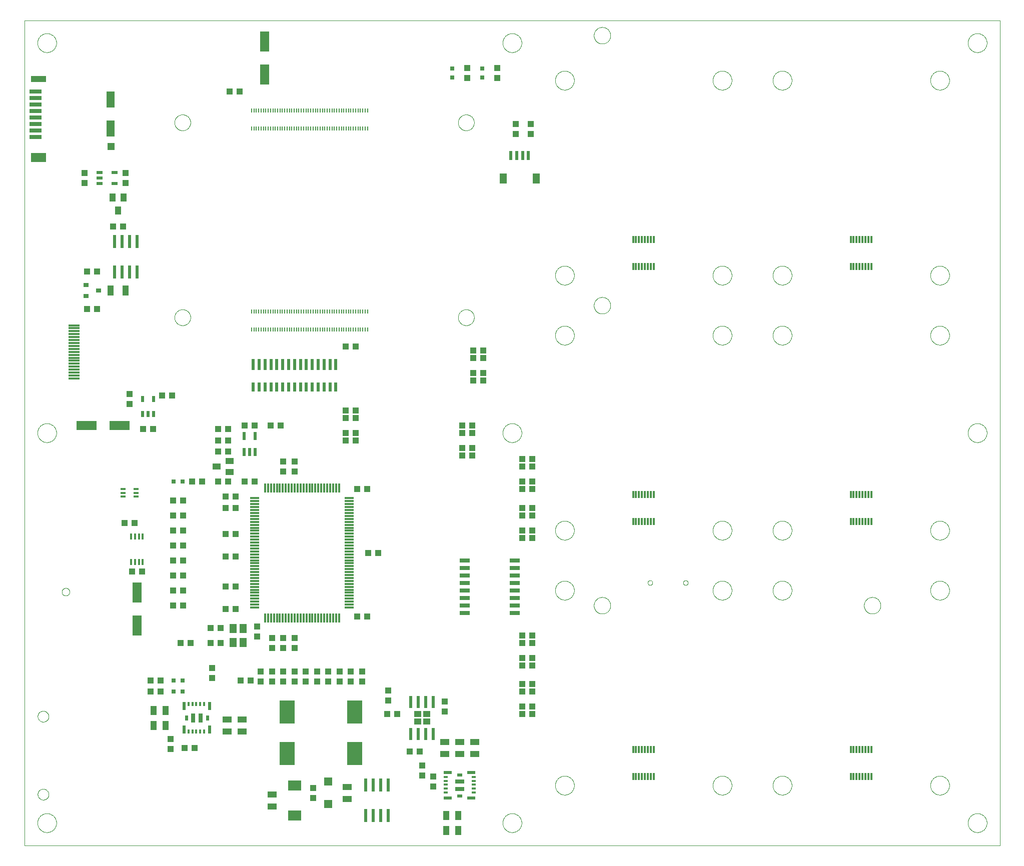
<source format=gtp>
G75*
%MOIN*%
%OFA0B0*%
%FSLAX25Y25*%
%IPPOS*%
%LPD*%
%AMOC8*
5,1,8,0,0,1.08239X$1,22.5*
%
%ADD10C,0.00000*%
%ADD11R,0.00787X0.02756*%
%ADD12R,0.08661X0.07087*%
%ADD13R,0.06299X0.04331*%
%ADD14R,0.02362X0.08661*%
%ADD15R,0.05512X0.05512*%
%ADD16R,0.03937X0.04331*%
%ADD17R,0.09843X0.15748*%
%ADD18R,0.02480X0.03543*%
%ADD19R,0.02953X0.05906*%
%ADD20R,0.01969X0.05512*%
%ADD21R,0.01378X0.02756*%
%ADD22R,0.04331X0.03937*%
%ADD23R,0.04331X0.06299*%
%ADD24R,0.03543X0.02480*%
%ADD25R,0.05906X0.02953*%
%ADD26R,0.05512X0.01969*%
%ADD27R,0.02756X0.01378*%
%ADD28R,0.03150X0.03150*%
%ADD29R,0.02362X0.07874*%
%ADD30R,0.05000X0.04000*%
%ADD31R,0.06299X0.13780*%
%ADD32R,0.07480X0.01181*%
%ADD33R,0.07874X0.02756*%
%ADD34R,0.10236X0.03937*%
%ADD35R,0.10236X0.05906*%
%ADD36R,0.05512X0.10630*%
%ADD37R,0.04724X0.04724*%
%ADD38R,0.02362X0.07283*%
%ADD39R,0.02362X0.06496*%
%ADD40R,0.04724X0.07087*%
%ADD41R,0.02362X0.06102*%
%ADD42R,0.04000X0.02000*%
%ADD43R,0.02000X0.04000*%
%ADD44R,0.03740X0.01575*%
%ADD45R,0.13780X0.06299*%
%ADD46R,0.03543X0.03150*%
%ADD47R,0.03937X0.05512*%
%ADD48R,0.04331X0.07087*%
%ADD49R,0.01614X0.04134*%
%ADD50R,0.06299X0.01181*%
%ADD51R,0.01181X0.06299*%
%ADD52R,0.02200X0.05200*%
%ADD53R,0.05512X0.03937*%
%ADD54R,0.01181X0.04724*%
%ADD55R,0.06693X0.02992*%
%ADD56R,0.04724X0.05906*%
D10*
X0027589Y0022142D02*
X0027589Y0572142D01*
X0677589Y0572142D01*
X0677589Y0022142D01*
X0027589Y0022142D01*
X0036290Y0037142D02*
X0036292Y0037300D01*
X0036298Y0037458D01*
X0036308Y0037616D01*
X0036322Y0037774D01*
X0036340Y0037931D01*
X0036361Y0038088D01*
X0036387Y0038244D01*
X0036417Y0038400D01*
X0036450Y0038555D01*
X0036488Y0038708D01*
X0036529Y0038861D01*
X0036574Y0039013D01*
X0036623Y0039164D01*
X0036676Y0039313D01*
X0036732Y0039461D01*
X0036792Y0039607D01*
X0036856Y0039752D01*
X0036924Y0039895D01*
X0036995Y0040037D01*
X0037069Y0040177D01*
X0037147Y0040314D01*
X0037229Y0040450D01*
X0037313Y0040584D01*
X0037402Y0040715D01*
X0037493Y0040844D01*
X0037588Y0040971D01*
X0037685Y0041096D01*
X0037786Y0041218D01*
X0037890Y0041337D01*
X0037997Y0041454D01*
X0038107Y0041568D01*
X0038220Y0041679D01*
X0038335Y0041788D01*
X0038453Y0041893D01*
X0038574Y0041995D01*
X0038697Y0042095D01*
X0038823Y0042191D01*
X0038951Y0042284D01*
X0039081Y0042374D01*
X0039214Y0042460D01*
X0039349Y0042544D01*
X0039485Y0042623D01*
X0039624Y0042700D01*
X0039765Y0042772D01*
X0039907Y0042842D01*
X0040051Y0042907D01*
X0040197Y0042969D01*
X0040344Y0043027D01*
X0040493Y0043082D01*
X0040643Y0043133D01*
X0040794Y0043180D01*
X0040946Y0043223D01*
X0041099Y0043262D01*
X0041254Y0043298D01*
X0041409Y0043329D01*
X0041565Y0043357D01*
X0041721Y0043381D01*
X0041878Y0043401D01*
X0042036Y0043417D01*
X0042193Y0043429D01*
X0042352Y0043437D01*
X0042510Y0043441D01*
X0042668Y0043441D01*
X0042826Y0043437D01*
X0042985Y0043429D01*
X0043142Y0043417D01*
X0043300Y0043401D01*
X0043457Y0043381D01*
X0043613Y0043357D01*
X0043769Y0043329D01*
X0043924Y0043298D01*
X0044079Y0043262D01*
X0044232Y0043223D01*
X0044384Y0043180D01*
X0044535Y0043133D01*
X0044685Y0043082D01*
X0044834Y0043027D01*
X0044981Y0042969D01*
X0045127Y0042907D01*
X0045271Y0042842D01*
X0045413Y0042772D01*
X0045554Y0042700D01*
X0045693Y0042623D01*
X0045829Y0042544D01*
X0045964Y0042460D01*
X0046097Y0042374D01*
X0046227Y0042284D01*
X0046355Y0042191D01*
X0046481Y0042095D01*
X0046604Y0041995D01*
X0046725Y0041893D01*
X0046843Y0041788D01*
X0046958Y0041679D01*
X0047071Y0041568D01*
X0047181Y0041454D01*
X0047288Y0041337D01*
X0047392Y0041218D01*
X0047493Y0041096D01*
X0047590Y0040971D01*
X0047685Y0040844D01*
X0047776Y0040715D01*
X0047865Y0040584D01*
X0047949Y0040450D01*
X0048031Y0040314D01*
X0048109Y0040177D01*
X0048183Y0040037D01*
X0048254Y0039895D01*
X0048322Y0039752D01*
X0048386Y0039607D01*
X0048446Y0039461D01*
X0048502Y0039313D01*
X0048555Y0039164D01*
X0048604Y0039013D01*
X0048649Y0038861D01*
X0048690Y0038708D01*
X0048728Y0038555D01*
X0048761Y0038400D01*
X0048791Y0038244D01*
X0048817Y0038088D01*
X0048838Y0037931D01*
X0048856Y0037774D01*
X0048870Y0037616D01*
X0048880Y0037458D01*
X0048886Y0037300D01*
X0048888Y0037142D01*
X0048886Y0036984D01*
X0048880Y0036826D01*
X0048870Y0036668D01*
X0048856Y0036510D01*
X0048838Y0036353D01*
X0048817Y0036196D01*
X0048791Y0036040D01*
X0048761Y0035884D01*
X0048728Y0035729D01*
X0048690Y0035576D01*
X0048649Y0035423D01*
X0048604Y0035271D01*
X0048555Y0035120D01*
X0048502Y0034971D01*
X0048446Y0034823D01*
X0048386Y0034677D01*
X0048322Y0034532D01*
X0048254Y0034389D01*
X0048183Y0034247D01*
X0048109Y0034107D01*
X0048031Y0033970D01*
X0047949Y0033834D01*
X0047865Y0033700D01*
X0047776Y0033569D01*
X0047685Y0033440D01*
X0047590Y0033313D01*
X0047493Y0033188D01*
X0047392Y0033066D01*
X0047288Y0032947D01*
X0047181Y0032830D01*
X0047071Y0032716D01*
X0046958Y0032605D01*
X0046843Y0032496D01*
X0046725Y0032391D01*
X0046604Y0032289D01*
X0046481Y0032189D01*
X0046355Y0032093D01*
X0046227Y0032000D01*
X0046097Y0031910D01*
X0045964Y0031824D01*
X0045829Y0031740D01*
X0045693Y0031661D01*
X0045554Y0031584D01*
X0045413Y0031512D01*
X0045271Y0031442D01*
X0045127Y0031377D01*
X0044981Y0031315D01*
X0044834Y0031257D01*
X0044685Y0031202D01*
X0044535Y0031151D01*
X0044384Y0031104D01*
X0044232Y0031061D01*
X0044079Y0031022D01*
X0043924Y0030986D01*
X0043769Y0030955D01*
X0043613Y0030927D01*
X0043457Y0030903D01*
X0043300Y0030883D01*
X0043142Y0030867D01*
X0042985Y0030855D01*
X0042826Y0030847D01*
X0042668Y0030843D01*
X0042510Y0030843D01*
X0042352Y0030847D01*
X0042193Y0030855D01*
X0042036Y0030867D01*
X0041878Y0030883D01*
X0041721Y0030903D01*
X0041565Y0030927D01*
X0041409Y0030955D01*
X0041254Y0030986D01*
X0041099Y0031022D01*
X0040946Y0031061D01*
X0040794Y0031104D01*
X0040643Y0031151D01*
X0040493Y0031202D01*
X0040344Y0031257D01*
X0040197Y0031315D01*
X0040051Y0031377D01*
X0039907Y0031442D01*
X0039765Y0031512D01*
X0039624Y0031584D01*
X0039485Y0031661D01*
X0039349Y0031740D01*
X0039214Y0031824D01*
X0039081Y0031910D01*
X0038951Y0032000D01*
X0038823Y0032093D01*
X0038697Y0032189D01*
X0038574Y0032289D01*
X0038453Y0032391D01*
X0038335Y0032496D01*
X0038220Y0032605D01*
X0038107Y0032716D01*
X0037997Y0032830D01*
X0037890Y0032947D01*
X0037786Y0033066D01*
X0037685Y0033188D01*
X0037588Y0033313D01*
X0037493Y0033440D01*
X0037402Y0033569D01*
X0037313Y0033700D01*
X0037229Y0033834D01*
X0037147Y0033970D01*
X0037069Y0034107D01*
X0036995Y0034247D01*
X0036924Y0034389D01*
X0036856Y0034532D01*
X0036792Y0034677D01*
X0036732Y0034823D01*
X0036676Y0034971D01*
X0036623Y0035120D01*
X0036574Y0035271D01*
X0036529Y0035423D01*
X0036488Y0035576D01*
X0036450Y0035729D01*
X0036417Y0035884D01*
X0036387Y0036040D01*
X0036361Y0036196D01*
X0036340Y0036353D01*
X0036322Y0036510D01*
X0036308Y0036668D01*
X0036298Y0036826D01*
X0036292Y0036984D01*
X0036290Y0037142D01*
X0036467Y0056158D02*
X0036469Y0056278D01*
X0036475Y0056399D01*
X0036485Y0056519D01*
X0036499Y0056638D01*
X0036517Y0056757D01*
X0036538Y0056876D01*
X0036564Y0056994D01*
X0036594Y0057110D01*
X0036627Y0057226D01*
X0036664Y0057341D01*
X0036705Y0057454D01*
X0036750Y0057566D01*
X0036798Y0057676D01*
X0036850Y0057785D01*
X0036906Y0057891D01*
X0036965Y0057996D01*
X0037028Y0058099D01*
X0037093Y0058200D01*
X0037163Y0058299D01*
X0037235Y0058395D01*
X0037310Y0058489D01*
X0037389Y0058580D01*
X0037471Y0058669D01*
X0037555Y0058754D01*
X0037642Y0058838D01*
X0037732Y0058918D01*
X0037825Y0058995D01*
X0037920Y0059069D01*
X0038017Y0059139D01*
X0038117Y0059207D01*
X0038219Y0059271D01*
X0038323Y0059332D01*
X0038429Y0059389D01*
X0038537Y0059443D01*
X0038646Y0059493D01*
X0038757Y0059540D01*
X0038870Y0059583D01*
X0038984Y0059622D01*
X0039099Y0059657D01*
X0039215Y0059689D01*
X0039332Y0059716D01*
X0039450Y0059740D01*
X0039569Y0059760D01*
X0039688Y0059776D01*
X0039808Y0059788D01*
X0039928Y0059796D01*
X0040049Y0059800D01*
X0040169Y0059800D01*
X0040290Y0059796D01*
X0040410Y0059788D01*
X0040530Y0059776D01*
X0040649Y0059760D01*
X0040768Y0059740D01*
X0040886Y0059716D01*
X0041003Y0059689D01*
X0041119Y0059657D01*
X0041234Y0059622D01*
X0041348Y0059583D01*
X0041461Y0059540D01*
X0041572Y0059493D01*
X0041681Y0059443D01*
X0041789Y0059389D01*
X0041895Y0059332D01*
X0041999Y0059271D01*
X0042101Y0059207D01*
X0042201Y0059139D01*
X0042298Y0059069D01*
X0042393Y0058995D01*
X0042486Y0058918D01*
X0042576Y0058838D01*
X0042663Y0058754D01*
X0042747Y0058669D01*
X0042829Y0058580D01*
X0042908Y0058489D01*
X0042983Y0058395D01*
X0043055Y0058299D01*
X0043125Y0058200D01*
X0043190Y0058099D01*
X0043253Y0057996D01*
X0043312Y0057891D01*
X0043368Y0057785D01*
X0043420Y0057676D01*
X0043468Y0057566D01*
X0043513Y0057454D01*
X0043554Y0057341D01*
X0043591Y0057226D01*
X0043624Y0057110D01*
X0043654Y0056994D01*
X0043680Y0056876D01*
X0043701Y0056757D01*
X0043719Y0056638D01*
X0043733Y0056519D01*
X0043743Y0056399D01*
X0043749Y0056278D01*
X0043751Y0056158D01*
X0043749Y0056038D01*
X0043743Y0055917D01*
X0043733Y0055797D01*
X0043719Y0055678D01*
X0043701Y0055559D01*
X0043680Y0055440D01*
X0043654Y0055322D01*
X0043624Y0055206D01*
X0043591Y0055090D01*
X0043554Y0054975D01*
X0043513Y0054862D01*
X0043468Y0054750D01*
X0043420Y0054640D01*
X0043368Y0054531D01*
X0043312Y0054425D01*
X0043253Y0054320D01*
X0043190Y0054217D01*
X0043125Y0054116D01*
X0043055Y0054017D01*
X0042983Y0053921D01*
X0042908Y0053827D01*
X0042829Y0053736D01*
X0042747Y0053647D01*
X0042663Y0053562D01*
X0042576Y0053478D01*
X0042486Y0053398D01*
X0042393Y0053321D01*
X0042298Y0053247D01*
X0042201Y0053177D01*
X0042101Y0053109D01*
X0041999Y0053045D01*
X0041895Y0052984D01*
X0041789Y0052927D01*
X0041681Y0052873D01*
X0041572Y0052823D01*
X0041461Y0052776D01*
X0041348Y0052733D01*
X0041234Y0052694D01*
X0041119Y0052659D01*
X0041003Y0052627D01*
X0040886Y0052600D01*
X0040768Y0052576D01*
X0040649Y0052556D01*
X0040530Y0052540D01*
X0040410Y0052528D01*
X0040290Y0052520D01*
X0040169Y0052516D01*
X0040049Y0052516D01*
X0039928Y0052520D01*
X0039808Y0052528D01*
X0039688Y0052540D01*
X0039569Y0052556D01*
X0039450Y0052576D01*
X0039332Y0052600D01*
X0039215Y0052627D01*
X0039099Y0052659D01*
X0038984Y0052694D01*
X0038870Y0052733D01*
X0038757Y0052776D01*
X0038646Y0052823D01*
X0038537Y0052873D01*
X0038429Y0052927D01*
X0038323Y0052984D01*
X0038219Y0053045D01*
X0038117Y0053109D01*
X0038017Y0053177D01*
X0037920Y0053247D01*
X0037825Y0053321D01*
X0037732Y0053398D01*
X0037642Y0053478D01*
X0037555Y0053562D01*
X0037471Y0053647D01*
X0037389Y0053736D01*
X0037310Y0053827D01*
X0037235Y0053921D01*
X0037163Y0054017D01*
X0037093Y0054116D01*
X0037028Y0054217D01*
X0036965Y0054320D01*
X0036906Y0054425D01*
X0036850Y0054531D01*
X0036798Y0054640D01*
X0036750Y0054750D01*
X0036705Y0054862D01*
X0036664Y0054975D01*
X0036627Y0055090D01*
X0036594Y0055206D01*
X0036564Y0055322D01*
X0036538Y0055440D01*
X0036517Y0055559D01*
X0036499Y0055678D01*
X0036485Y0055797D01*
X0036475Y0055917D01*
X0036469Y0056038D01*
X0036467Y0056158D01*
X0036467Y0108127D02*
X0036469Y0108247D01*
X0036475Y0108368D01*
X0036485Y0108488D01*
X0036499Y0108607D01*
X0036517Y0108726D01*
X0036538Y0108845D01*
X0036564Y0108963D01*
X0036594Y0109079D01*
X0036627Y0109195D01*
X0036664Y0109310D01*
X0036705Y0109423D01*
X0036750Y0109535D01*
X0036798Y0109645D01*
X0036850Y0109754D01*
X0036906Y0109860D01*
X0036965Y0109965D01*
X0037028Y0110068D01*
X0037093Y0110169D01*
X0037163Y0110268D01*
X0037235Y0110364D01*
X0037310Y0110458D01*
X0037389Y0110549D01*
X0037471Y0110638D01*
X0037555Y0110723D01*
X0037642Y0110807D01*
X0037732Y0110887D01*
X0037825Y0110964D01*
X0037920Y0111038D01*
X0038017Y0111108D01*
X0038117Y0111176D01*
X0038219Y0111240D01*
X0038323Y0111301D01*
X0038429Y0111358D01*
X0038537Y0111412D01*
X0038646Y0111462D01*
X0038757Y0111509D01*
X0038870Y0111552D01*
X0038984Y0111591D01*
X0039099Y0111626D01*
X0039215Y0111658D01*
X0039332Y0111685D01*
X0039450Y0111709D01*
X0039569Y0111729D01*
X0039688Y0111745D01*
X0039808Y0111757D01*
X0039928Y0111765D01*
X0040049Y0111769D01*
X0040169Y0111769D01*
X0040290Y0111765D01*
X0040410Y0111757D01*
X0040530Y0111745D01*
X0040649Y0111729D01*
X0040768Y0111709D01*
X0040886Y0111685D01*
X0041003Y0111658D01*
X0041119Y0111626D01*
X0041234Y0111591D01*
X0041348Y0111552D01*
X0041461Y0111509D01*
X0041572Y0111462D01*
X0041681Y0111412D01*
X0041789Y0111358D01*
X0041895Y0111301D01*
X0041999Y0111240D01*
X0042101Y0111176D01*
X0042201Y0111108D01*
X0042298Y0111038D01*
X0042393Y0110964D01*
X0042486Y0110887D01*
X0042576Y0110807D01*
X0042663Y0110723D01*
X0042747Y0110638D01*
X0042829Y0110549D01*
X0042908Y0110458D01*
X0042983Y0110364D01*
X0043055Y0110268D01*
X0043125Y0110169D01*
X0043190Y0110068D01*
X0043253Y0109965D01*
X0043312Y0109860D01*
X0043368Y0109754D01*
X0043420Y0109645D01*
X0043468Y0109535D01*
X0043513Y0109423D01*
X0043554Y0109310D01*
X0043591Y0109195D01*
X0043624Y0109079D01*
X0043654Y0108963D01*
X0043680Y0108845D01*
X0043701Y0108726D01*
X0043719Y0108607D01*
X0043733Y0108488D01*
X0043743Y0108368D01*
X0043749Y0108247D01*
X0043751Y0108127D01*
X0043749Y0108007D01*
X0043743Y0107886D01*
X0043733Y0107766D01*
X0043719Y0107647D01*
X0043701Y0107528D01*
X0043680Y0107409D01*
X0043654Y0107291D01*
X0043624Y0107175D01*
X0043591Y0107059D01*
X0043554Y0106944D01*
X0043513Y0106831D01*
X0043468Y0106719D01*
X0043420Y0106609D01*
X0043368Y0106500D01*
X0043312Y0106394D01*
X0043253Y0106289D01*
X0043190Y0106186D01*
X0043125Y0106085D01*
X0043055Y0105986D01*
X0042983Y0105890D01*
X0042908Y0105796D01*
X0042829Y0105705D01*
X0042747Y0105616D01*
X0042663Y0105531D01*
X0042576Y0105447D01*
X0042486Y0105367D01*
X0042393Y0105290D01*
X0042298Y0105216D01*
X0042201Y0105146D01*
X0042101Y0105078D01*
X0041999Y0105014D01*
X0041895Y0104953D01*
X0041789Y0104896D01*
X0041681Y0104842D01*
X0041572Y0104792D01*
X0041461Y0104745D01*
X0041348Y0104702D01*
X0041234Y0104663D01*
X0041119Y0104628D01*
X0041003Y0104596D01*
X0040886Y0104569D01*
X0040768Y0104545D01*
X0040649Y0104525D01*
X0040530Y0104509D01*
X0040410Y0104497D01*
X0040290Y0104489D01*
X0040169Y0104485D01*
X0040049Y0104485D01*
X0039928Y0104489D01*
X0039808Y0104497D01*
X0039688Y0104509D01*
X0039569Y0104525D01*
X0039450Y0104545D01*
X0039332Y0104569D01*
X0039215Y0104596D01*
X0039099Y0104628D01*
X0038984Y0104663D01*
X0038870Y0104702D01*
X0038757Y0104745D01*
X0038646Y0104792D01*
X0038537Y0104842D01*
X0038429Y0104896D01*
X0038323Y0104953D01*
X0038219Y0105014D01*
X0038117Y0105078D01*
X0038017Y0105146D01*
X0037920Y0105216D01*
X0037825Y0105290D01*
X0037732Y0105367D01*
X0037642Y0105447D01*
X0037555Y0105531D01*
X0037471Y0105616D01*
X0037389Y0105705D01*
X0037310Y0105796D01*
X0037235Y0105890D01*
X0037163Y0105986D01*
X0037093Y0106085D01*
X0037028Y0106186D01*
X0036965Y0106289D01*
X0036906Y0106394D01*
X0036850Y0106500D01*
X0036798Y0106609D01*
X0036750Y0106719D01*
X0036705Y0106831D01*
X0036664Y0106944D01*
X0036627Y0107059D01*
X0036594Y0107175D01*
X0036564Y0107291D01*
X0036538Y0107409D01*
X0036517Y0107528D01*
X0036499Y0107647D01*
X0036485Y0107766D01*
X0036475Y0107886D01*
X0036469Y0108007D01*
X0036467Y0108127D01*
X0052530Y0191138D02*
X0052532Y0191239D01*
X0052538Y0191340D01*
X0052548Y0191441D01*
X0052562Y0191541D01*
X0052580Y0191640D01*
X0052602Y0191739D01*
X0052627Y0191837D01*
X0052657Y0191934D01*
X0052690Y0192029D01*
X0052727Y0192123D01*
X0052768Y0192216D01*
X0052812Y0192307D01*
X0052860Y0192396D01*
X0052912Y0192483D01*
X0052967Y0192568D01*
X0053025Y0192650D01*
X0053086Y0192731D01*
X0053151Y0192809D01*
X0053218Y0192884D01*
X0053288Y0192956D01*
X0053362Y0193026D01*
X0053438Y0193093D01*
X0053516Y0193157D01*
X0053597Y0193217D01*
X0053680Y0193274D01*
X0053766Y0193328D01*
X0053854Y0193379D01*
X0053943Y0193426D01*
X0054034Y0193470D01*
X0054127Y0193509D01*
X0054222Y0193546D01*
X0054317Y0193578D01*
X0054414Y0193607D01*
X0054513Y0193631D01*
X0054611Y0193652D01*
X0054711Y0193669D01*
X0054811Y0193682D01*
X0054912Y0193691D01*
X0055013Y0193696D01*
X0055114Y0193697D01*
X0055215Y0193694D01*
X0055316Y0193687D01*
X0055417Y0193676D01*
X0055517Y0193661D01*
X0055616Y0193642D01*
X0055715Y0193619D01*
X0055812Y0193593D01*
X0055909Y0193562D01*
X0056004Y0193528D01*
X0056097Y0193490D01*
X0056190Y0193448D01*
X0056280Y0193403D01*
X0056369Y0193354D01*
X0056455Y0193302D01*
X0056539Y0193246D01*
X0056622Y0193187D01*
X0056701Y0193125D01*
X0056779Y0193060D01*
X0056853Y0192992D01*
X0056925Y0192920D01*
X0056994Y0192847D01*
X0057060Y0192770D01*
X0057123Y0192691D01*
X0057183Y0192609D01*
X0057239Y0192525D01*
X0057292Y0192439D01*
X0057342Y0192351D01*
X0057388Y0192261D01*
X0057431Y0192170D01*
X0057470Y0192076D01*
X0057505Y0191981D01*
X0057536Y0191885D01*
X0057564Y0191788D01*
X0057588Y0191690D01*
X0057608Y0191591D01*
X0057624Y0191491D01*
X0057636Y0191390D01*
X0057644Y0191290D01*
X0057648Y0191189D01*
X0057648Y0191087D01*
X0057644Y0190986D01*
X0057636Y0190886D01*
X0057624Y0190785D01*
X0057608Y0190685D01*
X0057588Y0190586D01*
X0057564Y0190488D01*
X0057536Y0190391D01*
X0057505Y0190295D01*
X0057470Y0190200D01*
X0057431Y0190106D01*
X0057388Y0190015D01*
X0057342Y0189925D01*
X0057292Y0189837D01*
X0057239Y0189751D01*
X0057183Y0189667D01*
X0057123Y0189585D01*
X0057060Y0189506D01*
X0056994Y0189429D01*
X0056925Y0189356D01*
X0056853Y0189284D01*
X0056779Y0189216D01*
X0056701Y0189151D01*
X0056622Y0189089D01*
X0056539Y0189030D01*
X0056455Y0188974D01*
X0056368Y0188922D01*
X0056280Y0188873D01*
X0056190Y0188828D01*
X0056097Y0188786D01*
X0056004Y0188748D01*
X0055909Y0188714D01*
X0055812Y0188683D01*
X0055715Y0188657D01*
X0055616Y0188634D01*
X0055517Y0188615D01*
X0055417Y0188600D01*
X0055316Y0188589D01*
X0055215Y0188582D01*
X0055114Y0188579D01*
X0055013Y0188580D01*
X0054912Y0188585D01*
X0054811Y0188594D01*
X0054711Y0188607D01*
X0054611Y0188624D01*
X0054513Y0188645D01*
X0054414Y0188669D01*
X0054317Y0188698D01*
X0054222Y0188730D01*
X0054127Y0188767D01*
X0054034Y0188806D01*
X0053943Y0188850D01*
X0053854Y0188897D01*
X0053766Y0188948D01*
X0053680Y0189002D01*
X0053597Y0189059D01*
X0053516Y0189119D01*
X0053438Y0189183D01*
X0053362Y0189250D01*
X0053288Y0189320D01*
X0053218Y0189392D01*
X0053151Y0189467D01*
X0053086Y0189545D01*
X0053025Y0189626D01*
X0052967Y0189708D01*
X0052912Y0189793D01*
X0052860Y0189880D01*
X0052812Y0189969D01*
X0052768Y0190060D01*
X0052727Y0190153D01*
X0052690Y0190247D01*
X0052657Y0190342D01*
X0052627Y0190439D01*
X0052602Y0190537D01*
X0052580Y0190636D01*
X0052562Y0190735D01*
X0052548Y0190835D01*
X0052538Y0190936D01*
X0052532Y0191037D01*
X0052530Y0191138D01*
X0036290Y0297142D02*
X0036292Y0297300D01*
X0036298Y0297458D01*
X0036308Y0297616D01*
X0036322Y0297774D01*
X0036340Y0297931D01*
X0036361Y0298088D01*
X0036387Y0298244D01*
X0036417Y0298400D01*
X0036450Y0298555D01*
X0036488Y0298708D01*
X0036529Y0298861D01*
X0036574Y0299013D01*
X0036623Y0299164D01*
X0036676Y0299313D01*
X0036732Y0299461D01*
X0036792Y0299607D01*
X0036856Y0299752D01*
X0036924Y0299895D01*
X0036995Y0300037D01*
X0037069Y0300177D01*
X0037147Y0300314D01*
X0037229Y0300450D01*
X0037313Y0300584D01*
X0037402Y0300715D01*
X0037493Y0300844D01*
X0037588Y0300971D01*
X0037685Y0301096D01*
X0037786Y0301218D01*
X0037890Y0301337D01*
X0037997Y0301454D01*
X0038107Y0301568D01*
X0038220Y0301679D01*
X0038335Y0301788D01*
X0038453Y0301893D01*
X0038574Y0301995D01*
X0038697Y0302095D01*
X0038823Y0302191D01*
X0038951Y0302284D01*
X0039081Y0302374D01*
X0039214Y0302460D01*
X0039349Y0302544D01*
X0039485Y0302623D01*
X0039624Y0302700D01*
X0039765Y0302772D01*
X0039907Y0302842D01*
X0040051Y0302907D01*
X0040197Y0302969D01*
X0040344Y0303027D01*
X0040493Y0303082D01*
X0040643Y0303133D01*
X0040794Y0303180D01*
X0040946Y0303223D01*
X0041099Y0303262D01*
X0041254Y0303298D01*
X0041409Y0303329D01*
X0041565Y0303357D01*
X0041721Y0303381D01*
X0041878Y0303401D01*
X0042036Y0303417D01*
X0042193Y0303429D01*
X0042352Y0303437D01*
X0042510Y0303441D01*
X0042668Y0303441D01*
X0042826Y0303437D01*
X0042985Y0303429D01*
X0043142Y0303417D01*
X0043300Y0303401D01*
X0043457Y0303381D01*
X0043613Y0303357D01*
X0043769Y0303329D01*
X0043924Y0303298D01*
X0044079Y0303262D01*
X0044232Y0303223D01*
X0044384Y0303180D01*
X0044535Y0303133D01*
X0044685Y0303082D01*
X0044834Y0303027D01*
X0044981Y0302969D01*
X0045127Y0302907D01*
X0045271Y0302842D01*
X0045413Y0302772D01*
X0045554Y0302700D01*
X0045693Y0302623D01*
X0045829Y0302544D01*
X0045964Y0302460D01*
X0046097Y0302374D01*
X0046227Y0302284D01*
X0046355Y0302191D01*
X0046481Y0302095D01*
X0046604Y0301995D01*
X0046725Y0301893D01*
X0046843Y0301788D01*
X0046958Y0301679D01*
X0047071Y0301568D01*
X0047181Y0301454D01*
X0047288Y0301337D01*
X0047392Y0301218D01*
X0047493Y0301096D01*
X0047590Y0300971D01*
X0047685Y0300844D01*
X0047776Y0300715D01*
X0047865Y0300584D01*
X0047949Y0300450D01*
X0048031Y0300314D01*
X0048109Y0300177D01*
X0048183Y0300037D01*
X0048254Y0299895D01*
X0048322Y0299752D01*
X0048386Y0299607D01*
X0048446Y0299461D01*
X0048502Y0299313D01*
X0048555Y0299164D01*
X0048604Y0299013D01*
X0048649Y0298861D01*
X0048690Y0298708D01*
X0048728Y0298555D01*
X0048761Y0298400D01*
X0048791Y0298244D01*
X0048817Y0298088D01*
X0048838Y0297931D01*
X0048856Y0297774D01*
X0048870Y0297616D01*
X0048880Y0297458D01*
X0048886Y0297300D01*
X0048888Y0297142D01*
X0048886Y0296984D01*
X0048880Y0296826D01*
X0048870Y0296668D01*
X0048856Y0296510D01*
X0048838Y0296353D01*
X0048817Y0296196D01*
X0048791Y0296040D01*
X0048761Y0295884D01*
X0048728Y0295729D01*
X0048690Y0295576D01*
X0048649Y0295423D01*
X0048604Y0295271D01*
X0048555Y0295120D01*
X0048502Y0294971D01*
X0048446Y0294823D01*
X0048386Y0294677D01*
X0048322Y0294532D01*
X0048254Y0294389D01*
X0048183Y0294247D01*
X0048109Y0294107D01*
X0048031Y0293970D01*
X0047949Y0293834D01*
X0047865Y0293700D01*
X0047776Y0293569D01*
X0047685Y0293440D01*
X0047590Y0293313D01*
X0047493Y0293188D01*
X0047392Y0293066D01*
X0047288Y0292947D01*
X0047181Y0292830D01*
X0047071Y0292716D01*
X0046958Y0292605D01*
X0046843Y0292496D01*
X0046725Y0292391D01*
X0046604Y0292289D01*
X0046481Y0292189D01*
X0046355Y0292093D01*
X0046227Y0292000D01*
X0046097Y0291910D01*
X0045964Y0291824D01*
X0045829Y0291740D01*
X0045693Y0291661D01*
X0045554Y0291584D01*
X0045413Y0291512D01*
X0045271Y0291442D01*
X0045127Y0291377D01*
X0044981Y0291315D01*
X0044834Y0291257D01*
X0044685Y0291202D01*
X0044535Y0291151D01*
X0044384Y0291104D01*
X0044232Y0291061D01*
X0044079Y0291022D01*
X0043924Y0290986D01*
X0043769Y0290955D01*
X0043613Y0290927D01*
X0043457Y0290903D01*
X0043300Y0290883D01*
X0043142Y0290867D01*
X0042985Y0290855D01*
X0042826Y0290847D01*
X0042668Y0290843D01*
X0042510Y0290843D01*
X0042352Y0290847D01*
X0042193Y0290855D01*
X0042036Y0290867D01*
X0041878Y0290883D01*
X0041721Y0290903D01*
X0041565Y0290927D01*
X0041409Y0290955D01*
X0041254Y0290986D01*
X0041099Y0291022D01*
X0040946Y0291061D01*
X0040794Y0291104D01*
X0040643Y0291151D01*
X0040493Y0291202D01*
X0040344Y0291257D01*
X0040197Y0291315D01*
X0040051Y0291377D01*
X0039907Y0291442D01*
X0039765Y0291512D01*
X0039624Y0291584D01*
X0039485Y0291661D01*
X0039349Y0291740D01*
X0039214Y0291824D01*
X0039081Y0291910D01*
X0038951Y0292000D01*
X0038823Y0292093D01*
X0038697Y0292189D01*
X0038574Y0292289D01*
X0038453Y0292391D01*
X0038335Y0292496D01*
X0038220Y0292605D01*
X0038107Y0292716D01*
X0037997Y0292830D01*
X0037890Y0292947D01*
X0037786Y0293066D01*
X0037685Y0293188D01*
X0037588Y0293313D01*
X0037493Y0293440D01*
X0037402Y0293569D01*
X0037313Y0293700D01*
X0037229Y0293834D01*
X0037147Y0293970D01*
X0037069Y0294107D01*
X0036995Y0294247D01*
X0036924Y0294389D01*
X0036856Y0294532D01*
X0036792Y0294677D01*
X0036732Y0294823D01*
X0036676Y0294971D01*
X0036623Y0295120D01*
X0036574Y0295271D01*
X0036529Y0295423D01*
X0036488Y0295576D01*
X0036450Y0295729D01*
X0036417Y0295884D01*
X0036387Y0296040D01*
X0036361Y0296196D01*
X0036340Y0296353D01*
X0036322Y0296510D01*
X0036308Y0296668D01*
X0036298Y0296826D01*
X0036292Y0296984D01*
X0036290Y0297142D01*
X0127628Y0374111D02*
X0127630Y0374256D01*
X0127636Y0374401D01*
X0127646Y0374546D01*
X0127660Y0374691D01*
X0127678Y0374835D01*
X0127699Y0374978D01*
X0127725Y0375121D01*
X0127754Y0375263D01*
X0127788Y0375405D01*
X0127825Y0375545D01*
X0127866Y0375684D01*
X0127911Y0375822D01*
X0127960Y0375959D01*
X0128012Y0376095D01*
X0128068Y0376229D01*
X0128128Y0376361D01*
X0128191Y0376492D01*
X0128258Y0376620D01*
X0128328Y0376748D01*
X0128402Y0376873D01*
X0128479Y0376996D01*
X0128559Y0377116D01*
X0128643Y0377235D01*
X0128730Y0377351D01*
X0128820Y0377465D01*
X0128913Y0377577D01*
X0129009Y0377685D01*
X0129109Y0377791D01*
X0129210Y0377895D01*
X0129315Y0377995D01*
X0129423Y0378093D01*
X0129533Y0378188D01*
X0129645Y0378279D01*
X0129760Y0378368D01*
X0129878Y0378453D01*
X0129998Y0378535D01*
X0130120Y0378614D01*
X0130244Y0378690D01*
X0130370Y0378762D01*
X0130498Y0378830D01*
X0130628Y0378895D01*
X0130759Y0378957D01*
X0130892Y0379014D01*
X0131027Y0379069D01*
X0131163Y0379119D01*
X0131301Y0379166D01*
X0131439Y0379209D01*
X0131579Y0379248D01*
X0131720Y0379283D01*
X0131862Y0379315D01*
X0132004Y0379342D01*
X0132147Y0379366D01*
X0132291Y0379386D01*
X0132436Y0379402D01*
X0132580Y0379414D01*
X0132725Y0379422D01*
X0132870Y0379426D01*
X0133016Y0379426D01*
X0133161Y0379422D01*
X0133306Y0379414D01*
X0133450Y0379402D01*
X0133595Y0379386D01*
X0133739Y0379366D01*
X0133882Y0379342D01*
X0134024Y0379315D01*
X0134166Y0379283D01*
X0134307Y0379248D01*
X0134447Y0379209D01*
X0134585Y0379166D01*
X0134723Y0379119D01*
X0134859Y0379069D01*
X0134994Y0379014D01*
X0135127Y0378957D01*
X0135258Y0378895D01*
X0135388Y0378830D01*
X0135516Y0378762D01*
X0135642Y0378690D01*
X0135766Y0378614D01*
X0135888Y0378535D01*
X0136008Y0378453D01*
X0136126Y0378368D01*
X0136241Y0378279D01*
X0136353Y0378188D01*
X0136463Y0378093D01*
X0136571Y0377995D01*
X0136676Y0377895D01*
X0136777Y0377791D01*
X0136877Y0377685D01*
X0136973Y0377577D01*
X0137066Y0377465D01*
X0137156Y0377351D01*
X0137243Y0377235D01*
X0137327Y0377116D01*
X0137407Y0376996D01*
X0137484Y0376873D01*
X0137558Y0376748D01*
X0137628Y0376620D01*
X0137695Y0376492D01*
X0137758Y0376361D01*
X0137818Y0376229D01*
X0137874Y0376095D01*
X0137926Y0375959D01*
X0137975Y0375822D01*
X0138020Y0375684D01*
X0138061Y0375545D01*
X0138098Y0375405D01*
X0138132Y0375263D01*
X0138161Y0375121D01*
X0138187Y0374978D01*
X0138208Y0374835D01*
X0138226Y0374691D01*
X0138240Y0374546D01*
X0138250Y0374401D01*
X0138256Y0374256D01*
X0138258Y0374111D01*
X0138256Y0373966D01*
X0138250Y0373821D01*
X0138240Y0373676D01*
X0138226Y0373531D01*
X0138208Y0373387D01*
X0138187Y0373244D01*
X0138161Y0373101D01*
X0138132Y0372959D01*
X0138098Y0372817D01*
X0138061Y0372677D01*
X0138020Y0372538D01*
X0137975Y0372400D01*
X0137926Y0372263D01*
X0137874Y0372127D01*
X0137818Y0371993D01*
X0137758Y0371861D01*
X0137695Y0371730D01*
X0137628Y0371602D01*
X0137558Y0371474D01*
X0137484Y0371349D01*
X0137407Y0371226D01*
X0137327Y0371106D01*
X0137243Y0370987D01*
X0137156Y0370871D01*
X0137066Y0370757D01*
X0136973Y0370645D01*
X0136877Y0370537D01*
X0136777Y0370431D01*
X0136676Y0370327D01*
X0136571Y0370227D01*
X0136463Y0370129D01*
X0136353Y0370034D01*
X0136241Y0369943D01*
X0136126Y0369854D01*
X0136008Y0369769D01*
X0135888Y0369687D01*
X0135766Y0369608D01*
X0135642Y0369532D01*
X0135516Y0369460D01*
X0135388Y0369392D01*
X0135258Y0369327D01*
X0135127Y0369265D01*
X0134994Y0369208D01*
X0134859Y0369153D01*
X0134723Y0369103D01*
X0134585Y0369056D01*
X0134447Y0369013D01*
X0134307Y0368974D01*
X0134166Y0368939D01*
X0134024Y0368907D01*
X0133882Y0368880D01*
X0133739Y0368856D01*
X0133595Y0368836D01*
X0133450Y0368820D01*
X0133306Y0368808D01*
X0133161Y0368800D01*
X0133016Y0368796D01*
X0132870Y0368796D01*
X0132725Y0368800D01*
X0132580Y0368808D01*
X0132436Y0368820D01*
X0132291Y0368836D01*
X0132147Y0368856D01*
X0132004Y0368880D01*
X0131862Y0368907D01*
X0131720Y0368939D01*
X0131579Y0368974D01*
X0131439Y0369013D01*
X0131301Y0369056D01*
X0131163Y0369103D01*
X0131027Y0369153D01*
X0130892Y0369208D01*
X0130759Y0369265D01*
X0130628Y0369327D01*
X0130498Y0369392D01*
X0130370Y0369460D01*
X0130244Y0369532D01*
X0130120Y0369608D01*
X0129998Y0369687D01*
X0129878Y0369769D01*
X0129760Y0369854D01*
X0129645Y0369943D01*
X0129533Y0370034D01*
X0129423Y0370129D01*
X0129315Y0370227D01*
X0129210Y0370327D01*
X0129109Y0370431D01*
X0129009Y0370537D01*
X0128913Y0370645D01*
X0128820Y0370757D01*
X0128730Y0370871D01*
X0128643Y0370987D01*
X0128559Y0371106D01*
X0128479Y0371226D01*
X0128402Y0371349D01*
X0128328Y0371474D01*
X0128258Y0371602D01*
X0128191Y0371730D01*
X0128128Y0371861D01*
X0128068Y0371993D01*
X0128012Y0372127D01*
X0127960Y0372263D01*
X0127911Y0372400D01*
X0127866Y0372538D01*
X0127825Y0372677D01*
X0127788Y0372817D01*
X0127754Y0372959D01*
X0127725Y0373101D01*
X0127699Y0373244D01*
X0127678Y0373387D01*
X0127660Y0373531D01*
X0127646Y0373676D01*
X0127636Y0373821D01*
X0127630Y0373966D01*
X0127628Y0374111D01*
X0127628Y0504032D02*
X0127630Y0504177D01*
X0127636Y0504322D01*
X0127646Y0504467D01*
X0127660Y0504612D01*
X0127678Y0504756D01*
X0127699Y0504899D01*
X0127725Y0505042D01*
X0127754Y0505184D01*
X0127788Y0505326D01*
X0127825Y0505466D01*
X0127866Y0505605D01*
X0127911Y0505743D01*
X0127960Y0505880D01*
X0128012Y0506016D01*
X0128068Y0506150D01*
X0128128Y0506282D01*
X0128191Y0506413D01*
X0128258Y0506541D01*
X0128328Y0506669D01*
X0128402Y0506794D01*
X0128479Y0506917D01*
X0128559Y0507037D01*
X0128643Y0507156D01*
X0128730Y0507272D01*
X0128820Y0507386D01*
X0128913Y0507498D01*
X0129009Y0507606D01*
X0129109Y0507712D01*
X0129210Y0507816D01*
X0129315Y0507916D01*
X0129423Y0508014D01*
X0129533Y0508109D01*
X0129645Y0508200D01*
X0129760Y0508289D01*
X0129878Y0508374D01*
X0129998Y0508456D01*
X0130120Y0508535D01*
X0130244Y0508611D01*
X0130370Y0508683D01*
X0130498Y0508751D01*
X0130628Y0508816D01*
X0130759Y0508878D01*
X0130892Y0508935D01*
X0131027Y0508990D01*
X0131163Y0509040D01*
X0131301Y0509087D01*
X0131439Y0509130D01*
X0131579Y0509169D01*
X0131720Y0509204D01*
X0131862Y0509236D01*
X0132004Y0509263D01*
X0132147Y0509287D01*
X0132291Y0509307D01*
X0132436Y0509323D01*
X0132580Y0509335D01*
X0132725Y0509343D01*
X0132870Y0509347D01*
X0133016Y0509347D01*
X0133161Y0509343D01*
X0133306Y0509335D01*
X0133450Y0509323D01*
X0133595Y0509307D01*
X0133739Y0509287D01*
X0133882Y0509263D01*
X0134024Y0509236D01*
X0134166Y0509204D01*
X0134307Y0509169D01*
X0134447Y0509130D01*
X0134585Y0509087D01*
X0134723Y0509040D01*
X0134859Y0508990D01*
X0134994Y0508935D01*
X0135127Y0508878D01*
X0135258Y0508816D01*
X0135388Y0508751D01*
X0135516Y0508683D01*
X0135642Y0508611D01*
X0135766Y0508535D01*
X0135888Y0508456D01*
X0136008Y0508374D01*
X0136126Y0508289D01*
X0136241Y0508200D01*
X0136353Y0508109D01*
X0136463Y0508014D01*
X0136571Y0507916D01*
X0136676Y0507816D01*
X0136777Y0507712D01*
X0136877Y0507606D01*
X0136973Y0507498D01*
X0137066Y0507386D01*
X0137156Y0507272D01*
X0137243Y0507156D01*
X0137327Y0507037D01*
X0137407Y0506917D01*
X0137484Y0506794D01*
X0137558Y0506669D01*
X0137628Y0506541D01*
X0137695Y0506413D01*
X0137758Y0506282D01*
X0137818Y0506150D01*
X0137874Y0506016D01*
X0137926Y0505880D01*
X0137975Y0505743D01*
X0138020Y0505605D01*
X0138061Y0505466D01*
X0138098Y0505326D01*
X0138132Y0505184D01*
X0138161Y0505042D01*
X0138187Y0504899D01*
X0138208Y0504756D01*
X0138226Y0504612D01*
X0138240Y0504467D01*
X0138250Y0504322D01*
X0138256Y0504177D01*
X0138258Y0504032D01*
X0138256Y0503887D01*
X0138250Y0503742D01*
X0138240Y0503597D01*
X0138226Y0503452D01*
X0138208Y0503308D01*
X0138187Y0503165D01*
X0138161Y0503022D01*
X0138132Y0502880D01*
X0138098Y0502738D01*
X0138061Y0502598D01*
X0138020Y0502459D01*
X0137975Y0502321D01*
X0137926Y0502184D01*
X0137874Y0502048D01*
X0137818Y0501914D01*
X0137758Y0501782D01*
X0137695Y0501651D01*
X0137628Y0501523D01*
X0137558Y0501395D01*
X0137484Y0501270D01*
X0137407Y0501147D01*
X0137327Y0501027D01*
X0137243Y0500908D01*
X0137156Y0500792D01*
X0137066Y0500678D01*
X0136973Y0500566D01*
X0136877Y0500458D01*
X0136777Y0500352D01*
X0136676Y0500248D01*
X0136571Y0500148D01*
X0136463Y0500050D01*
X0136353Y0499955D01*
X0136241Y0499864D01*
X0136126Y0499775D01*
X0136008Y0499690D01*
X0135888Y0499608D01*
X0135766Y0499529D01*
X0135642Y0499453D01*
X0135516Y0499381D01*
X0135388Y0499313D01*
X0135258Y0499248D01*
X0135127Y0499186D01*
X0134994Y0499129D01*
X0134859Y0499074D01*
X0134723Y0499024D01*
X0134585Y0498977D01*
X0134447Y0498934D01*
X0134307Y0498895D01*
X0134166Y0498860D01*
X0134024Y0498828D01*
X0133882Y0498801D01*
X0133739Y0498777D01*
X0133595Y0498757D01*
X0133450Y0498741D01*
X0133306Y0498729D01*
X0133161Y0498721D01*
X0133016Y0498717D01*
X0132870Y0498717D01*
X0132725Y0498721D01*
X0132580Y0498729D01*
X0132436Y0498741D01*
X0132291Y0498757D01*
X0132147Y0498777D01*
X0132004Y0498801D01*
X0131862Y0498828D01*
X0131720Y0498860D01*
X0131579Y0498895D01*
X0131439Y0498934D01*
X0131301Y0498977D01*
X0131163Y0499024D01*
X0131027Y0499074D01*
X0130892Y0499129D01*
X0130759Y0499186D01*
X0130628Y0499248D01*
X0130498Y0499313D01*
X0130370Y0499381D01*
X0130244Y0499453D01*
X0130120Y0499529D01*
X0129998Y0499608D01*
X0129878Y0499690D01*
X0129760Y0499775D01*
X0129645Y0499864D01*
X0129533Y0499955D01*
X0129423Y0500050D01*
X0129315Y0500148D01*
X0129210Y0500248D01*
X0129109Y0500352D01*
X0129009Y0500458D01*
X0128913Y0500566D01*
X0128820Y0500678D01*
X0128730Y0500792D01*
X0128643Y0500908D01*
X0128559Y0501027D01*
X0128479Y0501147D01*
X0128402Y0501270D01*
X0128328Y0501395D01*
X0128258Y0501523D01*
X0128191Y0501651D01*
X0128128Y0501782D01*
X0128068Y0501914D01*
X0128012Y0502048D01*
X0127960Y0502184D01*
X0127911Y0502321D01*
X0127866Y0502459D01*
X0127825Y0502598D01*
X0127788Y0502738D01*
X0127754Y0502880D01*
X0127725Y0503022D01*
X0127699Y0503165D01*
X0127678Y0503308D01*
X0127660Y0503452D01*
X0127646Y0503597D01*
X0127636Y0503742D01*
X0127630Y0503887D01*
X0127628Y0504032D01*
X0036290Y0557142D02*
X0036292Y0557300D01*
X0036298Y0557458D01*
X0036308Y0557616D01*
X0036322Y0557774D01*
X0036340Y0557931D01*
X0036361Y0558088D01*
X0036387Y0558244D01*
X0036417Y0558400D01*
X0036450Y0558555D01*
X0036488Y0558708D01*
X0036529Y0558861D01*
X0036574Y0559013D01*
X0036623Y0559164D01*
X0036676Y0559313D01*
X0036732Y0559461D01*
X0036792Y0559607D01*
X0036856Y0559752D01*
X0036924Y0559895D01*
X0036995Y0560037D01*
X0037069Y0560177D01*
X0037147Y0560314D01*
X0037229Y0560450D01*
X0037313Y0560584D01*
X0037402Y0560715D01*
X0037493Y0560844D01*
X0037588Y0560971D01*
X0037685Y0561096D01*
X0037786Y0561218D01*
X0037890Y0561337D01*
X0037997Y0561454D01*
X0038107Y0561568D01*
X0038220Y0561679D01*
X0038335Y0561788D01*
X0038453Y0561893D01*
X0038574Y0561995D01*
X0038697Y0562095D01*
X0038823Y0562191D01*
X0038951Y0562284D01*
X0039081Y0562374D01*
X0039214Y0562460D01*
X0039349Y0562544D01*
X0039485Y0562623D01*
X0039624Y0562700D01*
X0039765Y0562772D01*
X0039907Y0562842D01*
X0040051Y0562907D01*
X0040197Y0562969D01*
X0040344Y0563027D01*
X0040493Y0563082D01*
X0040643Y0563133D01*
X0040794Y0563180D01*
X0040946Y0563223D01*
X0041099Y0563262D01*
X0041254Y0563298D01*
X0041409Y0563329D01*
X0041565Y0563357D01*
X0041721Y0563381D01*
X0041878Y0563401D01*
X0042036Y0563417D01*
X0042193Y0563429D01*
X0042352Y0563437D01*
X0042510Y0563441D01*
X0042668Y0563441D01*
X0042826Y0563437D01*
X0042985Y0563429D01*
X0043142Y0563417D01*
X0043300Y0563401D01*
X0043457Y0563381D01*
X0043613Y0563357D01*
X0043769Y0563329D01*
X0043924Y0563298D01*
X0044079Y0563262D01*
X0044232Y0563223D01*
X0044384Y0563180D01*
X0044535Y0563133D01*
X0044685Y0563082D01*
X0044834Y0563027D01*
X0044981Y0562969D01*
X0045127Y0562907D01*
X0045271Y0562842D01*
X0045413Y0562772D01*
X0045554Y0562700D01*
X0045693Y0562623D01*
X0045829Y0562544D01*
X0045964Y0562460D01*
X0046097Y0562374D01*
X0046227Y0562284D01*
X0046355Y0562191D01*
X0046481Y0562095D01*
X0046604Y0561995D01*
X0046725Y0561893D01*
X0046843Y0561788D01*
X0046958Y0561679D01*
X0047071Y0561568D01*
X0047181Y0561454D01*
X0047288Y0561337D01*
X0047392Y0561218D01*
X0047493Y0561096D01*
X0047590Y0560971D01*
X0047685Y0560844D01*
X0047776Y0560715D01*
X0047865Y0560584D01*
X0047949Y0560450D01*
X0048031Y0560314D01*
X0048109Y0560177D01*
X0048183Y0560037D01*
X0048254Y0559895D01*
X0048322Y0559752D01*
X0048386Y0559607D01*
X0048446Y0559461D01*
X0048502Y0559313D01*
X0048555Y0559164D01*
X0048604Y0559013D01*
X0048649Y0558861D01*
X0048690Y0558708D01*
X0048728Y0558555D01*
X0048761Y0558400D01*
X0048791Y0558244D01*
X0048817Y0558088D01*
X0048838Y0557931D01*
X0048856Y0557774D01*
X0048870Y0557616D01*
X0048880Y0557458D01*
X0048886Y0557300D01*
X0048888Y0557142D01*
X0048886Y0556984D01*
X0048880Y0556826D01*
X0048870Y0556668D01*
X0048856Y0556510D01*
X0048838Y0556353D01*
X0048817Y0556196D01*
X0048791Y0556040D01*
X0048761Y0555884D01*
X0048728Y0555729D01*
X0048690Y0555576D01*
X0048649Y0555423D01*
X0048604Y0555271D01*
X0048555Y0555120D01*
X0048502Y0554971D01*
X0048446Y0554823D01*
X0048386Y0554677D01*
X0048322Y0554532D01*
X0048254Y0554389D01*
X0048183Y0554247D01*
X0048109Y0554107D01*
X0048031Y0553970D01*
X0047949Y0553834D01*
X0047865Y0553700D01*
X0047776Y0553569D01*
X0047685Y0553440D01*
X0047590Y0553313D01*
X0047493Y0553188D01*
X0047392Y0553066D01*
X0047288Y0552947D01*
X0047181Y0552830D01*
X0047071Y0552716D01*
X0046958Y0552605D01*
X0046843Y0552496D01*
X0046725Y0552391D01*
X0046604Y0552289D01*
X0046481Y0552189D01*
X0046355Y0552093D01*
X0046227Y0552000D01*
X0046097Y0551910D01*
X0045964Y0551824D01*
X0045829Y0551740D01*
X0045693Y0551661D01*
X0045554Y0551584D01*
X0045413Y0551512D01*
X0045271Y0551442D01*
X0045127Y0551377D01*
X0044981Y0551315D01*
X0044834Y0551257D01*
X0044685Y0551202D01*
X0044535Y0551151D01*
X0044384Y0551104D01*
X0044232Y0551061D01*
X0044079Y0551022D01*
X0043924Y0550986D01*
X0043769Y0550955D01*
X0043613Y0550927D01*
X0043457Y0550903D01*
X0043300Y0550883D01*
X0043142Y0550867D01*
X0042985Y0550855D01*
X0042826Y0550847D01*
X0042668Y0550843D01*
X0042510Y0550843D01*
X0042352Y0550847D01*
X0042193Y0550855D01*
X0042036Y0550867D01*
X0041878Y0550883D01*
X0041721Y0550903D01*
X0041565Y0550927D01*
X0041409Y0550955D01*
X0041254Y0550986D01*
X0041099Y0551022D01*
X0040946Y0551061D01*
X0040794Y0551104D01*
X0040643Y0551151D01*
X0040493Y0551202D01*
X0040344Y0551257D01*
X0040197Y0551315D01*
X0040051Y0551377D01*
X0039907Y0551442D01*
X0039765Y0551512D01*
X0039624Y0551584D01*
X0039485Y0551661D01*
X0039349Y0551740D01*
X0039214Y0551824D01*
X0039081Y0551910D01*
X0038951Y0552000D01*
X0038823Y0552093D01*
X0038697Y0552189D01*
X0038574Y0552289D01*
X0038453Y0552391D01*
X0038335Y0552496D01*
X0038220Y0552605D01*
X0038107Y0552716D01*
X0037997Y0552830D01*
X0037890Y0552947D01*
X0037786Y0553066D01*
X0037685Y0553188D01*
X0037588Y0553313D01*
X0037493Y0553440D01*
X0037402Y0553569D01*
X0037313Y0553700D01*
X0037229Y0553834D01*
X0037147Y0553970D01*
X0037069Y0554107D01*
X0036995Y0554247D01*
X0036924Y0554389D01*
X0036856Y0554532D01*
X0036792Y0554677D01*
X0036732Y0554823D01*
X0036676Y0554971D01*
X0036623Y0555120D01*
X0036574Y0555271D01*
X0036529Y0555423D01*
X0036488Y0555576D01*
X0036450Y0555729D01*
X0036417Y0555884D01*
X0036387Y0556040D01*
X0036361Y0556196D01*
X0036340Y0556353D01*
X0036322Y0556510D01*
X0036308Y0556668D01*
X0036298Y0556826D01*
X0036292Y0556984D01*
X0036290Y0557142D01*
X0316605Y0504032D02*
X0316607Y0504177D01*
X0316613Y0504322D01*
X0316623Y0504467D01*
X0316637Y0504612D01*
X0316655Y0504756D01*
X0316676Y0504899D01*
X0316702Y0505042D01*
X0316731Y0505184D01*
X0316765Y0505326D01*
X0316802Y0505466D01*
X0316843Y0505605D01*
X0316888Y0505743D01*
X0316937Y0505880D01*
X0316989Y0506016D01*
X0317045Y0506150D01*
X0317105Y0506282D01*
X0317168Y0506413D01*
X0317235Y0506541D01*
X0317305Y0506669D01*
X0317379Y0506794D01*
X0317456Y0506917D01*
X0317536Y0507037D01*
X0317620Y0507156D01*
X0317707Y0507272D01*
X0317797Y0507386D01*
X0317890Y0507498D01*
X0317986Y0507606D01*
X0318086Y0507712D01*
X0318187Y0507816D01*
X0318292Y0507916D01*
X0318400Y0508014D01*
X0318510Y0508109D01*
X0318622Y0508200D01*
X0318737Y0508289D01*
X0318855Y0508374D01*
X0318975Y0508456D01*
X0319097Y0508535D01*
X0319221Y0508611D01*
X0319347Y0508683D01*
X0319475Y0508751D01*
X0319605Y0508816D01*
X0319736Y0508878D01*
X0319869Y0508935D01*
X0320004Y0508990D01*
X0320140Y0509040D01*
X0320278Y0509087D01*
X0320416Y0509130D01*
X0320556Y0509169D01*
X0320697Y0509204D01*
X0320839Y0509236D01*
X0320981Y0509263D01*
X0321124Y0509287D01*
X0321268Y0509307D01*
X0321413Y0509323D01*
X0321557Y0509335D01*
X0321702Y0509343D01*
X0321847Y0509347D01*
X0321993Y0509347D01*
X0322138Y0509343D01*
X0322283Y0509335D01*
X0322427Y0509323D01*
X0322572Y0509307D01*
X0322716Y0509287D01*
X0322859Y0509263D01*
X0323001Y0509236D01*
X0323143Y0509204D01*
X0323284Y0509169D01*
X0323424Y0509130D01*
X0323562Y0509087D01*
X0323700Y0509040D01*
X0323836Y0508990D01*
X0323971Y0508935D01*
X0324104Y0508878D01*
X0324235Y0508816D01*
X0324365Y0508751D01*
X0324493Y0508683D01*
X0324619Y0508611D01*
X0324743Y0508535D01*
X0324865Y0508456D01*
X0324985Y0508374D01*
X0325103Y0508289D01*
X0325218Y0508200D01*
X0325330Y0508109D01*
X0325440Y0508014D01*
X0325548Y0507916D01*
X0325653Y0507816D01*
X0325754Y0507712D01*
X0325854Y0507606D01*
X0325950Y0507498D01*
X0326043Y0507386D01*
X0326133Y0507272D01*
X0326220Y0507156D01*
X0326304Y0507037D01*
X0326384Y0506917D01*
X0326461Y0506794D01*
X0326535Y0506669D01*
X0326605Y0506541D01*
X0326672Y0506413D01*
X0326735Y0506282D01*
X0326795Y0506150D01*
X0326851Y0506016D01*
X0326903Y0505880D01*
X0326952Y0505743D01*
X0326997Y0505605D01*
X0327038Y0505466D01*
X0327075Y0505326D01*
X0327109Y0505184D01*
X0327138Y0505042D01*
X0327164Y0504899D01*
X0327185Y0504756D01*
X0327203Y0504612D01*
X0327217Y0504467D01*
X0327227Y0504322D01*
X0327233Y0504177D01*
X0327235Y0504032D01*
X0327233Y0503887D01*
X0327227Y0503742D01*
X0327217Y0503597D01*
X0327203Y0503452D01*
X0327185Y0503308D01*
X0327164Y0503165D01*
X0327138Y0503022D01*
X0327109Y0502880D01*
X0327075Y0502738D01*
X0327038Y0502598D01*
X0326997Y0502459D01*
X0326952Y0502321D01*
X0326903Y0502184D01*
X0326851Y0502048D01*
X0326795Y0501914D01*
X0326735Y0501782D01*
X0326672Y0501651D01*
X0326605Y0501523D01*
X0326535Y0501395D01*
X0326461Y0501270D01*
X0326384Y0501147D01*
X0326304Y0501027D01*
X0326220Y0500908D01*
X0326133Y0500792D01*
X0326043Y0500678D01*
X0325950Y0500566D01*
X0325854Y0500458D01*
X0325754Y0500352D01*
X0325653Y0500248D01*
X0325548Y0500148D01*
X0325440Y0500050D01*
X0325330Y0499955D01*
X0325218Y0499864D01*
X0325103Y0499775D01*
X0324985Y0499690D01*
X0324865Y0499608D01*
X0324743Y0499529D01*
X0324619Y0499453D01*
X0324493Y0499381D01*
X0324365Y0499313D01*
X0324235Y0499248D01*
X0324104Y0499186D01*
X0323971Y0499129D01*
X0323836Y0499074D01*
X0323700Y0499024D01*
X0323562Y0498977D01*
X0323424Y0498934D01*
X0323284Y0498895D01*
X0323143Y0498860D01*
X0323001Y0498828D01*
X0322859Y0498801D01*
X0322716Y0498777D01*
X0322572Y0498757D01*
X0322427Y0498741D01*
X0322283Y0498729D01*
X0322138Y0498721D01*
X0321993Y0498717D01*
X0321847Y0498717D01*
X0321702Y0498721D01*
X0321557Y0498729D01*
X0321413Y0498741D01*
X0321268Y0498757D01*
X0321124Y0498777D01*
X0320981Y0498801D01*
X0320839Y0498828D01*
X0320697Y0498860D01*
X0320556Y0498895D01*
X0320416Y0498934D01*
X0320278Y0498977D01*
X0320140Y0499024D01*
X0320004Y0499074D01*
X0319869Y0499129D01*
X0319736Y0499186D01*
X0319605Y0499248D01*
X0319475Y0499313D01*
X0319347Y0499381D01*
X0319221Y0499453D01*
X0319097Y0499529D01*
X0318975Y0499608D01*
X0318855Y0499690D01*
X0318737Y0499775D01*
X0318622Y0499864D01*
X0318510Y0499955D01*
X0318400Y0500050D01*
X0318292Y0500148D01*
X0318187Y0500248D01*
X0318086Y0500352D01*
X0317986Y0500458D01*
X0317890Y0500566D01*
X0317797Y0500678D01*
X0317707Y0500792D01*
X0317620Y0500908D01*
X0317536Y0501027D01*
X0317456Y0501147D01*
X0317379Y0501270D01*
X0317305Y0501395D01*
X0317235Y0501523D01*
X0317168Y0501651D01*
X0317105Y0501782D01*
X0317045Y0501914D01*
X0316989Y0502048D01*
X0316937Y0502184D01*
X0316888Y0502321D01*
X0316843Y0502459D01*
X0316802Y0502598D01*
X0316765Y0502738D01*
X0316731Y0502880D01*
X0316702Y0503022D01*
X0316676Y0503165D01*
X0316655Y0503308D01*
X0316637Y0503452D01*
X0316623Y0503597D01*
X0316613Y0503742D01*
X0316607Y0503887D01*
X0316605Y0504032D01*
X0346290Y0557142D02*
X0346292Y0557300D01*
X0346298Y0557458D01*
X0346308Y0557616D01*
X0346322Y0557774D01*
X0346340Y0557931D01*
X0346361Y0558088D01*
X0346387Y0558244D01*
X0346417Y0558400D01*
X0346450Y0558555D01*
X0346488Y0558708D01*
X0346529Y0558861D01*
X0346574Y0559013D01*
X0346623Y0559164D01*
X0346676Y0559313D01*
X0346732Y0559461D01*
X0346792Y0559607D01*
X0346856Y0559752D01*
X0346924Y0559895D01*
X0346995Y0560037D01*
X0347069Y0560177D01*
X0347147Y0560314D01*
X0347229Y0560450D01*
X0347313Y0560584D01*
X0347402Y0560715D01*
X0347493Y0560844D01*
X0347588Y0560971D01*
X0347685Y0561096D01*
X0347786Y0561218D01*
X0347890Y0561337D01*
X0347997Y0561454D01*
X0348107Y0561568D01*
X0348220Y0561679D01*
X0348335Y0561788D01*
X0348453Y0561893D01*
X0348574Y0561995D01*
X0348697Y0562095D01*
X0348823Y0562191D01*
X0348951Y0562284D01*
X0349081Y0562374D01*
X0349214Y0562460D01*
X0349349Y0562544D01*
X0349485Y0562623D01*
X0349624Y0562700D01*
X0349765Y0562772D01*
X0349907Y0562842D01*
X0350051Y0562907D01*
X0350197Y0562969D01*
X0350344Y0563027D01*
X0350493Y0563082D01*
X0350643Y0563133D01*
X0350794Y0563180D01*
X0350946Y0563223D01*
X0351099Y0563262D01*
X0351254Y0563298D01*
X0351409Y0563329D01*
X0351565Y0563357D01*
X0351721Y0563381D01*
X0351878Y0563401D01*
X0352036Y0563417D01*
X0352193Y0563429D01*
X0352352Y0563437D01*
X0352510Y0563441D01*
X0352668Y0563441D01*
X0352826Y0563437D01*
X0352985Y0563429D01*
X0353142Y0563417D01*
X0353300Y0563401D01*
X0353457Y0563381D01*
X0353613Y0563357D01*
X0353769Y0563329D01*
X0353924Y0563298D01*
X0354079Y0563262D01*
X0354232Y0563223D01*
X0354384Y0563180D01*
X0354535Y0563133D01*
X0354685Y0563082D01*
X0354834Y0563027D01*
X0354981Y0562969D01*
X0355127Y0562907D01*
X0355271Y0562842D01*
X0355413Y0562772D01*
X0355554Y0562700D01*
X0355693Y0562623D01*
X0355829Y0562544D01*
X0355964Y0562460D01*
X0356097Y0562374D01*
X0356227Y0562284D01*
X0356355Y0562191D01*
X0356481Y0562095D01*
X0356604Y0561995D01*
X0356725Y0561893D01*
X0356843Y0561788D01*
X0356958Y0561679D01*
X0357071Y0561568D01*
X0357181Y0561454D01*
X0357288Y0561337D01*
X0357392Y0561218D01*
X0357493Y0561096D01*
X0357590Y0560971D01*
X0357685Y0560844D01*
X0357776Y0560715D01*
X0357865Y0560584D01*
X0357949Y0560450D01*
X0358031Y0560314D01*
X0358109Y0560177D01*
X0358183Y0560037D01*
X0358254Y0559895D01*
X0358322Y0559752D01*
X0358386Y0559607D01*
X0358446Y0559461D01*
X0358502Y0559313D01*
X0358555Y0559164D01*
X0358604Y0559013D01*
X0358649Y0558861D01*
X0358690Y0558708D01*
X0358728Y0558555D01*
X0358761Y0558400D01*
X0358791Y0558244D01*
X0358817Y0558088D01*
X0358838Y0557931D01*
X0358856Y0557774D01*
X0358870Y0557616D01*
X0358880Y0557458D01*
X0358886Y0557300D01*
X0358888Y0557142D01*
X0358886Y0556984D01*
X0358880Y0556826D01*
X0358870Y0556668D01*
X0358856Y0556510D01*
X0358838Y0556353D01*
X0358817Y0556196D01*
X0358791Y0556040D01*
X0358761Y0555884D01*
X0358728Y0555729D01*
X0358690Y0555576D01*
X0358649Y0555423D01*
X0358604Y0555271D01*
X0358555Y0555120D01*
X0358502Y0554971D01*
X0358446Y0554823D01*
X0358386Y0554677D01*
X0358322Y0554532D01*
X0358254Y0554389D01*
X0358183Y0554247D01*
X0358109Y0554107D01*
X0358031Y0553970D01*
X0357949Y0553834D01*
X0357865Y0553700D01*
X0357776Y0553569D01*
X0357685Y0553440D01*
X0357590Y0553313D01*
X0357493Y0553188D01*
X0357392Y0553066D01*
X0357288Y0552947D01*
X0357181Y0552830D01*
X0357071Y0552716D01*
X0356958Y0552605D01*
X0356843Y0552496D01*
X0356725Y0552391D01*
X0356604Y0552289D01*
X0356481Y0552189D01*
X0356355Y0552093D01*
X0356227Y0552000D01*
X0356097Y0551910D01*
X0355964Y0551824D01*
X0355829Y0551740D01*
X0355693Y0551661D01*
X0355554Y0551584D01*
X0355413Y0551512D01*
X0355271Y0551442D01*
X0355127Y0551377D01*
X0354981Y0551315D01*
X0354834Y0551257D01*
X0354685Y0551202D01*
X0354535Y0551151D01*
X0354384Y0551104D01*
X0354232Y0551061D01*
X0354079Y0551022D01*
X0353924Y0550986D01*
X0353769Y0550955D01*
X0353613Y0550927D01*
X0353457Y0550903D01*
X0353300Y0550883D01*
X0353142Y0550867D01*
X0352985Y0550855D01*
X0352826Y0550847D01*
X0352668Y0550843D01*
X0352510Y0550843D01*
X0352352Y0550847D01*
X0352193Y0550855D01*
X0352036Y0550867D01*
X0351878Y0550883D01*
X0351721Y0550903D01*
X0351565Y0550927D01*
X0351409Y0550955D01*
X0351254Y0550986D01*
X0351099Y0551022D01*
X0350946Y0551061D01*
X0350794Y0551104D01*
X0350643Y0551151D01*
X0350493Y0551202D01*
X0350344Y0551257D01*
X0350197Y0551315D01*
X0350051Y0551377D01*
X0349907Y0551442D01*
X0349765Y0551512D01*
X0349624Y0551584D01*
X0349485Y0551661D01*
X0349349Y0551740D01*
X0349214Y0551824D01*
X0349081Y0551910D01*
X0348951Y0552000D01*
X0348823Y0552093D01*
X0348697Y0552189D01*
X0348574Y0552289D01*
X0348453Y0552391D01*
X0348335Y0552496D01*
X0348220Y0552605D01*
X0348107Y0552716D01*
X0347997Y0552830D01*
X0347890Y0552947D01*
X0347786Y0553066D01*
X0347685Y0553188D01*
X0347588Y0553313D01*
X0347493Y0553440D01*
X0347402Y0553569D01*
X0347313Y0553700D01*
X0347229Y0553834D01*
X0347147Y0553970D01*
X0347069Y0554107D01*
X0346995Y0554247D01*
X0346924Y0554389D01*
X0346856Y0554532D01*
X0346792Y0554677D01*
X0346732Y0554823D01*
X0346676Y0554971D01*
X0346623Y0555120D01*
X0346574Y0555271D01*
X0346529Y0555423D01*
X0346488Y0555576D01*
X0346450Y0555729D01*
X0346417Y0555884D01*
X0346387Y0556040D01*
X0346361Y0556196D01*
X0346340Y0556353D01*
X0346322Y0556510D01*
X0346308Y0556668D01*
X0346298Y0556826D01*
X0346292Y0556984D01*
X0346290Y0557142D01*
X0381290Y0532142D02*
X0381292Y0532300D01*
X0381298Y0532458D01*
X0381308Y0532616D01*
X0381322Y0532774D01*
X0381340Y0532931D01*
X0381361Y0533088D01*
X0381387Y0533244D01*
X0381417Y0533400D01*
X0381450Y0533555D01*
X0381488Y0533708D01*
X0381529Y0533861D01*
X0381574Y0534013D01*
X0381623Y0534164D01*
X0381676Y0534313D01*
X0381732Y0534461D01*
X0381792Y0534607D01*
X0381856Y0534752D01*
X0381924Y0534895D01*
X0381995Y0535037D01*
X0382069Y0535177D01*
X0382147Y0535314D01*
X0382229Y0535450D01*
X0382313Y0535584D01*
X0382402Y0535715D01*
X0382493Y0535844D01*
X0382588Y0535971D01*
X0382685Y0536096D01*
X0382786Y0536218D01*
X0382890Y0536337D01*
X0382997Y0536454D01*
X0383107Y0536568D01*
X0383220Y0536679D01*
X0383335Y0536788D01*
X0383453Y0536893D01*
X0383574Y0536995D01*
X0383697Y0537095D01*
X0383823Y0537191D01*
X0383951Y0537284D01*
X0384081Y0537374D01*
X0384214Y0537460D01*
X0384349Y0537544D01*
X0384485Y0537623D01*
X0384624Y0537700D01*
X0384765Y0537772D01*
X0384907Y0537842D01*
X0385051Y0537907D01*
X0385197Y0537969D01*
X0385344Y0538027D01*
X0385493Y0538082D01*
X0385643Y0538133D01*
X0385794Y0538180D01*
X0385946Y0538223D01*
X0386099Y0538262D01*
X0386254Y0538298D01*
X0386409Y0538329D01*
X0386565Y0538357D01*
X0386721Y0538381D01*
X0386878Y0538401D01*
X0387036Y0538417D01*
X0387193Y0538429D01*
X0387352Y0538437D01*
X0387510Y0538441D01*
X0387668Y0538441D01*
X0387826Y0538437D01*
X0387985Y0538429D01*
X0388142Y0538417D01*
X0388300Y0538401D01*
X0388457Y0538381D01*
X0388613Y0538357D01*
X0388769Y0538329D01*
X0388924Y0538298D01*
X0389079Y0538262D01*
X0389232Y0538223D01*
X0389384Y0538180D01*
X0389535Y0538133D01*
X0389685Y0538082D01*
X0389834Y0538027D01*
X0389981Y0537969D01*
X0390127Y0537907D01*
X0390271Y0537842D01*
X0390413Y0537772D01*
X0390554Y0537700D01*
X0390693Y0537623D01*
X0390829Y0537544D01*
X0390964Y0537460D01*
X0391097Y0537374D01*
X0391227Y0537284D01*
X0391355Y0537191D01*
X0391481Y0537095D01*
X0391604Y0536995D01*
X0391725Y0536893D01*
X0391843Y0536788D01*
X0391958Y0536679D01*
X0392071Y0536568D01*
X0392181Y0536454D01*
X0392288Y0536337D01*
X0392392Y0536218D01*
X0392493Y0536096D01*
X0392590Y0535971D01*
X0392685Y0535844D01*
X0392776Y0535715D01*
X0392865Y0535584D01*
X0392949Y0535450D01*
X0393031Y0535314D01*
X0393109Y0535177D01*
X0393183Y0535037D01*
X0393254Y0534895D01*
X0393322Y0534752D01*
X0393386Y0534607D01*
X0393446Y0534461D01*
X0393502Y0534313D01*
X0393555Y0534164D01*
X0393604Y0534013D01*
X0393649Y0533861D01*
X0393690Y0533708D01*
X0393728Y0533555D01*
X0393761Y0533400D01*
X0393791Y0533244D01*
X0393817Y0533088D01*
X0393838Y0532931D01*
X0393856Y0532774D01*
X0393870Y0532616D01*
X0393880Y0532458D01*
X0393886Y0532300D01*
X0393888Y0532142D01*
X0393886Y0531984D01*
X0393880Y0531826D01*
X0393870Y0531668D01*
X0393856Y0531510D01*
X0393838Y0531353D01*
X0393817Y0531196D01*
X0393791Y0531040D01*
X0393761Y0530884D01*
X0393728Y0530729D01*
X0393690Y0530576D01*
X0393649Y0530423D01*
X0393604Y0530271D01*
X0393555Y0530120D01*
X0393502Y0529971D01*
X0393446Y0529823D01*
X0393386Y0529677D01*
X0393322Y0529532D01*
X0393254Y0529389D01*
X0393183Y0529247D01*
X0393109Y0529107D01*
X0393031Y0528970D01*
X0392949Y0528834D01*
X0392865Y0528700D01*
X0392776Y0528569D01*
X0392685Y0528440D01*
X0392590Y0528313D01*
X0392493Y0528188D01*
X0392392Y0528066D01*
X0392288Y0527947D01*
X0392181Y0527830D01*
X0392071Y0527716D01*
X0391958Y0527605D01*
X0391843Y0527496D01*
X0391725Y0527391D01*
X0391604Y0527289D01*
X0391481Y0527189D01*
X0391355Y0527093D01*
X0391227Y0527000D01*
X0391097Y0526910D01*
X0390964Y0526824D01*
X0390829Y0526740D01*
X0390693Y0526661D01*
X0390554Y0526584D01*
X0390413Y0526512D01*
X0390271Y0526442D01*
X0390127Y0526377D01*
X0389981Y0526315D01*
X0389834Y0526257D01*
X0389685Y0526202D01*
X0389535Y0526151D01*
X0389384Y0526104D01*
X0389232Y0526061D01*
X0389079Y0526022D01*
X0388924Y0525986D01*
X0388769Y0525955D01*
X0388613Y0525927D01*
X0388457Y0525903D01*
X0388300Y0525883D01*
X0388142Y0525867D01*
X0387985Y0525855D01*
X0387826Y0525847D01*
X0387668Y0525843D01*
X0387510Y0525843D01*
X0387352Y0525847D01*
X0387193Y0525855D01*
X0387036Y0525867D01*
X0386878Y0525883D01*
X0386721Y0525903D01*
X0386565Y0525927D01*
X0386409Y0525955D01*
X0386254Y0525986D01*
X0386099Y0526022D01*
X0385946Y0526061D01*
X0385794Y0526104D01*
X0385643Y0526151D01*
X0385493Y0526202D01*
X0385344Y0526257D01*
X0385197Y0526315D01*
X0385051Y0526377D01*
X0384907Y0526442D01*
X0384765Y0526512D01*
X0384624Y0526584D01*
X0384485Y0526661D01*
X0384349Y0526740D01*
X0384214Y0526824D01*
X0384081Y0526910D01*
X0383951Y0527000D01*
X0383823Y0527093D01*
X0383697Y0527189D01*
X0383574Y0527289D01*
X0383453Y0527391D01*
X0383335Y0527496D01*
X0383220Y0527605D01*
X0383107Y0527716D01*
X0382997Y0527830D01*
X0382890Y0527947D01*
X0382786Y0528066D01*
X0382685Y0528188D01*
X0382588Y0528313D01*
X0382493Y0528440D01*
X0382402Y0528569D01*
X0382313Y0528700D01*
X0382229Y0528834D01*
X0382147Y0528970D01*
X0382069Y0529107D01*
X0381995Y0529247D01*
X0381924Y0529389D01*
X0381856Y0529532D01*
X0381792Y0529677D01*
X0381732Y0529823D01*
X0381676Y0529971D01*
X0381623Y0530120D01*
X0381574Y0530271D01*
X0381529Y0530423D01*
X0381488Y0530576D01*
X0381450Y0530729D01*
X0381417Y0530884D01*
X0381387Y0531040D01*
X0381361Y0531196D01*
X0381340Y0531353D01*
X0381322Y0531510D01*
X0381308Y0531668D01*
X0381298Y0531826D01*
X0381292Y0531984D01*
X0381290Y0532142D01*
X0407077Y0562079D02*
X0407079Y0562227D01*
X0407085Y0562375D01*
X0407095Y0562523D01*
X0407109Y0562670D01*
X0407127Y0562817D01*
X0407148Y0562963D01*
X0407174Y0563109D01*
X0407204Y0563254D01*
X0407237Y0563398D01*
X0407275Y0563541D01*
X0407316Y0563683D01*
X0407361Y0563824D01*
X0407409Y0563964D01*
X0407462Y0564103D01*
X0407518Y0564240D01*
X0407578Y0564375D01*
X0407641Y0564509D01*
X0407708Y0564641D01*
X0407779Y0564771D01*
X0407853Y0564899D01*
X0407930Y0565025D01*
X0408011Y0565149D01*
X0408095Y0565271D01*
X0408182Y0565390D01*
X0408273Y0565507D01*
X0408367Y0565622D01*
X0408463Y0565734D01*
X0408563Y0565844D01*
X0408665Y0565950D01*
X0408771Y0566054D01*
X0408879Y0566155D01*
X0408990Y0566253D01*
X0409103Y0566349D01*
X0409219Y0566441D01*
X0409337Y0566530D01*
X0409458Y0566615D01*
X0409581Y0566698D01*
X0409706Y0566777D01*
X0409833Y0566853D01*
X0409962Y0566925D01*
X0410093Y0566994D01*
X0410226Y0567059D01*
X0410361Y0567120D01*
X0410497Y0567178D01*
X0410634Y0567233D01*
X0410773Y0567283D01*
X0410914Y0567330D01*
X0411055Y0567373D01*
X0411198Y0567413D01*
X0411342Y0567448D01*
X0411486Y0567480D01*
X0411632Y0567507D01*
X0411778Y0567531D01*
X0411925Y0567551D01*
X0412072Y0567567D01*
X0412219Y0567579D01*
X0412367Y0567587D01*
X0412515Y0567591D01*
X0412663Y0567591D01*
X0412811Y0567587D01*
X0412959Y0567579D01*
X0413106Y0567567D01*
X0413253Y0567551D01*
X0413400Y0567531D01*
X0413546Y0567507D01*
X0413692Y0567480D01*
X0413836Y0567448D01*
X0413980Y0567413D01*
X0414123Y0567373D01*
X0414264Y0567330D01*
X0414405Y0567283D01*
X0414544Y0567233D01*
X0414681Y0567178D01*
X0414817Y0567120D01*
X0414952Y0567059D01*
X0415085Y0566994D01*
X0415216Y0566925D01*
X0415345Y0566853D01*
X0415472Y0566777D01*
X0415597Y0566698D01*
X0415720Y0566615D01*
X0415841Y0566530D01*
X0415959Y0566441D01*
X0416075Y0566349D01*
X0416188Y0566253D01*
X0416299Y0566155D01*
X0416407Y0566054D01*
X0416513Y0565950D01*
X0416615Y0565844D01*
X0416715Y0565734D01*
X0416811Y0565622D01*
X0416905Y0565507D01*
X0416996Y0565390D01*
X0417083Y0565271D01*
X0417167Y0565149D01*
X0417248Y0565025D01*
X0417325Y0564899D01*
X0417399Y0564771D01*
X0417470Y0564641D01*
X0417537Y0564509D01*
X0417600Y0564375D01*
X0417660Y0564240D01*
X0417716Y0564103D01*
X0417769Y0563964D01*
X0417817Y0563824D01*
X0417862Y0563683D01*
X0417903Y0563541D01*
X0417941Y0563398D01*
X0417974Y0563254D01*
X0418004Y0563109D01*
X0418030Y0562963D01*
X0418051Y0562817D01*
X0418069Y0562670D01*
X0418083Y0562523D01*
X0418093Y0562375D01*
X0418099Y0562227D01*
X0418101Y0562079D01*
X0418099Y0561931D01*
X0418093Y0561783D01*
X0418083Y0561635D01*
X0418069Y0561488D01*
X0418051Y0561341D01*
X0418030Y0561195D01*
X0418004Y0561049D01*
X0417974Y0560904D01*
X0417941Y0560760D01*
X0417903Y0560617D01*
X0417862Y0560475D01*
X0417817Y0560334D01*
X0417769Y0560194D01*
X0417716Y0560055D01*
X0417660Y0559918D01*
X0417600Y0559783D01*
X0417537Y0559649D01*
X0417470Y0559517D01*
X0417399Y0559387D01*
X0417325Y0559259D01*
X0417248Y0559133D01*
X0417167Y0559009D01*
X0417083Y0558887D01*
X0416996Y0558768D01*
X0416905Y0558651D01*
X0416811Y0558536D01*
X0416715Y0558424D01*
X0416615Y0558314D01*
X0416513Y0558208D01*
X0416407Y0558104D01*
X0416299Y0558003D01*
X0416188Y0557905D01*
X0416075Y0557809D01*
X0415959Y0557717D01*
X0415841Y0557628D01*
X0415720Y0557543D01*
X0415597Y0557460D01*
X0415472Y0557381D01*
X0415345Y0557305D01*
X0415216Y0557233D01*
X0415085Y0557164D01*
X0414952Y0557099D01*
X0414817Y0557038D01*
X0414681Y0556980D01*
X0414544Y0556925D01*
X0414405Y0556875D01*
X0414264Y0556828D01*
X0414123Y0556785D01*
X0413980Y0556745D01*
X0413836Y0556710D01*
X0413692Y0556678D01*
X0413546Y0556651D01*
X0413400Y0556627D01*
X0413253Y0556607D01*
X0413106Y0556591D01*
X0412959Y0556579D01*
X0412811Y0556571D01*
X0412663Y0556567D01*
X0412515Y0556567D01*
X0412367Y0556571D01*
X0412219Y0556579D01*
X0412072Y0556591D01*
X0411925Y0556607D01*
X0411778Y0556627D01*
X0411632Y0556651D01*
X0411486Y0556678D01*
X0411342Y0556710D01*
X0411198Y0556745D01*
X0411055Y0556785D01*
X0410914Y0556828D01*
X0410773Y0556875D01*
X0410634Y0556925D01*
X0410497Y0556980D01*
X0410361Y0557038D01*
X0410226Y0557099D01*
X0410093Y0557164D01*
X0409962Y0557233D01*
X0409833Y0557305D01*
X0409706Y0557381D01*
X0409581Y0557460D01*
X0409458Y0557543D01*
X0409337Y0557628D01*
X0409219Y0557717D01*
X0409103Y0557809D01*
X0408990Y0557905D01*
X0408879Y0558003D01*
X0408771Y0558104D01*
X0408665Y0558208D01*
X0408563Y0558314D01*
X0408463Y0558424D01*
X0408367Y0558536D01*
X0408273Y0558651D01*
X0408182Y0558768D01*
X0408095Y0558887D01*
X0408011Y0559009D01*
X0407930Y0559133D01*
X0407853Y0559259D01*
X0407779Y0559387D01*
X0407708Y0559517D01*
X0407641Y0559649D01*
X0407578Y0559783D01*
X0407518Y0559918D01*
X0407462Y0560055D01*
X0407409Y0560194D01*
X0407361Y0560334D01*
X0407316Y0560475D01*
X0407275Y0560617D01*
X0407237Y0560760D01*
X0407204Y0560904D01*
X0407174Y0561049D01*
X0407148Y0561195D01*
X0407127Y0561341D01*
X0407109Y0561488D01*
X0407095Y0561635D01*
X0407085Y0561783D01*
X0407079Y0561931D01*
X0407077Y0562079D01*
X0486290Y0532142D02*
X0486292Y0532300D01*
X0486298Y0532458D01*
X0486308Y0532616D01*
X0486322Y0532774D01*
X0486340Y0532931D01*
X0486361Y0533088D01*
X0486387Y0533244D01*
X0486417Y0533400D01*
X0486450Y0533555D01*
X0486488Y0533708D01*
X0486529Y0533861D01*
X0486574Y0534013D01*
X0486623Y0534164D01*
X0486676Y0534313D01*
X0486732Y0534461D01*
X0486792Y0534607D01*
X0486856Y0534752D01*
X0486924Y0534895D01*
X0486995Y0535037D01*
X0487069Y0535177D01*
X0487147Y0535314D01*
X0487229Y0535450D01*
X0487313Y0535584D01*
X0487402Y0535715D01*
X0487493Y0535844D01*
X0487588Y0535971D01*
X0487685Y0536096D01*
X0487786Y0536218D01*
X0487890Y0536337D01*
X0487997Y0536454D01*
X0488107Y0536568D01*
X0488220Y0536679D01*
X0488335Y0536788D01*
X0488453Y0536893D01*
X0488574Y0536995D01*
X0488697Y0537095D01*
X0488823Y0537191D01*
X0488951Y0537284D01*
X0489081Y0537374D01*
X0489214Y0537460D01*
X0489349Y0537544D01*
X0489485Y0537623D01*
X0489624Y0537700D01*
X0489765Y0537772D01*
X0489907Y0537842D01*
X0490051Y0537907D01*
X0490197Y0537969D01*
X0490344Y0538027D01*
X0490493Y0538082D01*
X0490643Y0538133D01*
X0490794Y0538180D01*
X0490946Y0538223D01*
X0491099Y0538262D01*
X0491254Y0538298D01*
X0491409Y0538329D01*
X0491565Y0538357D01*
X0491721Y0538381D01*
X0491878Y0538401D01*
X0492036Y0538417D01*
X0492193Y0538429D01*
X0492352Y0538437D01*
X0492510Y0538441D01*
X0492668Y0538441D01*
X0492826Y0538437D01*
X0492985Y0538429D01*
X0493142Y0538417D01*
X0493300Y0538401D01*
X0493457Y0538381D01*
X0493613Y0538357D01*
X0493769Y0538329D01*
X0493924Y0538298D01*
X0494079Y0538262D01*
X0494232Y0538223D01*
X0494384Y0538180D01*
X0494535Y0538133D01*
X0494685Y0538082D01*
X0494834Y0538027D01*
X0494981Y0537969D01*
X0495127Y0537907D01*
X0495271Y0537842D01*
X0495413Y0537772D01*
X0495554Y0537700D01*
X0495693Y0537623D01*
X0495829Y0537544D01*
X0495964Y0537460D01*
X0496097Y0537374D01*
X0496227Y0537284D01*
X0496355Y0537191D01*
X0496481Y0537095D01*
X0496604Y0536995D01*
X0496725Y0536893D01*
X0496843Y0536788D01*
X0496958Y0536679D01*
X0497071Y0536568D01*
X0497181Y0536454D01*
X0497288Y0536337D01*
X0497392Y0536218D01*
X0497493Y0536096D01*
X0497590Y0535971D01*
X0497685Y0535844D01*
X0497776Y0535715D01*
X0497865Y0535584D01*
X0497949Y0535450D01*
X0498031Y0535314D01*
X0498109Y0535177D01*
X0498183Y0535037D01*
X0498254Y0534895D01*
X0498322Y0534752D01*
X0498386Y0534607D01*
X0498446Y0534461D01*
X0498502Y0534313D01*
X0498555Y0534164D01*
X0498604Y0534013D01*
X0498649Y0533861D01*
X0498690Y0533708D01*
X0498728Y0533555D01*
X0498761Y0533400D01*
X0498791Y0533244D01*
X0498817Y0533088D01*
X0498838Y0532931D01*
X0498856Y0532774D01*
X0498870Y0532616D01*
X0498880Y0532458D01*
X0498886Y0532300D01*
X0498888Y0532142D01*
X0498886Y0531984D01*
X0498880Y0531826D01*
X0498870Y0531668D01*
X0498856Y0531510D01*
X0498838Y0531353D01*
X0498817Y0531196D01*
X0498791Y0531040D01*
X0498761Y0530884D01*
X0498728Y0530729D01*
X0498690Y0530576D01*
X0498649Y0530423D01*
X0498604Y0530271D01*
X0498555Y0530120D01*
X0498502Y0529971D01*
X0498446Y0529823D01*
X0498386Y0529677D01*
X0498322Y0529532D01*
X0498254Y0529389D01*
X0498183Y0529247D01*
X0498109Y0529107D01*
X0498031Y0528970D01*
X0497949Y0528834D01*
X0497865Y0528700D01*
X0497776Y0528569D01*
X0497685Y0528440D01*
X0497590Y0528313D01*
X0497493Y0528188D01*
X0497392Y0528066D01*
X0497288Y0527947D01*
X0497181Y0527830D01*
X0497071Y0527716D01*
X0496958Y0527605D01*
X0496843Y0527496D01*
X0496725Y0527391D01*
X0496604Y0527289D01*
X0496481Y0527189D01*
X0496355Y0527093D01*
X0496227Y0527000D01*
X0496097Y0526910D01*
X0495964Y0526824D01*
X0495829Y0526740D01*
X0495693Y0526661D01*
X0495554Y0526584D01*
X0495413Y0526512D01*
X0495271Y0526442D01*
X0495127Y0526377D01*
X0494981Y0526315D01*
X0494834Y0526257D01*
X0494685Y0526202D01*
X0494535Y0526151D01*
X0494384Y0526104D01*
X0494232Y0526061D01*
X0494079Y0526022D01*
X0493924Y0525986D01*
X0493769Y0525955D01*
X0493613Y0525927D01*
X0493457Y0525903D01*
X0493300Y0525883D01*
X0493142Y0525867D01*
X0492985Y0525855D01*
X0492826Y0525847D01*
X0492668Y0525843D01*
X0492510Y0525843D01*
X0492352Y0525847D01*
X0492193Y0525855D01*
X0492036Y0525867D01*
X0491878Y0525883D01*
X0491721Y0525903D01*
X0491565Y0525927D01*
X0491409Y0525955D01*
X0491254Y0525986D01*
X0491099Y0526022D01*
X0490946Y0526061D01*
X0490794Y0526104D01*
X0490643Y0526151D01*
X0490493Y0526202D01*
X0490344Y0526257D01*
X0490197Y0526315D01*
X0490051Y0526377D01*
X0489907Y0526442D01*
X0489765Y0526512D01*
X0489624Y0526584D01*
X0489485Y0526661D01*
X0489349Y0526740D01*
X0489214Y0526824D01*
X0489081Y0526910D01*
X0488951Y0527000D01*
X0488823Y0527093D01*
X0488697Y0527189D01*
X0488574Y0527289D01*
X0488453Y0527391D01*
X0488335Y0527496D01*
X0488220Y0527605D01*
X0488107Y0527716D01*
X0487997Y0527830D01*
X0487890Y0527947D01*
X0487786Y0528066D01*
X0487685Y0528188D01*
X0487588Y0528313D01*
X0487493Y0528440D01*
X0487402Y0528569D01*
X0487313Y0528700D01*
X0487229Y0528834D01*
X0487147Y0528970D01*
X0487069Y0529107D01*
X0486995Y0529247D01*
X0486924Y0529389D01*
X0486856Y0529532D01*
X0486792Y0529677D01*
X0486732Y0529823D01*
X0486676Y0529971D01*
X0486623Y0530120D01*
X0486574Y0530271D01*
X0486529Y0530423D01*
X0486488Y0530576D01*
X0486450Y0530729D01*
X0486417Y0530884D01*
X0486387Y0531040D01*
X0486361Y0531196D01*
X0486340Y0531353D01*
X0486322Y0531510D01*
X0486308Y0531668D01*
X0486298Y0531826D01*
X0486292Y0531984D01*
X0486290Y0532142D01*
X0526290Y0532142D02*
X0526292Y0532300D01*
X0526298Y0532458D01*
X0526308Y0532616D01*
X0526322Y0532774D01*
X0526340Y0532931D01*
X0526361Y0533088D01*
X0526387Y0533244D01*
X0526417Y0533400D01*
X0526450Y0533555D01*
X0526488Y0533708D01*
X0526529Y0533861D01*
X0526574Y0534013D01*
X0526623Y0534164D01*
X0526676Y0534313D01*
X0526732Y0534461D01*
X0526792Y0534607D01*
X0526856Y0534752D01*
X0526924Y0534895D01*
X0526995Y0535037D01*
X0527069Y0535177D01*
X0527147Y0535314D01*
X0527229Y0535450D01*
X0527313Y0535584D01*
X0527402Y0535715D01*
X0527493Y0535844D01*
X0527588Y0535971D01*
X0527685Y0536096D01*
X0527786Y0536218D01*
X0527890Y0536337D01*
X0527997Y0536454D01*
X0528107Y0536568D01*
X0528220Y0536679D01*
X0528335Y0536788D01*
X0528453Y0536893D01*
X0528574Y0536995D01*
X0528697Y0537095D01*
X0528823Y0537191D01*
X0528951Y0537284D01*
X0529081Y0537374D01*
X0529214Y0537460D01*
X0529349Y0537544D01*
X0529485Y0537623D01*
X0529624Y0537700D01*
X0529765Y0537772D01*
X0529907Y0537842D01*
X0530051Y0537907D01*
X0530197Y0537969D01*
X0530344Y0538027D01*
X0530493Y0538082D01*
X0530643Y0538133D01*
X0530794Y0538180D01*
X0530946Y0538223D01*
X0531099Y0538262D01*
X0531254Y0538298D01*
X0531409Y0538329D01*
X0531565Y0538357D01*
X0531721Y0538381D01*
X0531878Y0538401D01*
X0532036Y0538417D01*
X0532193Y0538429D01*
X0532352Y0538437D01*
X0532510Y0538441D01*
X0532668Y0538441D01*
X0532826Y0538437D01*
X0532985Y0538429D01*
X0533142Y0538417D01*
X0533300Y0538401D01*
X0533457Y0538381D01*
X0533613Y0538357D01*
X0533769Y0538329D01*
X0533924Y0538298D01*
X0534079Y0538262D01*
X0534232Y0538223D01*
X0534384Y0538180D01*
X0534535Y0538133D01*
X0534685Y0538082D01*
X0534834Y0538027D01*
X0534981Y0537969D01*
X0535127Y0537907D01*
X0535271Y0537842D01*
X0535413Y0537772D01*
X0535554Y0537700D01*
X0535693Y0537623D01*
X0535829Y0537544D01*
X0535964Y0537460D01*
X0536097Y0537374D01*
X0536227Y0537284D01*
X0536355Y0537191D01*
X0536481Y0537095D01*
X0536604Y0536995D01*
X0536725Y0536893D01*
X0536843Y0536788D01*
X0536958Y0536679D01*
X0537071Y0536568D01*
X0537181Y0536454D01*
X0537288Y0536337D01*
X0537392Y0536218D01*
X0537493Y0536096D01*
X0537590Y0535971D01*
X0537685Y0535844D01*
X0537776Y0535715D01*
X0537865Y0535584D01*
X0537949Y0535450D01*
X0538031Y0535314D01*
X0538109Y0535177D01*
X0538183Y0535037D01*
X0538254Y0534895D01*
X0538322Y0534752D01*
X0538386Y0534607D01*
X0538446Y0534461D01*
X0538502Y0534313D01*
X0538555Y0534164D01*
X0538604Y0534013D01*
X0538649Y0533861D01*
X0538690Y0533708D01*
X0538728Y0533555D01*
X0538761Y0533400D01*
X0538791Y0533244D01*
X0538817Y0533088D01*
X0538838Y0532931D01*
X0538856Y0532774D01*
X0538870Y0532616D01*
X0538880Y0532458D01*
X0538886Y0532300D01*
X0538888Y0532142D01*
X0538886Y0531984D01*
X0538880Y0531826D01*
X0538870Y0531668D01*
X0538856Y0531510D01*
X0538838Y0531353D01*
X0538817Y0531196D01*
X0538791Y0531040D01*
X0538761Y0530884D01*
X0538728Y0530729D01*
X0538690Y0530576D01*
X0538649Y0530423D01*
X0538604Y0530271D01*
X0538555Y0530120D01*
X0538502Y0529971D01*
X0538446Y0529823D01*
X0538386Y0529677D01*
X0538322Y0529532D01*
X0538254Y0529389D01*
X0538183Y0529247D01*
X0538109Y0529107D01*
X0538031Y0528970D01*
X0537949Y0528834D01*
X0537865Y0528700D01*
X0537776Y0528569D01*
X0537685Y0528440D01*
X0537590Y0528313D01*
X0537493Y0528188D01*
X0537392Y0528066D01*
X0537288Y0527947D01*
X0537181Y0527830D01*
X0537071Y0527716D01*
X0536958Y0527605D01*
X0536843Y0527496D01*
X0536725Y0527391D01*
X0536604Y0527289D01*
X0536481Y0527189D01*
X0536355Y0527093D01*
X0536227Y0527000D01*
X0536097Y0526910D01*
X0535964Y0526824D01*
X0535829Y0526740D01*
X0535693Y0526661D01*
X0535554Y0526584D01*
X0535413Y0526512D01*
X0535271Y0526442D01*
X0535127Y0526377D01*
X0534981Y0526315D01*
X0534834Y0526257D01*
X0534685Y0526202D01*
X0534535Y0526151D01*
X0534384Y0526104D01*
X0534232Y0526061D01*
X0534079Y0526022D01*
X0533924Y0525986D01*
X0533769Y0525955D01*
X0533613Y0525927D01*
X0533457Y0525903D01*
X0533300Y0525883D01*
X0533142Y0525867D01*
X0532985Y0525855D01*
X0532826Y0525847D01*
X0532668Y0525843D01*
X0532510Y0525843D01*
X0532352Y0525847D01*
X0532193Y0525855D01*
X0532036Y0525867D01*
X0531878Y0525883D01*
X0531721Y0525903D01*
X0531565Y0525927D01*
X0531409Y0525955D01*
X0531254Y0525986D01*
X0531099Y0526022D01*
X0530946Y0526061D01*
X0530794Y0526104D01*
X0530643Y0526151D01*
X0530493Y0526202D01*
X0530344Y0526257D01*
X0530197Y0526315D01*
X0530051Y0526377D01*
X0529907Y0526442D01*
X0529765Y0526512D01*
X0529624Y0526584D01*
X0529485Y0526661D01*
X0529349Y0526740D01*
X0529214Y0526824D01*
X0529081Y0526910D01*
X0528951Y0527000D01*
X0528823Y0527093D01*
X0528697Y0527189D01*
X0528574Y0527289D01*
X0528453Y0527391D01*
X0528335Y0527496D01*
X0528220Y0527605D01*
X0528107Y0527716D01*
X0527997Y0527830D01*
X0527890Y0527947D01*
X0527786Y0528066D01*
X0527685Y0528188D01*
X0527588Y0528313D01*
X0527493Y0528440D01*
X0527402Y0528569D01*
X0527313Y0528700D01*
X0527229Y0528834D01*
X0527147Y0528970D01*
X0527069Y0529107D01*
X0526995Y0529247D01*
X0526924Y0529389D01*
X0526856Y0529532D01*
X0526792Y0529677D01*
X0526732Y0529823D01*
X0526676Y0529971D01*
X0526623Y0530120D01*
X0526574Y0530271D01*
X0526529Y0530423D01*
X0526488Y0530576D01*
X0526450Y0530729D01*
X0526417Y0530884D01*
X0526387Y0531040D01*
X0526361Y0531196D01*
X0526340Y0531353D01*
X0526322Y0531510D01*
X0526308Y0531668D01*
X0526298Y0531826D01*
X0526292Y0531984D01*
X0526290Y0532142D01*
X0631290Y0532142D02*
X0631292Y0532300D01*
X0631298Y0532458D01*
X0631308Y0532616D01*
X0631322Y0532774D01*
X0631340Y0532931D01*
X0631361Y0533088D01*
X0631387Y0533244D01*
X0631417Y0533400D01*
X0631450Y0533555D01*
X0631488Y0533708D01*
X0631529Y0533861D01*
X0631574Y0534013D01*
X0631623Y0534164D01*
X0631676Y0534313D01*
X0631732Y0534461D01*
X0631792Y0534607D01*
X0631856Y0534752D01*
X0631924Y0534895D01*
X0631995Y0535037D01*
X0632069Y0535177D01*
X0632147Y0535314D01*
X0632229Y0535450D01*
X0632313Y0535584D01*
X0632402Y0535715D01*
X0632493Y0535844D01*
X0632588Y0535971D01*
X0632685Y0536096D01*
X0632786Y0536218D01*
X0632890Y0536337D01*
X0632997Y0536454D01*
X0633107Y0536568D01*
X0633220Y0536679D01*
X0633335Y0536788D01*
X0633453Y0536893D01*
X0633574Y0536995D01*
X0633697Y0537095D01*
X0633823Y0537191D01*
X0633951Y0537284D01*
X0634081Y0537374D01*
X0634214Y0537460D01*
X0634349Y0537544D01*
X0634485Y0537623D01*
X0634624Y0537700D01*
X0634765Y0537772D01*
X0634907Y0537842D01*
X0635051Y0537907D01*
X0635197Y0537969D01*
X0635344Y0538027D01*
X0635493Y0538082D01*
X0635643Y0538133D01*
X0635794Y0538180D01*
X0635946Y0538223D01*
X0636099Y0538262D01*
X0636254Y0538298D01*
X0636409Y0538329D01*
X0636565Y0538357D01*
X0636721Y0538381D01*
X0636878Y0538401D01*
X0637036Y0538417D01*
X0637193Y0538429D01*
X0637352Y0538437D01*
X0637510Y0538441D01*
X0637668Y0538441D01*
X0637826Y0538437D01*
X0637985Y0538429D01*
X0638142Y0538417D01*
X0638300Y0538401D01*
X0638457Y0538381D01*
X0638613Y0538357D01*
X0638769Y0538329D01*
X0638924Y0538298D01*
X0639079Y0538262D01*
X0639232Y0538223D01*
X0639384Y0538180D01*
X0639535Y0538133D01*
X0639685Y0538082D01*
X0639834Y0538027D01*
X0639981Y0537969D01*
X0640127Y0537907D01*
X0640271Y0537842D01*
X0640413Y0537772D01*
X0640554Y0537700D01*
X0640693Y0537623D01*
X0640829Y0537544D01*
X0640964Y0537460D01*
X0641097Y0537374D01*
X0641227Y0537284D01*
X0641355Y0537191D01*
X0641481Y0537095D01*
X0641604Y0536995D01*
X0641725Y0536893D01*
X0641843Y0536788D01*
X0641958Y0536679D01*
X0642071Y0536568D01*
X0642181Y0536454D01*
X0642288Y0536337D01*
X0642392Y0536218D01*
X0642493Y0536096D01*
X0642590Y0535971D01*
X0642685Y0535844D01*
X0642776Y0535715D01*
X0642865Y0535584D01*
X0642949Y0535450D01*
X0643031Y0535314D01*
X0643109Y0535177D01*
X0643183Y0535037D01*
X0643254Y0534895D01*
X0643322Y0534752D01*
X0643386Y0534607D01*
X0643446Y0534461D01*
X0643502Y0534313D01*
X0643555Y0534164D01*
X0643604Y0534013D01*
X0643649Y0533861D01*
X0643690Y0533708D01*
X0643728Y0533555D01*
X0643761Y0533400D01*
X0643791Y0533244D01*
X0643817Y0533088D01*
X0643838Y0532931D01*
X0643856Y0532774D01*
X0643870Y0532616D01*
X0643880Y0532458D01*
X0643886Y0532300D01*
X0643888Y0532142D01*
X0643886Y0531984D01*
X0643880Y0531826D01*
X0643870Y0531668D01*
X0643856Y0531510D01*
X0643838Y0531353D01*
X0643817Y0531196D01*
X0643791Y0531040D01*
X0643761Y0530884D01*
X0643728Y0530729D01*
X0643690Y0530576D01*
X0643649Y0530423D01*
X0643604Y0530271D01*
X0643555Y0530120D01*
X0643502Y0529971D01*
X0643446Y0529823D01*
X0643386Y0529677D01*
X0643322Y0529532D01*
X0643254Y0529389D01*
X0643183Y0529247D01*
X0643109Y0529107D01*
X0643031Y0528970D01*
X0642949Y0528834D01*
X0642865Y0528700D01*
X0642776Y0528569D01*
X0642685Y0528440D01*
X0642590Y0528313D01*
X0642493Y0528188D01*
X0642392Y0528066D01*
X0642288Y0527947D01*
X0642181Y0527830D01*
X0642071Y0527716D01*
X0641958Y0527605D01*
X0641843Y0527496D01*
X0641725Y0527391D01*
X0641604Y0527289D01*
X0641481Y0527189D01*
X0641355Y0527093D01*
X0641227Y0527000D01*
X0641097Y0526910D01*
X0640964Y0526824D01*
X0640829Y0526740D01*
X0640693Y0526661D01*
X0640554Y0526584D01*
X0640413Y0526512D01*
X0640271Y0526442D01*
X0640127Y0526377D01*
X0639981Y0526315D01*
X0639834Y0526257D01*
X0639685Y0526202D01*
X0639535Y0526151D01*
X0639384Y0526104D01*
X0639232Y0526061D01*
X0639079Y0526022D01*
X0638924Y0525986D01*
X0638769Y0525955D01*
X0638613Y0525927D01*
X0638457Y0525903D01*
X0638300Y0525883D01*
X0638142Y0525867D01*
X0637985Y0525855D01*
X0637826Y0525847D01*
X0637668Y0525843D01*
X0637510Y0525843D01*
X0637352Y0525847D01*
X0637193Y0525855D01*
X0637036Y0525867D01*
X0636878Y0525883D01*
X0636721Y0525903D01*
X0636565Y0525927D01*
X0636409Y0525955D01*
X0636254Y0525986D01*
X0636099Y0526022D01*
X0635946Y0526061D01*
X0635794Y0526104D01*
X0635643Y0526151D01*
X0635493Y0526202D01*
X0635344Y0526257D01*
X0635197Y0526315D01*
X0635051Y0526377D01*
X0634907Y0526442D01*
X0634765Y0526512D01*
X0634624Y0526584D01*
X0634485Y0526661D01*
X0634349Y0526740D01*
X0634214Y0526824D01*
X0634081Y0526910D01*
X0633951Y0527000D01*
X0633823Y0527093D01*
X0633697Y0527189D01*
X0633574Y0527289D01*
X0633453Y0527391D01*
X0633335Y0527496D01*
X0633220Y0527605D01*
X0633107Y0527716D01*
X0632997Y0527830D01*
X0632890Y0527947D01*
X0632786Y0528066D01*
X0632685Y0528188D01*
X0632588Y0528313D01*
X0632493Y0528440D01*
X0632402Y0528569D01*
X0632313Y0528700D01*
X0632229Y0528834D01*
X0632147Y0528970D01*
X0632069Y0529107D01*
X0631995Y0529247D01*
X0631924Y0529389D01*
X0631856Y0529532D01*
X0631792Y0529677D01*
X0631732Y0529823D01*
X0631676Y0529971D01*
X0631623Y0530120D01*
X0631574Y0530271D01*
X0631529Y0530423D01*
X0631488Y0530576D01*
X0631450Y0530729D01*
X0631417Y0530884D01*
X0631387Y0531040D01*
X0631361Y0531196D01*
X0631340Y0531353D01*
X0631322Y0531510D01*
X0631308Y0531668D01*
X0631298Y0531826D01*
X0631292Y0531984D01*
X0631290Y0532142D01*
X0656290Y0557142D02*
X0656292Y0557300D01*
X0656298Y0557458D01*
X0656308Y0557616D01*
X0656322Y0557774D01*
X0656340Y0557931D01*
X0656361Y0558088D01*
X0656387Y0558244D01*
X0656417Y0558400D01*
X0656450Y0558555D01*
X0656488Y0558708D01*
X0656529Y0558861D01*
X0656574Y0559013D01*
X0656623Y0559164D01*
X0656676Y0559313D01*
X0656732Y0559461D01*
X0656792Y0559607D01*
X0656856Y0559752D01*
X0656924Y0559895D01*
X0656995Y0560037D01*
X0657069Y0560177D01*
X0657147Y0560314D01*
X0657229Y0560450D01*
X0657313Y0560584D01*
X0657402Y0560715D01*
X0657493Y0560844D01*
X0657588Y0560971D01*
X0657685Y0561096D01*
X0657786Y0561218D01*
X0657890Y0561337D01*
X0657997Y0561454D01*
X0658107Y0561568D01*
X0658220Y0561679D01*
X0658335Y0561788D01*
X0658453Y0561893D01*
X0658574Y0561995D01*
X0658697Y0562095D01*
X0658823Y0562191D01*
X0658951Y0562284D01*
X0659081Y0562374D01*
X0659214Y0562460D01*
X0659349Y0562544D01*
X0659485Y0562623D01*
X0659624Y0562700D01*
X0659765Y0562772D01*
X0659907Y0562842D01*
X0660051Y0562907D01*
X0660197Y0562969D01*
X0660344Y0563027D01*
X0660493Y0563082D01*
X0660643Y0563133D01*
X0660794Y0563180D01*
X0660946Y0563223D01*
X0661099Y0563262D01*
X0661254Y0563298D01*
X0661409Y0563329D01*
X0661565Y0563357D01*
X0661721Y0563381D01*
X0661878Y0563401D01*
X0662036Y0563417D01*
X0662193Y0563429D01*
X0662352Y0563437D01*
X0662510Y0563441D01*
X0662668Y0563441D01*
X0662826Y0563437D01*
X0662985Y0563429D01*
X0663142Y0563417D01*
X0663300Y0563401D01*
X0663457Y0563381D01*
X0663613Y0563357D01*
X0663769Y0563329D01*
X0663924Y0563298D01*
X0664079Y0563262D01*
X0664232Y0563223D01*
X0664384Y0563180D01*
X0664535Y0563133D01*
X0664685Y0563082D01*
X0664834Y0563027D01*
X0664981Y0562969D01*
X0665127Y0562907D01*
X0665271Y0562842D01*
X0665413Y0562772D01*
X0665554Y0562700D01*
X0665693Y0562623D01*
X0665829Y0562544D01*
X0665964Y0562460D01*
X0666097Y0562374D01*
X0666227Y0562284D01*
X0666355Y0562191D01*
X0666481Y0562095D01*
X0666604Y0561995D01*
X0666725Y0561893D01*
X0666843Y0561788D01*
X0666958Y0561679D01*
X0667071Y0561568D01*
X0667181Y0561454D01*
X0667288Y0561337D01*
X0667392Y0561218D01*
X0667493Y0561096D01*
X0667590Y0560971D01*
X0667685Y0560844D01*
X0667776Y0560715D01*
X0667865Y0560584D01*
X0667949Y0560450D01*
X0668031Y0560314D01*
X0668109Y0560177D01*
X0668183Y0560037D01*
X0668254Y0559895D01*
X0668322Y0559752D01*
X0668386Y0559607D01*
X0668446Y0559461D01*
X0668502Y0559313D01*
X0668555Y0559164D01*
X0668604Y0559013D01*
X0668649Y0558861D01*
X0668690Y0558708D01*
X0668728Y0558555D01*
X0668761Y0558400D01*
X0668791Y0558244D01*
X0668817Y0558088D01*
X0668838Y0557931D01*
X0668856Y0557774D01*
X0668870Y0557616D01*
X0668880Y0557458D01*
X0668886Y0557300D01*
X0668888Y0557142D01*
X0668886Y0556984D01*
X0668880Y0556826D01*
X0668870Y0556668D01*
X0668856Y0556510D01*
X0668838Y0556353D01*
X0668817Y0556196D01*
X0668791Y0556040D01*
X0668761Y0555884D01*
X0668728Y0555729D01*
X0668690Y0555576D01*
X0668649Y0555423D01*
X0668604Y0555271D01*
X0668555Y0555120D01*
X0668502Y0554971D01*
X0668446Y0554823D01*
X0668386Y0554677D01*
X0668322Y0554532D01*
X0668254Y0554389D01*
X0668183Y0554247D01*
X0668109Y0554107D01*
X0668031Y0553970D01*
X0667949Y0553834D01*
X0667865Y0553700D01*
X0667776Y0553569D01*
X0667685Y0553440D01*
X0667590Y0553313D01*
X0667493Y0553188D01*
X0667392Y0553066D01*
X0667288Y0552947D01*
X0667181Y0552830D01*
X0667071Y0552716D01*
X0666958Y0552605D01*
X0666843Y0552496D01*
X0666725Y0552391D01*
X0666604Y0552289D01*
X0666481Y0552189D01*
X0666355Y0552093D01*
X0666227Y0552000D01*
X0666097Y0551910D01*
X0665964Y0551824D01*
X0665829Y0551740D01*
X0665693Y0551661D01*
X0665554Y0551584D01*
X0665413Y0551512D01*
X0665271Y0551442D01*
X0665127Y0551377D01*
X0664981Y0551315D01*
X0664834Y0551257D01*
X0664685Y0551202D01*
X0664535Y0551151D01*
X0664384Y0551104D01*
X0664232Y0551061D01*
X0664079Y0551022D01*
X0663924Y0550986D01*
X0663769Y0550955D01*
X0663613Y0550927D01*
X0663457Y0550903D01*
X0663300Y0550883D01*
X0663142Y0550867D01*
X0662985Y0550855D01*
X0662826Y0550847D01*
X0662668Y0550843D01*
X0662510Y0550843D01*
X0662352Y0550847D01*
X0662193Y0550855D01*
X0662036Y0550867D01*
X0661878Y0550883D01*
X0661721Y0550903D01*
X0661565Y0550927D01*
X0661409Y0550955D01*
X0661254Y0550986D01*
X0661099Y0551022D01*
X0660946Y0551061D01*
X0660794Y0551104D01*
X0660643Y0551151D01*
X0660493Y0551202D01*
X0660344Y0551257D01*
X0660197Y0551315D01*
X0660051Y0551377D01*
X0659907Y0551442D01*
X0659765Y0551512D01*
X0659624Y0551584D01*
X0659485Y0551661D01*
X0659349Y0551740D01*
X0659214Y0551824D01*
X0659081Y0551910D01*
X0658951Y0552000D01*
X0658823Y0552093D01*
X0658697Y0552189D01*
X0658574Y0552289D01*
X0658453Y0552391D01*
X0658335Y0552496D01*
X0658220Y0552605D01*
X0658107Y0552716D01*
X0657997Y0552830D01*
X0657890Y0552947D01*
X0657786Y0553066D01*
X0657685Y0553188D01*
X0657588Y0553313D01*
X0657493Y0553440D01*
X0657402Y0553569D01*
X0657313Y0553700D01*
X0657229Y0553834D01*
X0657147Y0553970D01*
X0657069Y0554107D01*
X0656995Y0554247D01*
X0656924Y0554389D01*
X0656856Y0554532D01*
X0656792Y0554677D01*
X0656732Y0554823D01*
X0656676Y0554971D01*
X0656623Y0555120D01*
X0656574Y0555271D01*
X0656529Y0555423D01*
X0656488Y0555576D01*
X0656450Y0555729D01*
X0656417Y0555884D01*
X0656387Y0556040D01*
X0656361Y0556196D01*
X0656340Y0556353D01*
X0656322Y0556510D01*
X0656308Y0556668D01*
X0656298Y0556826D01*
X0656292Y0556984D01*
X0656290Y0557142D01*
X0631290Y0402142D02*
X0631292Y0402300D01*
X0631298Y0402458D01*
X0631308Y0402616D01*
X0631322Y0402774D01*
X0631340Y0402931D01*
X0631361Y0403088D01*
X0631387Y0403244D01*
X0631417Y0403400D01*
X0631450Y0403555D01*
X0631488Y0403708D01*
X0631529Y0403861D01*
X0631574Y0404013D01*
X0631623Y0404164D01*
X0631676Y0404313D01*
X0631732Y0404461D01*
X0631792Y0404607D01*
X0631856Y0404752D01*
X0631924Y0404895D01*
X0631995Y0405037D01*
X0632069Y0405177D01*
X0632147Y0405314D01*
X0632229Y0405450D01*
X0632313Y0405584D01*
X0632402Y0405715D01*
X0632493Y0405844D01*
X0632588Y0405971D01*
X0632685Y0406096D01*
X0632786Y0406218D01*
X0632890Y0406337D01*
X0632997Y0406454D01*
X0633107Y0406568D01*
X0633220Y0406679D01*
X0633335Y0406788D01*
X0633453Y0406893D01*
X0633574Y0406995D01*
X0633697Y0407095D01*
X0633823Y0407191D01*
X0633951Y0407284D01*
X0634081Y0407374D01*
X0634214Y0407460D01*
X0634349Y0407544D01*
X0634485Y0407623D01*
X0634624Y0407700D01*
X0634765Y0407772D01*
X0634907Y0407842D01*
X0635051Y0407907D01*
X0635197Y0407969D01*
X0635344Y0408027D01*
X0635493Y0408082D01*
X0635643Y0408133D01*
X0635794Y0408180D01*
X0635946Y0408223D01*
X0636099Y0408262D01*
X0636254Y0408298D01*
X0636409Y0408329D01*
X0636565Y0408357D01*
X0636721Y0408381D01*
X0636878Y0408401D01*
X0637036Y0408417D01*
X0637193Y0408429D01*
X0637352Y0408437D01*
X0637510Y0408441D01*
X0637668Y0408441D01*
X0637826Y0408437D01*
X0637985Y0408429D01*
X0638142Y0408417D01*
X0638300Y0408401D01*
X0638457Y0408381D01*
X0638613Y0408357D01*
X0638769Y0408329D01*
X0638924Y0408298D01*
X0639079Y0408262D01*
X0639232Y0408223D01*
X0639384Y0408180D01*
X0639535Y0408133D01*
X0639685Y0408082D01*
X0639834Y0408027D01*
X0639981Y0407969D01*
X0640127Y0407907D01*
X0640271Y0407842D01*
X0640413Y0407772D01*
X0640554Y0407700D01*
X0640693Y0407623D01*
X0640829Y0407544D01*
X0640964Y0407460D01*
X0641097Y0407374D01*
X0641227Y0407284D01*
X0641355Y0407191D01*
X0641481Y0407095D01*
X0641604Y0406995D01*
X0641725Y0406893D01*
X0641843Y0406788D01*
X0641958Y0406679D01*
X0642071Y0406568D01*
X0642181Y0406454D01*
X0642288Y0406337D01*
X0642392Y0406218D01*
X0642493Y0406096D01*
X0642590Y0405971D01*
X0642685Y0405844D01*
X0642776Y0405715D01*
X0642865Y0405584D01*
X0642949Y0405450D01*
X0643031Y0405314D01*
X0643109Y0405177D01*
X0643183Y0405037D01*
X0643254Y0404895D01*
X0643322Y0404752D01*
X0643386Y0404607D01*
X0643446Y0404461D01*
X0643502Y0404313D01*
X0643555Y0404164D01*
X0643604Y0404013D01*
X0643649Y0403861D01*
X0643690Y0403708D01*
X0643728Y0403555D01*
X0643761Y0403400D01*
X0643791Y0403244D01*
X0643817Y0403088D01*
X0643838Y0402931D01*
X0643856Y0402774D01*
X0643870Y0402616D01*
X0643880Y0402458D01*
X0643886Y0402300D01*
X0643888Y0402142D01*
X0643886Y0401984D01*
X0643880Y0401826D01*
X0643870Y0401668D01*
X0643856Y0401510D01*
X0643838Y0401353D01*
X0643817Y0401196D01*
X0643791Y0401040D01*
X0643761Y0400884D01*
X0643728Y0400729D01*
X0643690Y0400576D01*
X0643649Y0400423D01*
X0643604Y0400271D01*
X0643555Y0400120D01*
X0643502Y0399971D01*
X0643446Y0399823D01*
X0643386Y0399677D01*
X0643322Y0399532D01*
X0643254Y0399389D01*
X0643183Y0399247D01*
X0643109Y0399107D01*
X0643031Y0398970D01*
X0642949Y0398834D01*
X0642865Y0398700D01*
X0642776Y0398569D01*
X0642685Y0398440D01*
X0642590Y0398313D01*
X0642493Y0398188D01*
X0642392Y0398066D01*
X0642288Y0397947D01*
X0642181Y0397830D01*
X0642071Y0397716D01*
X0641958Y0397605D01*
X0641843Y0397496D01*
X0641725Y0397391D01*
X0641604Y0397289D01*
X0641481Y0397189D01*
X0641355Y0397093D01*
X0641227Y0397000D01*
X0641097Y0396910D01*
X0640964Y0396824D01*
X0640829Y0396740D01*
X0640693Y0396661D01*
X0640554Y0396584D01*
X0640413Y0396512D01*
X0640271Y0396442D01*
X0640127Y0396377D01*
X0639981Y0396315D01*
X0639834Y0396257D01*
X0639685Y0396202D01*
X0639535Y0396151D01*
X0639384Y0396104D01*
X0639232Y0396061D01*
X0639079Y0396022D01*
X0638924Y0395986D01*
X0638769Y0395955D01*
X0638613Y0395927D01*
X0638457Y0395903D01*
X0638300Y0395883D01*
X0638142Y0395867D01*
X0637985Y0395855D01*
X0637826Y0395847D01*
X0637668Y0395843D01*
X0637510Y0395843D01*
X0637352Y0395847D01*
X0637193Y0395855D01*
X0637036Y0395867D01*
X0636878Y0395883D01*
X0636721Y0395903D01*
X0636565Y0395927D01*
X0636409Y0395955D01*
X0636254Y0395986D01*
X0636099Y0396022D01*
X0635946Y0396061D01*
X0635794Y0396104D01*
X0635643Y0396151D01*
X0635493Y0396202D01*
X0635344Y0396257D01*
X0635197Y0396315D01*
X0635051Y0396377D01*
X0634907Y0396442D01*
X0634765Y0396512D01*
X0634624Y0396584D01*
X0634485Y0396661D01*
X0634349Y0396740D01*
X0634214Y0396824D01*
X0634081Y0396910D01*
X0633951Y0397000D01*
X0633823Y0397093D01*
X0633697Y0397189D01*
X0633574Y0397289D01*
X0633453Y0397391D01*
X0633335Y0397496D01*
X0633220Y0397605D01*
X0633107Y0397716D01*
X0632997Y0397830D01*
X0632890Y0397947D01*
X0632786Y0398066D01*
X0632685Y0398188D01*
X0632588Y0398313D01*
X0632493Y0398440D01*
X0632402Y0398569D01*
X0632313Y0398700D01*
X0632229Y0398834D01*
X0632147Y0398970D01*
X0632069Y0399107D01*
X0631995Y0399247D01*
X0631924Y0399389D01*
X0631856Y0399532D01*
X0631792Y0399677D01*
X0631732Y0399823D01*
X0631676Y0399971D01*
X0631623Y0400120D01*
X0631574Y0400271D01*
X0631529Y0400423D01*
X0631488Y0400576D01*
X0631450Y0400729D01*
X0631417Y0400884D01*
X0631387Y0401040D01*
X0631361Y0401196D01*
X0631340Y0401353D01*
X0631322Y0401510D01*
X0631308Y0401668D01*
X0631298Y0401826D01*
X0631292Y0401984D01*
X0631290Y0402142D01*
X0631290Y0362142D02*
X0631292Y0362300D01*
X0631298Y0362458D01*
X0631308Y0362616D01*
X0631322Y0362774D01*
X0631340Y0362931D01*
X0631361Y0363088D01*
X0631387Y0363244D01*
X0631417Y0363400D01*
X0631450Y0363555D01*
X0631488Y0363708D01*
X0631529Y0363861D01*
X0631574Y0364013D01*
X0631623Y0364164D01*
X0631676Y0364313D01*
X0631732Y0364461D01*
X0631792Y0364607D01*
X0631856Y0364752D01*
X0631924Y0364895D01*
X0631995Y0365037D01*
X0632069Y0365177D01*
X0632147Y0365314D01*
X0632229Y0365450D01*
X0632313Y0365584D01*
X0632402Y0365715D01*
X0632493Y0365844D01*
X0632588Y0365971D01*
X0632685Y0366096D01*
X0632786Y0366218D01*
X0632890Y0366337D01*
X0632997Y0366454D01*
X0633107Y0366568D01*
X0633220Y0366679D01*
X0633335Y0366788D01*
X0633453Y0366893D01*
X0633574Y0366995D01*
X0633697Y0367095D01*
X0633823Y0367191D01*
X0633951Y0367284D01*
X0634081Y0367374D01*
X0634214Y0367460D01*
X0634349Y0367544D01*
X0634485Y0367623D01*
X0634624Y0367700D01*
X0634765Y0367772D01*
X0634907Y0367842D01*
X0635051Y0367907D01*
X0635197Y0367969D01*
X0635344Y0368027D01*
X0635493Y0368082D01*
X0635643Y0368133D01*
X0635794Y0368180D01*
X0635946Y0368223D01*
X0636099Y0368262D01*
X0636254Y0368298D01*
X0636409Y0368329D01*
X0636565Y0368357D01*
X0636721Y0368381D01*
X0636878Y0368401D01*
X0637036Y0368417D01*
X0637193Y0368429D01*
X0637352Y0368437D01*
X0637510Y0368441D01*
X0637668Y0368441D01*
X0637826Y0368437D01*
X0637985Y0368429D01*
X0638142Y0368417D01*
X0638300Y0368401D01*
X0638457Y0368381D01*
X0638613Y0368357D01*
X0638769Y0368329D01*
X0638924Y0368298D01*
X0639079Y0368262D01*
X0639232Y0368223D01*
X0639384Y0368180D01*
X0639535Y0368133D01*
X0639685Y0368082D01*
X0639834Y0368027D01*
X0639981Y0367969D01*
X0640127Y0367907D01*
X0640271Y0367842D01*
X0640413Y0367772D01*
X0640554Y0367700D01*
X0640693Y0367623D01*
X0640829Y0367544D01*
X0640964Y0367460D01*
X0641097Y0367374D01*
X0641227Y0367284D01*
X0641355Y0367191D01*
X0641481Y0367095D01*
X0641604Y0366995D01*
X0641725Y0366893D01*
X0641843Y0366788D01*
X0641958Y0366679D01*
X0642071Y0366568D01*
X0642181Y0366454D01*
X0642288Y0366337D01*
X0642392Y0366218D01*
X0642493Y0366096D01*
X0642590Y0365971D01*
X0642685Y0365844D01*
X0642776Y0365715D01*
X0642865Y0365584D01*
X0642949Y0365450D01*
X0643031Y0365314D01*
X0643109Y0365177D01*
X0643183Y0365037D01*
X0643254Y0364895D01*
X0643322Y0364752D01*
X0643386Y0364607D01*
X0643446Y0364461D01*
X0643502Y0364313D01*
X0643555Y0364164D01*
X0643604Y0364013D01*
X0643649Y0363861D01*
X0643690Y0363708D01*
X0643728Y0363555D01*
X0643761Y0363400D01*
X0643791Y0363244D01*
X0643817Y0363088D01*
X0643838Y0362931D01*
X0643856Y0362774D01*
X0643870Y0362616D01*
X0643880Y0362458D01*
X0643886Y0362300D01*
X0643888Y0362142D01*
X0643886Y0361984D01*
X0643880Y0361826D01*
X0643870Y0361668D01*
X0643856Y0361510D01*
X0643838Y0361353D01*
X0643817Y0361196D01*
X0643791Y0361040D01*
X0643761Y0360884D01*
X0643728Y0360729D01*
X0643690Y0360576D01*
X0643649Y0360423D01*
X0643604Y0360271D01*
X0643555Y0360120D01*
X0643502Y0359971D01*
X0643446Y0359823D01*
X0643386Y0359677D01*
X0643322Y0359532D01*
X0643254Y0359389D01*
X0643183Y0359247D01*
X0643109Y0359107D01*
X0643031Y0358970D01*
X0642949Y0358834D01*
X0642865Y0358700D01*
X0642776Y0358569D01*
X0642685Y0358440D01*
X0642590Y0358313D01*
X0642493Y0358188D01*
X0642392Y0358066D01*
X0642288Y0357947D01*
X0642181Y0357830D01*
X0642071Y0357716D01*
X0641958Y0357605D01*
X0641843Y0357496D01*
X0641725Y0357391D01*
X0641604Y0357289D01*
X0641481Y0357189D01*
X0641355Y0357093D01*
X0641227Y0357000D01*
X0641097Y0356910D01*
X0640964Y0356824D01*
X0640829Y0356740D01*
X0640693Y0356661D01*
X0640554Y0356584D01*
X0640413Y0356512D01*
X0640271Y0356442D01*
X0640127Y0356377D01*
X0639981Y0356315D01*
X0639834Y0356257D01*
X0639685Y0356202D01*
X0639535Y0356151D01*
X0639384Y0356104D01*
X0639232Y0356061D01*
X0639079Y0356022D01*
X0638924Y0355986D01*
X0638769Y0355955D01*
X0638613Y0355927D01*
X0638457Y0355903D01*
X0638300Y0355883D01*
X0638142Y0355867D01*
X0637985Y0355855D01*
X0637826Y0355847D01*
X0637668Y0355843D01*
X0637510Y0355843D01*
X0637352Y0355847D01*
X0637193Y0355855D01*
X0637036Y0355867D01*
X0636878Y0355883D01*
X0636721Y0355903D01*
X0636565Y0355927D01*
X0636409Y0355955D01*
X0636254Y0355986D01*
X0636099Y0356022D01*
X0635946Y0356061D01*
X0635794Y0356104D01*
X0635643Y0356151D01*
X0635493Y0356202D01*
X0635344Y0356257D01*
X0635197Y0356315D01*
X0635051Y0356377D01*
X0634907Y0356442D01*
X0634765Y0356512D01*
X0634624Y0356584D01*
X0634485Y0356661D01*
X0634349Y0356740D01*
X0634214Y0356824D01*
X0634081Y0356910D01*
X0633951Y0357000D01*
X0633823Y0357093D01*
X0633697Y0357189D01*
X0633574Y0357289D01*
X0633453Y0357391D01*
X0633335Y0357496D01*
X0633220Y0357605D01*
X0633107Y0357716D01*
X0632997Y0357830D01*
X0632890Y0357947D01*
X0632786Y0358066D01*
X0632685Y0358188D01*
X0632588Y0358313D01*
X0632493Y0358440D01*
X0632402Y0358569D01*
X0632313Y0358700D01*
X0632229Y0358834D01*
X0632147Y0358970D01*
X0632069Y0359107D01*
X0631995Y0359247D01*
X0631924Y0359389D01*
X0631856Y0359532D01*
X0631792Y0359677D01*
X0631732Y0359823D01*
X0631676Y0359971D01*
X0631623Y0360120D01*
X0631574Y0360271D01*
X0631529Y0360423D01*
X0631488Y0360576D01*
X0631450Y0360729D01*
X0631417Y0360884D01*
X0631387Y0361040D01*
X0631361Y0361196D01*
X0631340Y0361353D01*
X0631322Y0361510D01*
X0631308Y0361668D01*
X0631298Y0361826D01*
X0631292Y0361984D01*
X0631290Y0362142D01*
X0656290Y0297142D02*
X0656292Y0297300D01*
X0656298Y0297458D01*
X0656308Y0297616D01*
X0656322Y0297774D01*
X0656340Y0297931D01*
X0656361Y0298088D01*
X0656387Y0298244D01*
X0656417Y0298400D01*
X0656450Y0298555D01*
X0656488Y0298708D01*
X0656529Y0298861D01*
X0656574Y0299013D01*
X0656623Y0299164D01*
X0656676Y0299313D01*
X0656732Y0299461D01*
X0656792Y0299607D01*
X0656856Y0299752D01*
X0656924Y0299895D01*
X0656995Y0300037D01*
X0657069Y0300177D01*
X0657147Y0300314D01*
X0657229Y0300450D01*
X0657313Y0300584D01*
X0657402Y0300715D01*
X0657493Y0300844D01*
X0657588Y0300971D01*
X0657685Y0301096D01*
X0657786Y0301218D01*
X0657890Y0301337D01*
X0657997Y0301454D01*
X0658107Y0301568D01*
X0658220Y0301679D01*
X0658335Y0301788D01*
X0658453Y0301893D01*
X0658574Y0301995D01*
X0658697Y0302095D01*
X0658823Y0302191D01*
X0658951Y0302284D01*
X0659081Y0302374D01*
X0659214Y0302460D01*
X0659349Y0302544D01*
X0659485Y0302623D01*
X0659624Y0302700D01*
X0659765Y0302772D01*
X0659907Y0302842D01*
X0660051Y0302907D01*
X0660197Y0302969D01*
X0660344Y0303027D01*
X0660493Y0303082D01*
X0660643Y0303133D01*
X0660794Y0303180D01*
X0660946Y0303223D01*
X0661099Y0303262D01*
X0661254Y0303298D01*
X0661409Y0303329D01*
X0661565Y0303357D01*
X0661721Y0303381D01*
X0661878Y0303401D01*
X0662036Y0303417D01*
X0662193Y0303429D01*
X0662352Y0303437D01*
X0662510Y0303441D01*
X0662668Y0303441D01*
X0662826Y0303437D01*
X0662985Y0303429D01*
X0663142Y0303417D01*
X0663300Y0303401D01*
X0663457Y0303381D01*
X0663613Y0303357D01*
X0663769Y0303329D01*
X0663924Y0303298D01*
X0664079Y0303262D01*
X0664232Y0303223D01*
X0664384Y0303180D01*
X0664535Y0303133D01*
X0664685Y0303082D01*
X0664834Y0303027D01*
X0664981Y0302969D01*
X0665127Y0302907D01*
X0665271Y0302842D01*
X0665413Y0302772D01*
X0665554Y0302700D01*
X0665693Y0302623D01*
X0665829Y0302544D01*
X0665964Y0302460D01*
X0666097Y0302374D01*
X0666227Y0302284D01*
X0666355Y0302191D01*
X0666481Y0302095D01*
X0666604Y0301995D01*
X0666725Y0301893D01*
X0666843Y0301788D01*
X0666958Y0301679D01*
X0667071Y0301568D01*
X0667181Y0301454D01*
X0667288Y0301337D01*
X0667392Y0301218D01*
X0667493Y0301096D01*
X0667590Y0300971D01*
X0667685Y0300844D01*
X0667776Y0300715D01*
X0667865Y0300584D01*
X0667949Y0300450D01*
X0668031Y0300314D01*
X0668109Y0300177D01*
X0668183Y0300037D01*
X0668254Y0299895D01*
X0668322Y0299752D01*
X0668386Y0299607D01*
X0668446Y0299461D01*
X0668502Y0299313D01*
X0668555Y0299164D01*
X0668604Y0299013D01*
X0668649Y0298861D01*
X0668690Y0298708D01*
X0668728Y0298555D01*
X0668761Y0298400D01*
X0668791Y0298244D01*
X0668817Y0298088D01*
X0668838Y0297931D01*
X0668856Y0297774D01*
X0668870Y0297616D01*
X0668880Y0297458D01*
X0668886Y0297300D01*
X0668888Y0297142D01*
X0668886Y0296984D01*
X0668880Y0296826D01*
X0668870Y0296668D01*
X0668856Y0296510D01*
X0668838Y0296353D01*
X0668817Y0296196D01*
X0668791Y0296040D01*
X0668761Y0295884D01*
X0668728Y0295729D01*
X0668690Y0295576D01*
X0668649Y0295423D01*
X0668604Y0295271D01*
X0668555Y0295120D01*
X0668502Y0294971D01*
X0668446Y0294823D01*
X0668386Y0294677D01*
X0668322Y0294532D01*
X0668254Y0294389D01*
X0668183Y0294247D01*
X0668109Y0294107D01*
X0668031Y0293970D01*
X0667949Y0293834D01*
X0667865Y0293700D01*
X0667776Y0293569D01*
X0667685Y0293440D01*
X0667590Y0293313D01*
X0667493Y0293188D01*
X0667392Y0293066D01*
X0667288Y0292947D01*
X0667181Y0292830D01*
X0667071Y0292716D01*
X0666958Y0292605D01*
X0666843Y0292496D01*
X0666725Y0292391D01*
X0666604Y0292289D01*
X0666481Y0292189D01*
X0666355Y0292093D01*
X0666227Y0292000D01*
X0666097Y0291910D01*
X0665964Y0291824D01*
X0665829Y0291740D01*
X0665693Y0291661D01*
X0665554Y0291584D01*
X0665413Y0291512D01*
X0665271Y0291442D01*
X0665127Y0291377D01*
X0664981Y0291315D01*
X0664834Y0291257D01*
X0664685Y0291202D01*
X0664535Y0291151D01*
X0664384Y0291104D01*
X0664232Y0291061D01*
X0664079Y0291022D01*
X0663924Y0290986D01*
X0663769Y0290955D01*
X0663613Y0290927D01*
X0663457Y0290903D01*
X0663300Y0290883D01*
X0663142Y0290867D01*
X0662985Y0290855D01*
X0662826Y0290847D01*
X0662668Y0290843D01*
X0662510Y0290843D01*
X0662352Y0290847D01*
X0662193Y0290855D01*
X0662036Y0290867D01*
X0661878Y0290883D01*
X0661721Y0290903D01*
X0661565Y0290927D01*
X0661409Y0290955D01*
X0661254Y0290986D01*
X0661099Y0291022D01*
X0660946Y0291061D01*
X0660794Y0291104D01*
X0660643Y0291151D01*
X0660493Y0291202D01*
X0660344Y0291257D01*
X0660197Y0291315D01*
X0660051Y0291377D01*
X0659907Y0291442D01*
X0659765Y0291512D01*
X0659624Y0291584D01*
X0659485Y0291661D01*
X0659349Y0291740D01*
X0659214Y0291824D01*
X0659081Y0291910D01*
X0658951Y0292000D01*
X0658823Y0292093D01*
X0658697Y0292189D01*
X0658574Y0292289D01*
X0658453Y0292391D01*
X0658335Y0292496D01*
X0658220Y0292605D01*
X0658107Y0292716D01*
X0657997Y0292830D01*
X0657890Y0292947D01*
X0657786Y0293066D01*
X0657685Y0293188D01*
X0657588Y0293313D01*
X0657493Y0293440D01*
X0657402Y0293569D01*
X0657313Y0293700D01*
X0657229Y0293834D01*
X0657147Y0293970D01*
X0657069Y0294107D01*
X0656995Y0294247D01*
X0656924Y0294389D01*
X0656856Y0294532D01*
X0656792Y0294677D01*
X0656732Y0294823D01*
X0656676Y0294971D01*
X0656623Y0295120D01*
X0656574Y0295271D01*
X0656529Y0295423D01*
X0656488Y0295576D01*
X0656450Y0295729D01*
X0656417Y0295884D01*
X0656387Y0296040D01*
X0656361Y0296196D01*
X0656340Y0296353D01*
X0656322Y0296510D01*
X0656308Y0296668D01*
X0656298Y0296826D01*
X0656292Y0296984D01*
X0656290Y0297142D01*
X0631290Y0232142D02*
X0631292Y0232300D01*
X0631298Y0232458D01*
X0631308Y0232616D01*
X0631322Y0232774D01*
X0631340Y0232931D01*
X0631361Y0233088D01*
X0631387Y0233244D01*
X0631417Y0233400D01*
X0631450Y0233555D01*
X0631488Y0233708D01*
X0631529Y0233861D01*
X0631574Y0234013D01*
X0631623Y0234164D01*
X0631676Y0234313D01*
X0631732Y0234461D01*
X0631792Y0234607D01*
X0631856Y0234752D01*
X0631924Y0234895D01*
X0631995Y0235037D01*
X0632069Y0235177D01*
X0632147Y0235314D01*
X0632229Y0235450D01*
X0632313Y0235584D01*
X0632402Y0235715D01*
X0632493Y0235844D01*
X0632588Y0235971D01*
X0632685Y0236096D01*
X0632786Y0236218D01*
X0632890Y0236337D01*
X0632997Y0236454D01*
X0633107Y0236568D01*
X0633220Y0236679D01*
X0633335Y0236788D01*
X0633453Y0236893D01*
X0633574Y0236995D01*
X0633697Y0237095D01*
X0633823Y0237191D01*
X0633951Y0237284D01*
X0634081Y0237374D01*
X0634214Y0237460D01*
X0634349Y0237544D01*
X0634485Y0237623D01*
X0634624Y0237700D01*
X0634765Y0237772D01*
X0634907Y0237842D01*
X0635051Y0237907D01*
X0635197Y0237969D01*
X0635344Y0238027D01*
X0635493Y0238082D01*
X0635643Y0238133D01*
X0635794Y0238180D01*
X0635946Y0238223D01*
X0636099Y0238262D01*
X0636254Y0238298D01*
X0636409Y0238329D01*
X0636565Y0238357D01*
X0636721Y0238381D01*
X0636878Y0238401D01*
X0637036Y0238417D01*
X0637193Y0238429D01*
X0637352Y0238437D01*
X0637510Y0238441D01*
X0637668Y0238441D01*
X0637826Y0238437D01*
X0637985Y0238429D01*
X0638142Y0238417D01*
X0638300Y0238401D01*
X0638457Y0238381D01*
X0638613Y0238357D01*
X0638769Y0238329D01*
X0638924Y0238298D01*
X0639079Y0238262D01*
X0639232Y0238223D01*
X0639384Y0238180D01*
X0639535Y0238133D01*
X0639685Y0238082D01*
X0639834Y0238027D01*
X0639981Y0237969D01*
X0640127Y0237907D01*
X0640271Y0237842D01*
X0640413Y0237772D01*
X0640554Y0237700D01*
X0640693Y0237623D01*
X0640829Y0237544D01*
X0640964Y0237460D01*
X0641097Y0237374D01*
X0641227Y0237284D01*
X0641355Y0237191D01*
X0641481Y0237095D01*
X0641604Y0236995D01*
X0641725Y0236893D01*
X0641843Y0236788D01*
X0641958Y0236679D01*
X0642071Y0236568D01*
X0642181Y0236454D01*
X0642288Y0236337D01*
X0642392Y0236218D01*
X0642493Y0236096D01*
X0642590Y0235971D01*
X0642685Y0235844D01*
X0642776Y0235715D01*
X0642865Y0235584D01*
X0642949Y0235450D01*
X0643031Y0235314D01*
X0643109Y0235177D01*
X0643183Y0235037D01*
X0643254Y0234895D01*
X0643322Y0234752D01*
X0643386Y0234607D01*
X0643446Y0234461D01*
X0643502Y0234313D01*
X0643555Y0234164D01*
X0643604Y0234013D01*
X0643649Y0233861D01*
X0643690Y0233708D01*
X0643728Y0233555D01*
X0643761Y0233400D01*
X0643791Y0233244D01*
X0643817Y0233088D01*
X0643838Y0232931D01*
X0643856Y0232774D01*
X0643870Y0232616D01*
X0643880Y0232458D01*
X0643886Y0232300D01*
X0643888Y0232142D01*
X0643886Y0231984D01*
X0643880Y0231826D01*
X0643870Y0231668D01*
X0643856Y0231510D01*
X0643838Y0231353D01*
X0643817Y0231196D01*
X0643791Y0231040D01*
X0643761Y0230884D01*
X0643728Y0230729D01*
X0643690Y0230576D01*
X0643649Y0230423D01*
X0643604Y0230271D01*
X0643555Y0230120D01*
X0643502Y0229971D01*
X0643446Y0229823D01*
X0643386Y0229677D01*
X0643322Y0229532D01*
X0643254Y0229389D01*
X0643183Y0229247D01*
X0643109Y0229107D01*
X0643031Y0228970D01*
X0642949Y0228834D01*
X0642865Y0228700D01*
X0642776Y0228569D01*
X0642685Y0228440D01*
X0642590Y0228313D01*
X0642493Y0228188D01*
X0642392Y0228066D01*
X0642288Y0227947D01*
X0642181Y0227830D01*
X0642071Y0227716D01*
X0641958Y0227605D01*
X0641843Y0227496D01*
X0641725Y0227391D01*
X0641604Y0227289D01*
X0641481Y0227189D01*
X0641355Y0227093D01*
X0641227Y0227000D01*
X0641097Y0226910D01*
X0640964Y0226824D01*
X0640829Y0226740D01*
X0640693Y0226661D01*
X0640554Y0226584D01*
X0640413Y0226512D01*
X0640271Y0226442D01*
X0640127Y0226377D01*
X0639981Y0226315D01*
X0639834Y0226257D01*
X0639685Y0226202D01*
X0639535Y0226151D01*
X0639384Y0226104D01*
X0639232Y0226061D01*
X0639079Y0226022D01*
X0638924Y0225986D01*
X0638769Y0225955D01*
X0638613Y0225927D01*
X0638457Y0225903D01*
X0638300Y0225883D01*
X0638142Y0225867D01*
X0637985Y0225855D01*
X0637826Y0225847D01*
X0637668Y0225843D01*
X0637510Y0225843D01*
X0637352Y0225847D01*
X0637193Y0225855D01*
X0637036Y0225867D01*
X0636878Y0225883D01*
X0636721Y0225903D01*
X0636565Y0225927D01*
X0636409Y0225955D01*
X0636254Y0225986D01*
X0636099Y0226022D01*
X0635946Y0226061D01*
X0635794Y0226104D01*
X0635643Y0226151D01*
X0635493Y0226202D01*
X0635344Y0226257D01*
X0635197Y0226315D01*
X0635051Y0226377D01*
X0634907Y0226442D01*
X0634765Y0226512D01*
X0634624Y0226584D01*
X0634485Y0226661D01*
X0634349Y0226740D01*
X0634214Y0226824D01*
X0634081Y0226910D01*
X0633951Y0227000D01*
X0633823Y0227093D01*
X0633697Y0227189D01*
X0633574Y0227289D01*
X0633453Y0227391D01*
X0633335Y0227496D01*
X0633220Y0227605D01*
X0633107Y0227716D01*
X0632997Y0227830D01*
X0632890Y0227947D01*
X0632786Y0228066D01*
X0632685Y0228188D01*
X0632588Y0228313D01*
X0632493Y0228440D01*
X0632402Y0228569D01*
X0632313Y0228700D01*
X0632229Y0228834D01*
X0632147Y0228970D01*
X0632069Y0229107D01*
X0631995Y0229247D01*
X0631924Y0229389D01*
X0631856Y0229532D01*
X0631792Y0229677D01*
X0631732Y0229823D01*
X0631676Y0229971D01*
X0631623Y0230120D01*
X0631574Y0230271D01*
X0631529Y0230423D01*
X0631488Y0230576D01*
X0631450Y0230729D01*
X0631417Y0230884D01*
X0631387Y0231040D01*
X0631361Y0231196D01*
X0631340Y0231353D01*
X0631322Y0231510D01*
X0631308Y0231668D01*
X0631298Y0231826D01*
X0631292Y0231984D01*
X0631290Y0232142D01*
X0631290Y0192142D02*
X0631292Y0192300D01*
X0631298Y0192458D01*
X0631308Y0192616D01*
X0631322Y0192774D01*
X0631340Y0192931D01*
X0631361Y0193088D01*
X0631387Y0193244D01*
X0631417Y0193400D01*
X0631450Y0193555D01*
X0631488Y0193708D01*
X0631529Y0193861D01*
X0631574Y0194013D01*
X0631623Y0194164D01*
X0631676Y0194313D01*
X0631732Y0194461D01*
X0631792Y0194607D01*
X0631856Y0194752D01*
X0631924Y0194895D01*
X0631995Y0195037D01*
X0632069Y0195177D01*
X0632147Y0195314D01*
X0632229Y0195450D01*
X0632313Y0195584D01*
X0632402Y0195715D01*
X0632493Y0195844D01*
X0632588Y0195971D01*
X0632685Y0196096D01*
X0632786Y0196218D01*
X0632890Y0196337D01*
X0632997Y0196454D01*
X0633107Y0196568D01*
X0633220Y0196679D01*
X0633335Y0196788D01*
X0633453Y0196893D01*
X0633574Y0196995D01*
X0633697Y0197095D01*
X0633823Y0197191D01*
X0633951Y0197284D01*
X0634081Y0197374D01*
X0634214Y0197460D01*
X0634349Y0197544D01*
X0634485Y0197623D01*
X0634624Y0197700D01*
X0634765Y0197772D01*
X0634907Y0197842D01*
X0635051Y0197907D01*
X0635197Y0197969D01*
X0635344Y0198027D01*
X0635493Y0198082D01*
X0635643Y0198133D01*
X0635794Y0198180D01*
X0635946Y0198223D01*
X0636099Y0198262D01*
X0636254Y0198298D01*
X0636409Y0198329D01*
X0636565Y0198357D01*
X0636721Y0198381D01*
X0636878Y0198401D01*
X0637036Y0198417D01*
X0637193Y0198429D01*
X0637352Y0198437D01*
X0637510Y0198441D01*
X0637668Y0198441D01*
X0637826Y0198437D01*
X0637985Y0198429D01*
X0638142Y0198417D01*
X0638300Y0198401D01*
X0638457Y0198381D01*
X0638613Y0198357D01*
X0638769Y0198329D01*
X0638924Y0198298D01*
X0639079Y0198262D01*
X0639232Y0198223D01*
X0639384Y0198180D01*
X0639535Y0198133D01*
X0639685Y0198082D01*
X0639834Y0198027D01*
X0639981Y0197969D01*
X0640127Y0197907D01*
X0640271Y0197842D01*
X0640413Y0197772D01*
X0640554Y0197700D01*
X0640693Y0197623D01*
X0640829Y0197544D01*
X0640964Y0197460D01*
X0641097Y0197374D01*
X0641227Y0197284D01*
X0641355Y0197191D01*
X0641481Y0197095D01*
X0641604Y0196995D01*
X0641725Y0196893D01*
X0641843Y0196788D01*
X0641958Y0196679D01*
X0642071Y0196568D01*
X0642181Y0196454D01*
X0642288Y0196337D01*
X0642392Y0196218D01*
X0642493Y0196096D01*
X0642590Y0195971D01*
X0642685Y0195844D01*
X0642776Y0195715D01*
X0642865Y0195584D01*
X0642949Y0195450D01*
X0643031Y0195314D01*
X0643109Y0195177D01*
X0643183Y0195037D01*
X0643254Y0194895D01*
X0643322Y0194752D01*
X0643386Y0194607D01*
X0643446Y0194461D01*
X0643502Y0194313D01*
X0643555Y0194164D01*
X0643604Y0194013D01*
X0643649Y0193861D01*
X0643690Y0193708D01*
X0643728Y0193555D01*
X0643761Y0193400D01*
X0643791Y0193244D01*
X0643817Y0193088D01*
X0643838Y0192931D01*
X0643856Y0192774D01*
X0643870Y0192616D01*
X0643880Y0192458D01*
X0643886Y0192300D01*
X0643888Y0192142D01*
X0643886Y0191984D01*
X0643880Y0191826D01*
X0643870Y0191668D01*
X0643856Y0191510D01*
X0643838Y0191353D01*
X0643817Y0191196D01*
X0643791Y0191040D01*
X0643761Y0190884D01*
X0643728Y0190729D01*
X0643690Y0190576D01*
X0643649Y0190423D01*
X0643604Y0190271D01*
X0643555Y0190120D01*
X0643502Y0189971D01*
X0643446Y0189823D01*
X0643386Y0189677D01*
X0643322Y0189532D01*
X0643254Y0189389D01*
X0643183Y0189247D01*
X0643109Y0189107D01*
X0643031Y0188970D01*
X0642949Y0188834D01*
X0642865Y0188700D01*
X0642776Y0188569D01*
X0642685Y0188440D01*
X0642590Y0188313D01*
X0642493Y0188188D01*
X0642392Y0188066D01*
X0642288Y0187947D01*
X0642181Y0187830D01*
X0642071Y0187716D01*
X0641958Y0187605D01*
X0641843Y0187496D01*
X0641725Y0187391D01*
X0641604Y0187289D01*
X0641481Y0187189D01*
X0641355Y0187093D01*
X0641227Y0187000D01*
X0641097Y0186910D01*
X0640964Y0186824D01*
X0640829Y0186740D01*
X0640693Y0186661D01*
X0640554Y0186584D01*
X0640413Y0186512D01*
X0640271Y0186442D01*
X0640127Y0186377D01*
X0639981Y0186315D01*
X0639834Y0186257D01*
X0639685Y0186202D01*
X0639535Y0186151D01*
X0639384Y0186104D01*
X0639232Y0186061D01*
X0639079Y0186022D01*
X0638924Y0185986D01*
X0638769Y0185955D01*
X0638613Y0185927D01*
X0638457Y0185903D01*
X0638300Y0185883D01*
X0638142Y0185867D01*
X0637985Y0185855D01*
X0637826Y0185847D01*
X0637668Y0185843D01*
X0637510Y0185843D01*
X0637352Y0185847D01*
X0637193Y0185855D01*
X0637036Y0185867D01*
X0636878Y0185883D01*
X0636721Y0185903D01*
X0636565Y0185927D01*
X0636409Y0185955D01*
X0636254Y0185986D01*
X0636099Y0186022D01*
X0635946Y0186061D01*
X0635794Y0186104D01*
X0635643Y0186151D01*
X0635493Y0186202D01*
X0635344Y0186257D01*
X0635197Y0186315D01*
X0635051Y0186377D01*
X0634907Y0186442D01*
X0634765Y0186512D01*
X0634624Y0186584D01*
X0634485Y0186661D01*
X0634349Y0186740D01*
X0634214Y0186824D01*
X0634081Y0186910D01*
X0633951Y0187000D01*
X0633823Y0187093D01*
X0633697Y0187189D01*
X0633574Y0187289D01*
X0633453Y0187391D01*
X0633335Y0187496D01*
X0633220Y0187605D01*
X0633107Y0187716D01*
X0632997Y0187830D01*
X0632890Y0187947D01*
X0632786Y0188066D01*
X0632685Y0188188D01*
X0632588Y0188313D01*
X0632493Y0188440D01*
X0632402Y0188569D01*
X0632313Y0188700D01*
X0632229Y0188834D01*
X0632147Y0188970D01*
X0632069Y0189107D01*
X0631995Y0189247D01*
X0631924Y0189389D01*
X0631856Y0189532D01*
X0631792Y0189677D01*
X0631732Y0189823D01*
X0631676Y0189971D01*
X0631623Y0190120D01*
X0631574Y0190271D01*
X0631529Y0190423D01*
X0631488Y0190576D01*
X0631450Y0190729D01*
X0631417Y0190884D01*
X0631387Y0191040D01*
X0631361Y0191196D01*
X0631340Y0191353D01*
X0631322Y0191510D01*
X0631308Y0191668D01*
X0631298Y0191826D01*
X0631292Y0191984D01*
X0631290Y0192142D01*
X0587077Y0182079D02*
X0587079Y0182227D01*
X0587085Y0182375D01*
X0587095Y0182523D01*
X0587109Y0182670D01*
X0587127Y0182817D01*
X0587148Y0182963D01*
X0587174Y0183109D01*
X0587204Y0183254D01*
X0587237Y0183398D01*
X0587275Y0183541D01*
X0587316Y0183683D01*
X0587361Y0183824D01*
X0587409Y0183964D01*
X0587462Y0184103D01*
X0587518Y0184240D01*
X0587578Y0184375D01*
X0587641Y0184509D01*
X0587708Y0184641D01*
X0587779Y0184771D01*
X0587853Y0184899D01*
X0587930Y0185025D01*
X0588011Y0185149D01*
X0588095Y0185271D01*
X0588182Y0185390D01*
X0588273Y0185507D01*
X0588367Y0185622D01*
X0588463Y0185734D01*
X0588563Y0185844D01*
X0588665Y0185950D01*
X0588771Y0186054D01*
X0588879Y0186155D01*
X0588990Y0186253D01*
X0589103Y0186349D01*
X0589219Y0186441D01*
X0589337Y0186530D01*
X0589458Y0186615D01*
X0589581Y0186698D01*
X0589706Y0186777D01*
X0589833Y0186853D01*
X0589962Y0186925D01*
X0590093Y0186994D01*
X0590226Y0187059D01*
X0590361Y0187120D01*
X0590497Y0187178D01*
X0590634Y0187233D01*
X0590773Y0187283D01*
X0590914Y0187330D01*
X0591055Y0187373D01*
X0591198Y0187413D01*
X0591342Y0187448D01*
X0591486Y0187480D01*
X0591632Y0187507D01*
X0591778Y0187531D01*
X0591925Y0187551D01*
X0592072Y0187567D01*
X0592219Y0187579D01*
X0592367Y0187587D01*
X0592515Y0187591D01*
X0592663Y0187591D01*
X0592811Y0187587D01*
X0592959Y0187579D01*
X0593106Y0187567D01*
X0593253Y0187551D01*
X0593400Y0187531D01*
X0593546Y0187507D01*
X0593692Y0187480D01*
X0593836Y0187448D01*
X0593980Y0187413D01*
X0594123Y0187373D01*
X0594264Y0187330D01*
X0594405Y0187283D01*
X0594544Y0187233D01*
X0594681Y0187178D01*
X0594817Y0187120D01*
X0594952Y0187059D01*
X0595085Y0186994D01*
X0595216Y0186925D01*
X0595345Y0186853D01*
X0595472Y0186777D01*
X0595597Y0186698D01*
X0595720Y0186615D01*
X0595841Y0186530D01*
X0595959Y0186441D01*
X0596075Y0186349D01*
X0596188Y0186253D01*
X0596299Y0186155D01*
X0596407Y0186054D01*
X0596513Y0185950D01*
X0596615Y0185844D01*
X0596715Y0185734D01*
X0596811Y0185622D01*
X0596905Y0185507D01*
X0596996Y0185390D01*
X0597083Y0185271D01*
X0597167Y0185149D01*
X0597248Y0185025D01*
X0597325Y0184899D01*
X0597399Y0184771D01*
X0597470Y0184641D01*
X0597537Y0184509D01*
X0597600Y0184375D01*
X0597660Y0184240D01*
X0597716Y0184103D01*
X0597769Y0183964D01*
X0597817Y0183824D01*
X0597862Y0183683D01*
X0597903Y0183541D01*
X0597941Y0183398D01*
X0597974Y0183254D01*
X0598004Y0183109D01*
X0598030Y0182963D01*
X0598051Y0182817D01*
X0598069Y0182670D01*
X0598083Y0182523D01*
X0598093Y0182375D01*
X0598099Y0182227D01*
X0598101Y0182079D01*
X0598099Y0181931D01*
X0598093Y0181783D01*
X0598083Y0181635D01*
X0598069Y0181488D01*
X0598051Y0181341D01*
X0598030Y0181195D01*
X0598004Y0181049D01*
X0597974Y0180904D01*
X0597941Y0180760D01*
X0597903Y0180617D01*
X0597862Y0180475D01*
X0597817Y0180334D01*
X0597769Y0180194D01*
X0597716Y0180055D01*
X0597660Y0179918D01*
X0597600Y0179783D01*
X0597537Y0179649D01*
X0597470Y0179517D01*
X0597399Y0179387D01*
X0597325Y0179259D01*
X0597248Y0179133D01*
X0597167Y0179009D01*
X0597083Y0178887D01*
X0596996Y0178768D01*
X0596905Y0178651D01*
X0596811Y0178536D01*
X0596715Y0178424D01*
X0596615Y0178314D01*
X0596513Y0178208D01*
X0596407Y0178104D01*
X0596299Y0178003D01*
X0596188Y0177905D01*
X0596075Y0177809D01*
X0595959Y0177717D01*
X0595841Y0177628D01*
X0595720Y0177543D01*
X0595597Y0177460D01*
X0595472Y0177381D01*
X0595345Y0177305D01*
X0595216Y0177233D01*
X0595085Y0177164D01*
X0594952Y0177099D01*
X0594817Y0177038D01*
X0594681Y0176980D01*
X0594544Y0176925D01*
X0594405Y0176875D01*
X0594264Y0176828D01*
X0594123Y0176785D01*
X0593980Y0176745D01*
X0593836Y0176710D01*
X0593692Y0176678D01*
X0593546Y0176651D01*
X0593400Y0176627D01*
X0593253Y0176607D01*
X0593106Y0176591D01*
X0592959Y0176579D01*
X0592811Y0176571D01*
X0592663Y0176567D01*
X0592515Y0176567D01*
X0592367Y0176571D01*
X0592219Y0176579D01*
X0592072Y0176591D01*
X0591925Y0176607D01*
X0591778Y0176627D01*
X0591632Y0176651D01*
X0591486Y0176678D01*
X0591342Y0176710D01*
X0591198Y0176745D01*
X0591055Y0176785D01*
X0590914Y0176828D01*
X0590773Y0176875D01*
X0590634Y0176925D01*
X0590497Y0176980D01*
X0590361Y0177038D01*
X0590226Y0177099D01*
X0590093Y0177164D01*
X0589962Y0177233D01*
X0589833Y0177305D01*
X0589706Y0177381D01*
X0589581Y0177460D01*
X0589458Y0177543D01*
X0589337Y0177628D01*
X0589219Y0177717D01*
X0589103Y0177809D01*
X0588990Y0177905D01*
X0588879Y0178003D01*
X0588771Y0178104D01*
X0588665Y0178208D01*
X0588563Y0178314D01*
X0588463Y0178424D01*
X0588367Y0178536D01*
X0588273Y0178651D01*
X0588182Y0178768D01*
X0588095Y0178887D01*
X0588011Y0179009D01*
X0587930Y0179133D01*
X0587853Y0179259D01*
X0587779Y0179387D01*
X0587708Y0179517D01*
X0587641Y0179649D01*
X0587578Y0179783D01*
X0587518Y0179918D01*
X0587462Y0180055D01*
X0587409Y0180194D01*
X0587361Y0180334D01*
X0587316Y0180475D01*
X0587275Y0180617D01*
X0587237Y0180760D01*
X0587204Y0180904D01*
X0587174Y0181049D01*
X0587148Y0181195D01*
X0587127Y0181341D01*
X0587109Y0181488D01*
X0587095Y0181635D01*
X0587085Y0181783D01*
X0587079Y0181931D01*
X0587077Y0182079D01*
X0526290Y0192142D02*
X0526292Y0192300D01*
X0526298Y0192458D01*
X0526308Y0192616D01*
X0526322Y0192774D01*
X0526340Y0192931D01*
X0526361Y0193088D01*
X0526387Y0193244D01*
X0526417Y0193400D01*
X0526450Y0193555D01*
X0526488Y0193708D01*
X0526529Y0193861D01*
X0526574Y0194013D01*
X0526623Y0194164D01*
X0526676Y0194313D01*
X0526732Y0194461D01*
X0526792Y0194607D01*
X0526856Y0194752D01*
X0526924Y0194895D01*
X0526995Y0195037D01*
X0527069Y0195177D01*
X0527147Y0195314D01*
X0527229Y0195450D01*
X0527313Y0195584D01*
X0527402Y0195715D01*
X0527493Y0195844D01*
X0527588Y0195971D01*
X0527685Y0196096D01*
X0527786Y0196218D01*
X0527890Y0196337D01*
X0527997Y0196454D01*
X0528107Y0196568D01*
X0528220Y0196679D01*
X0528335Y0196788D01*
X0528453Y0196893D01*
X0528574Y0196995D01*
X0528697Y0197095D01*
X0528823Y0197191D01*
X0528951Y0197284D01*
X0529081Y0197374D01*
X0529214Y0197460D01*
X0529349Y0197544D01*
X0529485Y0197623D01*
X0529624Y0197700D01*
X0529765Y0197772D01*
X0529907Y0197842D01*
X0530051Y0197907D01*
X0530197Y0197969D01*
X0530344Y0198027D01*
X0530493Y0198082D01*
X0530643Y0198133D01*
X0530794Y0198180D01*
X0530946Y0198223D01*
X0531099Y0198262D01*
X0531254Y0198298D01*
X0531409Y0198329D01*
X0531565Y0198357D01*
X0531721Y0198381D01*
X0531878Y0198401D01*
X0532036Y0198417D01*
X0532193Y0198429D01*
X0532352Y0198437D01*
X0532510Y0198441D01*
X0532668Y0198441D01*
X0532826Y0198437D01*
X0532985Y0198429D01*
X0533142Y0198417D01*
X0533300Y0198401D01*
X0533457Y0198381D01*
X0533613Y0198357D01*
X0533769Y0198329D01*
X0533924Y0198298D01*
X0534079Y0198262D01*
X0534232Y0198223D01*
X0534384Y0198180D01*
X0534535Y0198133D01*
X0534685Y0198082D01*
X0534834Y0198027D01*
X0534981Y0197969D01*
X0535127Y0197907D01*
X0535271Y0197842D01*
X0535413Y0197772D01*
X0535554Y0197700D01*
X0535693Y0197623D01*
X0535829Y0197544D01*
X0535964Y0197460D01*
X0536097Y0197374D01*
X0536227Y0197284D01*
X0536355Y0197191D01*
X0536481Y0197095D01*
X0536604Y0196995D01*
X0536725Y0196893D01*
X0536843Y0196788D01*
X0536958Y0196679D01*
X0537071Y0196568D01*
X0537181Y0196454D01*
X0537288Y0196337D01*
X0537392Y0196218D01*
X0537493Y0196096D01*
X0537590Y0195971D01*
X0537685Y0195844D01*
X0537776Y0195715D01*
X0537865Y0195584D01*
X0537949Y0195450D01*
X0538031Y0195314D01*
X0538109Y0195177D01*
X0538183Y0195037D01*
X0538254Y0194895D01*
X0538322Y0194752D01*
X0538386Y0194607D01*
X0538446Y0194461D01*
X0538502Y0194313D01*
X0538555Y0194164D01*
X0538604Y0194013D01*
X0538649Y0193861D01*
X0538690Y0193708D01*
X0538728Y0193555D01*
X0538761Y0193400D01*
X0538791Y0193244D01*
X0538817Y0193088D01*
X0538838Y0192931D01*
X0538856Y0192774D01*
X0538870Y0192616D01*
X0538880Y0192458D01*
X0538886Y0192300D01*
X0538888Y0192142D01*
X0538886Y0191984D01*
X0538880Y0191826D01*
X0538870Y0191668D01*
X0538856Y0191510D01*
X0538838Y0191353D01*
X0538817Y0191196D01*
X0538791Y0191040D01*
X0538761Y0190884D01*
X0538728Y0190729D01*
X0538690Y0190576D01*
X0538649Y0190423D01*
X0538604Y0190271D01*
X0538555Y0190120D01*
X0538502Y0189971D01*
X0538446Y0189823D01*
X0538386Y0189677D01*
X0538322Y0189532D01*
X0538254Y0189389D01*
X0538183Y0189247D01*
X0538109Y0189107D01*
X0538031Y0188970D01*
X0537949Y0188834D01*
X0537865Y0188700D01*
X0537776Y0188569D01*
X0537685Y0188440D01*
X0537590Y0188313D01*
X0537493Y0188188D01*
X0537392Y0188066D01*
X0537288Y0187947D01*
X0537181Y0187830D01*
X0537071Y0187716D01*
X0536958Y0187605D01*
X0536843Y0187496D01*
X0536725Y0187391D01*
X0536604Y0187289D01*
X0536481Y0187189D01*
X0536355Y0187093D01*
X0536227Y0187000D01*
X0536097Y0186910D01*
X0535964Y0186824D01*
X0535829Y0186740D01*
X0535693Y0186661D01*
X0535554Y0186584D01*
X0535413Y0186512D01*
X0535271Y0186442D01*
X0535127Y0186377D01*
X0534981Y0186315D01*
X0534834Y0186257D01*
X0534685Y0186202D01*
X0534535Y0186151D01*
X0534384Y0186104D01*
X0534232Y0186061D01*
X0534079Y0186022D01*
X0533924Y0185986D01*
X0533769Y0185955D01*
X0533613Y0185927D01*
X0533457Y0185903D01*
X0533300Y0185883D01*
X0533142Y0185867D01*
X0532985Y0185855D01*
X0532826Y0185847D01*
X0532668Y0185843D01*
X0532510Y0185843D01*
X0532352Y0185847D01*
X0532193Y0185855D01*
X0532036Y0185867D01*
X0531878Y0185883D01*
X0531721Y0185903D01*
X0531565Y0185927D01*
X0531409Y0185955D01*
X0531254Y0185986D01*
X0531099Y0186022D01*
X0530946Y0186061D01*
X0530794Y0186104D01*
X0530643Y0186151D01*
X0530493Y0186202D01*
X0530344Y0186257D01*
X0530197Y0186315D01*
X0530051Y0186377D01*
X0529907Y0186442D01*
X0529765Y0186512D01*
X0529624Y0186584D01*
X0529485Y0186661D01*
X0529349Y0186740D01*
X0529214Y0186824D01*
X0529081Y0186910D01*
X0528951Y0187000D01*
X0528823Y0187093D01*
X0528697Y0187189D01*
X0528574Y0187289D01*
X0528453Y0187391D01*
X0528335Y0187496D01*
X0528220Y0187605D01*
X0528107Y0187716D01*
X0527997Y0187830D01*
X0527890Y0187947D01*
X0527786Y0188066D01*
X0527685Y0188188D01*
X0527588Y0188313D01*
X0527493Y0188440D01*
X0527402Y0188569D01*
X0527313Y0188700D01*
X0527229Y0188834D01*
X0527147Y0188970D01*
X0527069Y0189107D01*
X0526995Y0189247D01*
X0526924Y0189389D01*
X0526856Y0189532D01*
X0526792Y0189677D01*
X0526732Y0189823D01*
X0526676Y0189971D01*
X0526623Y0190120D01*
X0526574Y0190271D01*
X0526529Y0190423D01*
X0526488Y0190576D01*
X0526450Y0190729D01*
X0526417Y0190884D01*
X0526387Y0191040D01*
X0526361Y0191196D01*
X0526340Y0191353D01*
X0526322Y0191510D01*
X0526308Y0191668D01*
X0526298Y0191826D01*
X0526292Y0191984D01*
X0526290Y0192142D01*
X0486290Y0192142D02*
X0486292Y0192300D01*
X0486298Y0192458D01*
X0486308Y0192616D01*
X0486322Y0192774D01*
X0486340Y0192931D01*
X0486361Y0193088D01*
X0486387Y0193244D01*
X0486417Y0193400D01*
X0486450Y0193555D01*
X0486488Y0193708D01*
X0486529Y0193861D01*
X0486574Y0194013D01*
X0486623Y0194164D01*
X0486676Y0194313D01*
X0486732Y0194461D01*
X0486792Y0194607D01*
X0486856Y0194752D01*
X0486924Y0194895D01*
X0486995Y0195037D01*
X0487069Y0195177D01*
X0487147Y0195314D01*
X0487229Y0195450D01*
X0487313Y0195584D01*
X0487402Y0195715D01*
X0487493Y0195844D01*
X0487588Y0195971D01*
X0487685Y0196096D01*
X0487786Y0196218D01*
X0487890Y0196337D01*
X0487997Y0196454D01*
X0488107Y0196568D01*
X0488220Y0196679D01*
X0488335Y0196788D01*
X0488453Y0196893D01*
X0488574Y0196995D01*
X0488697Y0197095D01*
X0488823Y0197191D01*
X0488951Y0197284D01*
X0489081Y0197374D01*
X0489214Y0197460D01*
X0489349Y0197544D01*
X0489485Y0197623D01*
X0489624Y0197700D01*
X0489765Y0197772D01*
X0489907Y0197842D01*
X0490051Y0197907D01*
X0490197Y0197969D01*
X0490344Y0198027D01*
X0490493Y0198082D01*
X0490643Y0198133D01*
X0490794Y0198180D01*
X0490946Y0198223D01*
X0491099Y0198262D01*
X0491254Y0198298D01*
X0491409Y0198329D01*
X0491565Y0198357D01*
X0491721Y0198381D01*
X0491878Y0198401D01*
X0492036Y0198417D01*
X0492193Y0198429D01*
X0492352Y0198437D01*
X0492510Y0198441D01*
X0492668Y0198441D01*
X0492826Y0198437D01*
X0492985Y0198429D01*
X0493142Y0198417D01*
X0493300Y0198401D01*
X0493457Y0198381D01*
X0493613Y0198357D01*
X0493769Y0198329D01*
X0493924Y0198298D01*
X0494079Y0198262D01*
X0494232Y0198223D01*
X0494384Y0198180D01*
X0494535Y0198133D01*
X0494685Y0198082D01*
X0494834Y0198027D01*
X0494981Y0197969D01*
X0495127Y0197907D01*
X0495271Y0197842D01*
X0495413Y0197772D01*
X0495554Y0197700D01*
X0495693Y0197623D01*
X0495829Y0197544D01*
X0495964Y0197460D01*
X0496097Y0197374D01*
X0496227Y0197284D01*
X0496355Y0197191D01*
X0496481Y0197095D01*
X0496604Y0196995D01*
X0496725Y0196893D01*
X0496843Y0196788D01*
X0496958Y0196679D01*
X0497071Y0196568D01*
X0497181Y0196454D01*
X0497288Y0196337D01*
X0497392Y0196218D01*
X0497493Y0196096D01*
X0497590Y0195971D01*
X0497685Y0195844D01*
X0497776Y0195715D01*
X0497865Y0195584D01*
X0497949Y0195450D01*
X0498031Y0195314D01*
X0498109Y0195177D01*
X0498183Y0195037D01*
X0498254Y0194895D01*
X0498322Y0194752D01*
X0498386Y0194607D01*
X0498446Y0194461D01*
X0498502Y0194313D01*
X0498555Y0194164D01*
X0498604Y0194013D01*
X0498649Y0193861D01*
X0498690Y0193708D01*
X0498728Y0193555D01*
X0498761Y0193400D01*
X0498791Y0193244D01*
X0498817Y0193088D01*
X0498838Y0192931D01*
X0498856Y0192774D01*
X0498870Y0192616D01*
X0498880Y0192458D01*
X0498886Y0192300D01*
X0498888Y0192142D01*
X0498886Y0191984D01*
X0498880Y0191826D01*
X0498870Y0191668D01*
X0498856Y0191510D01*
X0498838Y0191353D01*
X0498817Y0191196D01*
X0498791Y0191040D01*
X0498761Y0190884D01*
X0498728Y0190729D01*
X0498690Y0190576D01*
X0498649Y0190423D01*
X0498604Y0190271D01*
X0498555Y0190120D01*
X0498502Y0189971D01*
X0498446Y0189823D01*
X0498386Y0189677D01*
X0498322Y0189532D01*
X0498254Y0189389D01*
X0498183Y0189247D01*
X0498109Y0189107D01*
X0498031Y0188970D01*
X0497949Y0188834D01*
X0497865Y0188700D01*
X0497776Y0188569D01*
X0497685Y0188440D01*
X0497590Y0188313D01*
X0497493Y0188188D01*
X0497392Y0188066D01*
X0497288Y0187947D01*
X0497181Y0187830D01*
X0497071Y0187716D01*
X0496958Y0187605D01*
X0496843Y0187496D01*
X0496725Y0187391D01*
X0496604Y0187289D01*
X0496481Y0187189D01*
X0496355Y0187093D01*
X0496227Y0187000D01*
X0496097Y0186910D01*
X0495964Y0186824D01*
X0495829Y0186740D01*
X0495693Y0186661D01*
X0495554Y0186584D01*
X0495413Y0186512D01*
X0495271Y0186442D01*
X0495127Y0186377D01*
X0494981Y0186315D01*
X0494834Y0186257D01*
X0494685Y0186202D01*
X0494535Y0186151D01*
X0494384Y0186104D01*
X0494232Y0186061D01*
X0494079Y0186022D01*
X0493924Y0185986D01*
X0493769Y0185955D01*
X0493613Y0185927D01*
X0493457Y0185903D01*
X0493300Y0185883D01*
X0493142Y0185867D01*
X0492985Y0185855D01*
X0492826Y0185847D01*
X0492668Y0185843D01*
X0492510Y0185843D01*
X0492352Y0185847D01*
X0492193Y0185855D01*
X0492036Y0185867D01*
X0491878Y0185883D01*
X0491721Y0185903D01*
X0491565Y0185927D01*
X0491409Y0185955D01*
X0491254Y0185986D01*
X0491099Y0186022D01*
X0490946Y0186061D01*
X0490794Y0186104D01*
X0490643Y0186151D01*
X0490493Y0186202D01*
X0490344Y0186257D01*
X0490197Y0186315D01*
X0490051Y0186377D01*
X0489907Y0186442D01*
X0489765Y0186512D01*
X0489624Y0186584D01*
X0489485Y0186661D01*
X0489349Y0186740D01*
X0489214Y0186824D01*
X0489081Y0186910D01*
X0488951Y0187000D01*
X0488823Y0187093D01*
X0488697Y0187189D01*
X0488574Y0187289D01*
X0488453Y0187391D01*
X0488335Y0187496D01*
X0488220Y0187605D01*
X0488107Y0187716D01*
X0487997Y0187830D01*
X0487890Y0187947D01*
X0487786Y0188066D01*
X0487685Y0188188D01*
X0487588Y0188313D01*
X0487493Y0188440D01*
X0487402Y0188569D01*
X0487313Y0188700D01*
X0487229Y0188834D01*
X0487147Y0188970D01*
X0487069Y0189107D01*
X0486995Y0189247D01*
X0486924Y0189389D01*
X0486856Y0189532D01*
X0486792Y0189677D01*
X0486732Y0189823D01*
X0486676Y0189971D01*
X0486623Y0190120D01*
X0486574Y0190271D01*
X0486529Y0190423D01*
X0486488Y0190576D01*
X0486450Y0190729D01*
X0486417Y0190884D01*
X0486387Y0191040D01*
X0486361Y0191196D01*
X0486340Y0191353D01*
X0486322Y0191510D01*
X0486308Y0191668D01*
X0486298Y0191826D01*
X0486292Y0191984D01*
X0486290Y0192142D01*
X0466612Y0197260D02*
X0466614Y0197339D01*
X0466620Y0197418D01*
X0466630Y0197497D01*
X0466644Y0197575D01*
X0466661Y0197652D01*
X0466683Y0197728D01*
X0466708Y0197803D01*
X0466738Y0197876D01*
X0466770Y0197948D01*
X0466807Y0198019D01*
X0466847Y0198087D01*
X0466890Y0198153D01*
X0466936Y0198217D01*
X0466986Y0198279D01*
X0467039Y0198338D01*
X0467094Y0198394D01*
X0467153Y0198448D01*
X0467214Y0198498D01*
X0467277Y0198546D01*
X0467343Y0198590D01*
X0467411Y0198631D01*
X0467481Y0198668D01*
X0467552Y0198702D01*
X0467626Y0198732D01*
X0467700Y0198758D01*
X0467776Y0198780D01*
X0467853Y0198799D01*
X0467931Y0198814D01*
X0468009Y0198825D01*
X0468088Y0198832D01*
X0468167Y0198835D01*
X0468246Y0198834D01*
X0468325Y0198829D01*
X0468404Y0198820D01*
X0468482Y0198807D01*
X0468559Y0198790D01*
X0468636Y0198770D01*
X0468711Y0198745D01*
X0468785Y0198717D01*
X0468858Y0198685D01*
X0468928Y0198650D01*
X0468997Y0198611D01*
X0469064Y0198568D01*
X0469129Y0198522D01*
X0469191Y0198474D01*
X0469251Y0198422D01*
X0469308Y0198367D01*
X0469362Y0198309D01*
X0469413Y0198249D01*
X0469461Y0198186D01*
X0469506Y0198121D01*
X0469548Y0198053D01*
X0469586Y0197984D01*
X0469620Y0197913D01*
X0469651Y0197840D01*
X0469679Y0197765D01*
X0469702Y0197690D01*
X0469722Y0197613D01*
X0469738Y0197536D01*
X0469750Y0197457D01*
X0469758Y0197379D01*
X0469762Y0197300D01*
X0469762Y0197220D01*
X0469758Y0197141D01*
X0469750Y0197063D01*
X0469738Y0196984D01*
X0469722Y0196907D01*
X0469702Y0196830D01*
X0469679Y0196755D01*
X0469651Y0196680D01*
X0469620Y0196607D01*
X0469586Y0196536D01*
X0469548Y0196467D01*
X0469506Y0196399D01*
X0469461Y0196334D01*
X0469413Y0196271D01*
X0469362Y0196211D01*
X0469308Y0196153D01*
X0469251Y0196098D01*
X0469191Y0196046D01*
X0469129Y0195998D01*
X0469064Y0195952D01*
X0468997Y0195909D01*
X0468928Y0195870D01*
X0468858Y0195835D01*
X0468785Y0195803D01*
X0468711Y0195775D01*
X0468636Y0195750D01*
X0468559Y0195730D01*
X0468482Y0195713D01*
X0468404Y0195700D01*
X0468325Y0195691D01*
X0468246Y0195686D01*
X0468167Y0195685D01*
X0468088Y0195688D01*
X0468009Y0195695D01*
X0467931Y0195706D01*
X0467853Y0195721D01*
X0467776Y0195740D01*
X0467700Y0195762D01*
X0467626Y0195788D01*
X0467552Y0195818D01*
X0467481Y0195852D01*
X0467411Y0195889D01*
X0467343Y0195930D01*
X0467277Y0195974D01*
X0467214Y0196022D01*
X0467153Y0196072D01*
X0467094Y0196126D01*
X0467039Y0196182D01*
X0466986Y0196241D01*
X0466936Y0196303D01*
X0466890Y0196367D01*
X0466847Y0196433D01*
X0466807Y0196501D01*
X0466770Y0196572D01*
X0466738Y0196644D01*
X0466708Y0196717D01*
X0466683Y0196792D01*
X0466661Y0196868D01*
X0466644Y0196945D01*
X0466630Y0197023D01*
X0466620Y0197102D01*
X0466614Y0197181D01*
X0466612Y0197260D01*
X0442990Y0197260D02*
X0442992Y0197339D01*
X0442998Y0197418D01*
X0443008Y0197497D01*
X0443022Y0197575D01*
X0443039Y0197652D01*
X0443061Y0197728D01*
X0443086Y0197803D01*
X0443116Y0197876D01*
X0443148Y0197948D01*
X0443185Y0198019D01*
X0443225Y0198087D01*
X0443268Y0198153D01*
X0443314Y0198217D01*
X0443364Y0198279D01*
X0443417Y0198338D01*
X0443472Y0198394D01*
X0443531Y0198448D01*
X0443592Y0198498D01*
X0443655Y0198546D01*
X0443721Y0198590D01*
X0443789Y0198631D01*
X0443859Y0198668D01*
X0443930Y0198702D01*
X0444004Y0198732D01*
X0444078Y0198758D01*
X0444154Y0198780D01*
X0444231Y0198799D01*
X0444309Y0198814D01*
X0444387Y0198825D01*
X0444466Y0198832D01*
X0444545Y0198835D01*
X0444624Y0198834D01*
X0444703Y0198829D01*
X0444782Y0198820D01*
X0444860Y0198807D01*
X0444937Y0198790D01*
X0445014Y0198770D01*
X0445089Y0198745D01*
X0445163Y0198717D01*
X0445236Y0198685D01*
X0445306Y0198650D01*
X0445375Y0198611D01*
X0445442Y0198568D01*
X0445507Y0198522D01*
X0445569Y0198474D01*
X0445629Y0198422D01*
X0445686Y0198367D01*
X0445740Y0198309D01*
X0445791Y0198249D01*
X0445839Y0198186D01*
X0445884Y0198121D01*
X0445926Y0198053D01*
X0445964Y0197984D01*
X0445998Y0197913D01*
X0446029Y0197840D01*
X0446057Y0197765D01*
X0446080Y0197690D01*
X0446100Y0197613D01*
X0446116Y0197536D01*
X0446128Y0197457D01*
X0446136Y0197379D01*
X0446140Y0197300D01*
X0446140Y0197220D01*
X0446136Y0197141D01*
X0446128Y0197063D01*
X0446116Y0196984D01*
X0446100Y0196907D01*
X0446080Y0196830D01*
X0446057Y0196755D01*
X0446029Y0196680D01*
X0445998Y0196607D01*
X0445964Y0196536D01*
X0445926Y0196467D01*
X0445884Y0196399D01*
X0445839Y0196334D01*
X0445791Y0196271D01*
X0445740Y0196211D01*
X0445686Y0196153D01*
X0445629Y0196098D01*
X0445569Y0196046D01*
X0445507Y0195998D01*
X0445442Y0195952D01*
X0445375Y0195909D01*
X0445306Y0195870D01*
X0445236Y0195835D01*
X0445163Y0195803D01*
X0445089Y0195775D01*
X0445014Y0195750D01*
X0444937Y0195730D01*
X0444860Y0195713D01*
X0444782Y0195700D01*
X0444703Y0195691D01*
X0444624Y0195686D01*
X0444545Y0195685D01*
X0444466Y0195688D01*
X0444387Y0195695D01*
X0444309Y0195706D01*
X0444231Y0195721D01*
X0444154Y0195740D01*
X0444078Y0195762D01*
X0444004Y0195788D01*
X0443930Y0195818D01*
X0443859Y0195852D01*
X0443789Y0195889D01*
X0443721Y0195930D01*
X0443655Y0195974D01*
X0443592Y0196022D01*
X0443531Y0196072D01*
X0443472Y0196126D01*
X0443417Y0196182D01*
X0443364Y0196241D01*
X0443314Y0196303D01*
X0443268Y0196367D01*
X0443225Y0196433D01*
X0443185Y0196501D01*
X0443148Y0196572D01*
X0443116Y0196644D01*
X0443086Y0196717D01*
X0443061Y0196792D01*
X0443039Y0196868D01*
X0443022Y0196945D01*
X0443008Y0197023D01*
X0442998Y0197102D01*
X0442992Y0197181D01*
X0442990Y0197260D01*
X0407077Y0182079D02*
X0407079Y0182227D01*
X0407085Y0182375D01*
X0407095Y0182523D01*
X0407109Y0182670D01*
X0407127Y0182817D01*
X0407148Y0182963D01*
X0407174Y0183109D01*
X0407204Y0183254D01*
X0407237Y0183398D01*
X0407275Y0183541D01*
X0407316Y0183683D01*
X0407361Y0183824D01*
X0407409Y0183964D01*
X0407462Y0184103D01*
X0407518Y0184240D01*
X0407578Y0184375D01*
X0407641Y0184509D01*
X0407708Y0184641D01*
X0407779Y0184771D01*
X0407853Y0184899D01*
X0407930Y0185025D01*
X0408011Y0185149D01*
X0408095Y0185271D01*
X0408182Y0185390D01*
X0408273Y0185507D01*
X0408367Y0185622D01*
X0408463Y0185734D01*
X0408563Y0185844D01*
X0408665Y0185950D01*
X0408771Y0186054D01*
X0408879Y0186155D01*
X0408990Y0186253D01*
X0409103Y0186349D01*
X0409219Y0186441D01*
X0409337Y0186530D01*
X0409458Y0186615D01*
X0409581Y0186698D01*
X0409706Y0186777D01*
X0409833Y0186853D01*
X0409962Y0186925D01*
X0410093Y0186994D01*
X0410226Y0187059D01*
X0410361Y0187120D01*
X0410497Y0187178D01*
X0410634Y0187233D01*
X0410773Y0187283D01*
X0410914Y0187330D01*
X0411055Y0187373D01*
X0411198Y0187413D01*
X0411342Y0187448D01*
X0411486Y0187480D01*
X0411632Y0187507D01*
X0411778Y0187531D01*
X0411925Y0187551D01*
X0412072Y0187567D01*
X0412219Y0187579D01*
X0412367Y0187587D01*
X0412515Y0187591D01*
X0412663Y0187591D01*
X0412811Y0187587D01*
X0412959Y0187579D01*
X0413106Y0187567D01*
X0413253Y0187551D01*
X0413400Y0187531D01*
X0413546Y0187507D01*
X0413692Y0187480D01*
X0413836Y0187448D01*
X0413980Y0187413D01*
X0414123Y0187373D01*
X0414264Y0187330D01*
X0414405Y0187283D01*
X0414544Y0187233D01*
X0414681Y0187178D01*
X0414817Y0187120D01*
X0414952Y0187059D01*
X0415085Y0186994D01*
X0415216Y0186925D01*
X0415345Y0186853D01*
X0415472Y0186777D01*
X0415597Y0186698D01*
X0415720Y0186615D01*
X0415841Y0186530D01*
X0415959Y0186441D01*
X0416075Y0186349D01*
X0416188Y0186253D01*
X0416299Y0186155D01*
X0416407Y0186054D01*
X0416513Y0185950D01*
X0416615Y0185844D01*
X0416715Y0185734D01*
X0416811Y0185622D01*
X0416905Y0185507D01*
X0416996Y0185390D01*
X0417083Y0185271D01*
X0417167Y0185149D01*
X0417248Y0185025D01*
X0417325Y0184899D01*
X0417399Y0184771D01*
X0417470Y0184641D01*
X0417537Y0184509D01*
X0417600Y0184375D01*
X0417660Y0184240D01*
X0417716Y0184103D01*
X0417769Y0183964D01*
X0417817Y0183824D01*
X0417862Y0183683D01*
X0417903Y0183541D01*
X0417941Y0183398D01*
X0417974Y0183254D01*
X0418004Y0183109D01*
X0418030Y0182963D01*
X0418051Y0182817D01*
X0418069Y0182670D01*
X0418083Y0182523D01*
X0418093Y0182375D01*
X0418099Y0182227D01*
X0418101Y0182079D01*
X0418099Y0181931D01*
X0418093Y0181783D01*
X0418083Y0181635D01*
X0418069Y0181488D01*
X0418051Y0181341D01*
X0418030Y0181195D01*
X0418004Y0181049D01*
X0417974Y0180904D01*
X0417941Y0180760D01*
X0417903Y0180617D01*
X0417862Y0180475D01*
X0417817Y0180334D01*
X0417769Y0180194D01*
X0417716Y0180055D01*
X0417660Y0179918D01*
X0417600Y0179783D01*
X0417537Y0179649D01*
X0417470Y0179517D01*
X0417399Y0179387D01*
X0417325Y0179259D01*
X0417248Y0179133D01*
X0417167Y0179009D01*
X0417083Y0178887D01*
X0416996Y0178768D01*
X0416905Y0178651D01*
X0416811Y0178536D01*
X0416715Y0178424D01*
X0416615Y0178314D01*
X0416513Y0178208D01*
X0416407Y0178104D01*
X0416299Y0178003D01*
X0416188Y0177905D01*
X0416075Y0177809D01*
X0415959Y0177717D01*
X0415841Y0177628D01*
X0415720Y0177543D01*
X0415597Y0177460D01*
X0415472Y0177381D01*
X0415345Y0177305D01*
X0415216Y0177233D01*
X0415085Y0177164D01*
X0414952Y0177099D01*
X0414817Y0177038D01*
X0414681Y0176980D01*
X0414544Y0176925D01*
X0414405Y0176875D01*
X0414264Y0176828D01*
X0414123Y0176785D01*
X0413980Y0176745D01*
X0413836Y0176710D01*
X0413692Y0176678D01*
X0413546Y0176651D01*
X0413400Y0176627D01*
X0413253Y0176607D01*
X0413106Y0176591D01*
X0412959Y0176579D01*
X0412811Y0176571D01*
X0412663Y0176567D01*
X0412515Y0176567D01*
X0412367Y0176571D01*
X0412219Y0176579D01*
X0412072Y0176591D01*
X0411925Y0176607D01*
X0411778Y0176627D01*
X0411632Y0176651D01*
X0411486Y0176678D01*
X0411342Y0176710D01*
X0411198Y0176745D01*
X0411055Y0176785D01*
X0410914Y0176828D01*
X0410773Y0176875D01*
X0410634Y0176925D01*
X0410497Y0176980D01*
X0410361Y0177038D01*
X0410226Y0177099D01*
X0410093Y0177164D01*
X0409962Y0177233D01*
X0409833Y0177305D01*
X0409706Y0177381D01*
X0409581Y0177460D01*
X0409458Y0177543D01*
X0409337Y0177628D01*
X0409219Y0177717D01*
X0409103Y0177809D01*
X0408990Y0177905D01*
X0408879Y0178003D01*
X0408771Y0178104D01*
X0408665Y0178208D01*
X0408563Y0178314D01*
X0408463Y0178424D01*
X0408367Y0178536D01*
X0408273Y0178651D01*
X0408182Y0178768D01*
X0408095Y0178887D01*
X0408011Y0179009D01*
X0407930Y0179133D01*
X0407853Y0179259D01*
X0407779Y0179387D01*
X0407708Y0179517D01*
X0407641Y0179649D01*
X0407578Y0179783D01*
X0407518Y0179918D01*
X0407462Y0180055D01*
X0407409Y0180194D01*
X0407361Y0180334D01*
X0407316Y0180475D01*
X0407275Y0180617D01*
X0407237Y0180760D01*
X0407204Y0180904D01*
X0407174Y0181049D01*
X0407148Y0181195D01*
X0407127Y0181341D01*
X0407109Y0181488D01*
X0407095Y0181635D01*
X0407085Y0181783D01*
X0407079Y0181931D01*
X0407077Y0182079D01*
X0381290Y0192142D02*
X0381292Y0192300D01*
X0381298Y0192458D01*
X0381308Y0192616D01*
X0381322Y0192774D01*
X0381340Y0192931D01*
X0381361Y0193088D01*
X0381387Y0193244D01*
X0381417Y0193400D01*
X0381450Y0193555D01*
X0381488Y0193708D01*
X0381529Y0193861D01*
X0381574Y0194013D01*
X0381623Y0194164D01*
X0381676Y0194313D01*
X0381732Y0194461D01*
X0381792Y0194607D01*
X0381856Y0194752D01*
X0381924Y0194895D01*
X0381995Y0195037D01*
X0382069Y0195177D01*
X0382147Y0195314D01*
X0382229Y0195450D01*
X0382313Y0195584D01*
X0382402Y0195715D01*
X0382493Y0195844D01*
X0382588Y0195971D01*
X0382685Y0196096D01*
X0382786Y0196218D01*
X0382890Y0196337D01*
X0382997Y0196454D01*
X0383107Y0196568D01*
X0383220Y0196679D01*
X0383335Y0196788D01*
X0383453Y0196893D01*
X0383574Y0196995D01*
X0383697Y0197095D01*
X0383823Y0197191D01*
X0383951Y0197284D01*
X0384081Y0197374D01*
X0384214Y0197460D01*
X0384349Y0197544D01*
X0384485Y0197623D01*
X0384624Y0197700D01*
X0384765Y0197772D01*
X0384907Y0197842D01*
X0385051Y0197907D01*
X0385197Y0197969D01*
X0385344Y0198027D01*
X0385493Y0198082D01*
X0385643Y0198133D01*
X0385794Y0198180D01*
X0385946Y0198223D01*
X0386099Y0198262D01*
X0386254Y0198298D01*
X0386409Y0198329D01*
X0386565Y0198357D01*
X0386721Y0198381D01*
X0386878Y0198401D01*
X0387036Y0198417D01*
X0387193Y0198429D01*
X0387352Y0198437D01*
X0387510Y0198441D01*
X0387668Y0198441D01*
X0387826Y0198437D01*
X0387985Y0198429D01*
X0388142Y0198417D01*
X0388300Y0198401D01*
X0388457Y0198381D01*
X0388613Y0198357D01*
X0388769Y0198329D01*
X0388924Y0198298D01*
X0389079Y0198262D01*
X0389232Y0198223D01*
X0389384Y0198180D01*
X0389535Y0198133D01*
X0389685Y0198082D01*
X0389834Y0198027D01*
X0389981Y0197969D01*
X0390127Y0197907D01*
X0390271Y0197842D01*
X0390413Y0197772D01*
X0390554Y0197700D01*
X0390693Y0197623D01*
X0390829Y0197544D01*
X0390964Y0197460D01*
X0391097Y0197374D01*
X0391227Y0197284D01*
X0391355Y0197191D01*
X0391481Y0197095D01*
X0391604Y0196995D01*
X0391725Y0196893D01*
X0391843Y0196788D01*
X0391958Y0196679D01*
X0392071Y0196568D01*
X0392181Y0196454D01*
X0392288Y0196337D01*
X0392392Y0196218D01*
X0392493Y0196096D01*
X0392590Y0195971D01*
X0392685Y0195844D01*
X0392776Y0195715D01*
X0392865Y0195584D01*
X0392949Y0195450D01*
X0393031Y0195314D01*
X0393109Y0195177D01*
X0393183Y0195037D01*
X0393254Y0194895D01*
X0393322Y0194752D01*
X0393386Y0194607D01*
X0393446Y0194461D01*
X0393502Y0194313D01*
X0393555Y0194164D01*
X0393604Y0194013D01*
X0393649Y0193861D01*
X0393690Y0193708D01*
X0393728Y0193555D01*
X0393761Y0193400D01*
X0393791Y0193244D01*
X0393817Y0193088D01*
X0393838Y0192931D01*
X0393856Y0192774D01*
X0393870Y0192616D01*
X0393880Y0192458D01*
X0393886Y0192300D01*
X0393888Y0192142D01*
X0393886Y0191984D01*
X0393880Y0191826D01*
X0393870Y0191668D01*
X0393856Y0191510D01*
X0393838Y0191353D01*
X0393817Y0191196D01*
X0393791Y0191040D01*
X0393761Y0190884D01*
X0393728Y0190729D01*
X0393690Y0190576D01*
X0393649Y0190423D01*
X0393604Y0190271D01*
X0393555Y0190120D01*
X0393502Y0189971D01*
X0393446Y0189823D01*
X0393386Y0189677D01*
X0393322Y0189532D01*
X0393254Y0189389D01*
X0393183Y0189247D01*
X0393109Y0189107D01*
X0393031Y0188970D01*
X0392949Y0188834D01*
X0392865Y0188700D01*
X0392776Y0188569D01*
X0392685Y0188440D01*
X0392590Y0188313D01*
X0392493Y0188188D01*
X0392392Y0188066D01*
X0392288Y0187947D01*
X0392181Y0187830D01*
X0392071Y0187716D01*
X0391958Y0187605D01*
X0391843Y0187496D01*
X0391725Y0187391D01*
X0391604Y0187289D01*
X0391481Y0187189D01*
X0391355Y0187093D01*
X0391227Y0187000D01*
X0391097Y0186910D01*
X0390964Y0186824D01*
X0390829Y0186740D01*
X0390693Y0186661D01*
X0390554Y0186584D01*
X0390413Y0186512D01*
X0390271Y0186442D01*
X0390127Y0186377D01*
X0389981Y0186315D01*
X0389834Y0186257D01*
X0389685Y0186202D01*
X0389535Y0186151D01*
X0389384Y0186104D01*
X0389232Y0186061D01*
X0389079Y0186022D01*
X0388924Y0185986D01*
X0388769Y0185955D01*
X0388613Y0185927D01*
X0388457Y0185903D01*
X0388300Y0185883D01*
X0388142Y0185867D01*
X0387985Y0185855D01*
X0387826Y0185847D01*
X0387668Y0185843D01*
X0387510Y0185843D01*
X0387352Y0185847D01*
X0387193Y0185855D01*
X0387036Y0185867D01*
X0386878Y0185883D01*
X0386721Y0185903D01*
X0386565Y0185927D01*
X0386409Y0185955D01*
X0386254Y0185986D01*
X0386099Y0186022D01*
X0385946Y0186061D01*
X0385794Y0186104D01*
X0385643Y0186151D01*
X0385493Y0186202D01*
X0385344Y0186257D01*
X0385197Y0186315D01*
X0385051Y0186377D01*
X0384907Y0186442D01*
X0384765Y0186512D01*
X0384624Y0186584D01*
X0384485Y0186661D01*
X0384349Y0186740D01*
X0384214Y0186824D01*
X0384081Y0186910D01*
X0383951Y0187000D01*
X0383823Y0187093D01*
X0383697Y0187189D01*
X0383574Y0187289D01*
X0383453Y0187391D01*
X0383335Y0187496D01*
X0383220Y0187605D01*
X0383107Y0187716D01*
X0382997Y0187830D01*
X0382890Y0187947D01*
X0382786Y0188066D01*
X0382685Y0188188D01*
X0382588Y0188313D01*
X0382493Y0188440D01*
X0382402Y0188569D01*
X0382313Y0188700D01*
X0382229Y0188834D01*
X0382147Y0188970D01*
X0382069Y0189107D01*
X0381995Y0189247D01*
X0381924Y0189389D01*
X0381856Y0189532D01*
X0381792Y0189677D01*
X0381732Y0189823D01*
X0381676Y0189971D01*
X0381623Y0190120D01*
X0381574Y0190271D01*
X0381529Y0190423D01*
X0381488Y0190576D01*
X0381450Y0190729D01*
X0381417Y0190884D01*
X0381387Y0191040D01*
X0381361Y0191196D01*
X0381340Y0191353D01*
X0381322Y0191510D01*
X0381308Y0191668D01*
X0381298Y0191826D01*
X0381292Y0191984D01*
X0381290Y0192142D01*
X0381290Y0232142D02*
X0381292Y0232300D01*
X0381298Y0232458D01*
X0381308Y0232616D01*
X0381322Y0232774D01*
X0381340Y0232931D01*
X0381361Y0233088D01*
X0381387Y0233244D01*
X0381417Y0233400D01*
X0381450Y0233555D01*
X0381488Y0233708D01*
X0381529Y0233861D01*
X0381574Y0234013D01*
X0381623Y0234164D01*
X0381676Y0234313D01*
X0381732Y0234461D01*
X0381792Y0234607D01*
X0381856Y0234752D01*
X0381924Y0234895D01*
X0381995Y0235037D01*
X0382069Y0235177D01*
X0382147Y0235314D01*
X0382229Y0235450D01*
X0382313Y0235584D01*
X0382402Y0235715D01*
X0382493Y0235844D01*
X0382588Y0235971D01*
X0382685Y0236096D01*
X0382786Y0236218D01*
X0382890Y0236337D01*
X0382997Y0236454D01*
X0383107Y0236568D01*
X0383220Y0236679D01*
X0383335Y0236788D01*
X0383453Y0236893D01*
X0383574Y0236995D01*
X0383697Y0237095D01*
X0383823Y0237191D01*
X0383951Y0237284D01*
X0384081Y0237374D01*
X0384214Y0237460D01*
X0384349Y0237544D01*
X0384485Y0237623D01*
X0384624Y0237700D01*
X0384765Y0237772D01*
X0384907Y0237842D01*
X0385051Y0237907D01*
X0385197Y0237969D01*
X0385344Y0238027D01*
X0385493Y0238082D01*
X0385643Y0238133D01*
X0385794Y0238180D01*
X0385946Y0238223D01*
X0386099Y0238262D01*
X0386254Y0238298D01*
X0386409Y0238329D01*
X0386565Y0238357D01*
X0386721Y0238381D01*
X0386878Y0238401D01*
X0387036Y0238417D01*
X0387193Y0238429D01*
X0387352Y0238437D01*
X0387510Y0238441D01*
X0387668Y0238441D01*
X0387826Y0238437D01*
X0387985Y0238429D01*
X0388142Y0238417D01*
X0388300Y0238401D01*
X0388457Y0238381D01*
X0388613Y0238357D01*
X0388769Y0238329D01*
X0388924Y0238298D01*
X0389079Y0238262D01*
X0389232Y0238223D01*
X0389384Y0238180D01*
X0389535Y0238133D01*
X0389685Y0238082D01*
X0389834Y0238027D01*
X0389981Y0237969D01*
X0390127Y0237907D01*
X0390271Y0237842D01*
X0390413Y0237772D01*
X0390554Y0237700D01*
X0390693Y0237623D01*
X0390829Y0237544D01*
X0390964Y0237460D01*
X0391097Y0237374D01*
X0391227Y0237284D01*
X0391355Y0237191D01*
X0391481Y0237095D01*
X0391604Y0236995D01*
X0391725Y0236893D01*
X0391843Y0236788D01*
X0391958Y0236679D01*
X0392071Y0236568D01*
X0392181Y0236454D01*
X0392288Y0236337D01*
X0392392Y0236218D01*
X0392493Y0236096D01*
X0392590Y0235971D01*
X0392685Y0235844D01*
X0392776Y0235715D01*
X0392865Y0235584D01*
X0392949Y0235450D01*
X0393031Y0235314D01*
X0393109Y0235177D01*
X0393183Y0235037D01*
X0393254Y0234895D01*
X0393322Y0234752D01*
X0393386Y0234607D01*
X0393446Y0234461D01*
X0393502Y0234313D01*
X0393555Y0234164D01*
X0393604Y0234013D01*
X0393649Y0233861D01*
X0393690Y0233708D01*
X0393728Y0233555D01*
X0393761Y0233400D01*
X0393791Y0233244D01*
X0393817Y0233088D01*
X0393838Y0232931D01*
X0393856Y0232774D01*
X0393870Y0232616D01*
X0393880Y0232458D01*
X0393886Y0232300D01*
X0393888Y0232142D01*
X0393886Y0231984D01*
X0393880Y0231826D01*
X0393870Y0231668D01*
X0393856Y0231510D01*
X0393838Y0231353D01*
X0393817Y0231196D01*
X0393791Y0231040D01*
X0393761Y0230884D01*
X0393728Y0230729D01*
X0393690Y0230576D01*
X0393649Y0230423D01*
X0393604Y0230271D01*
X0393555Y0230120D01*
X0393502Y0229971D01*
X0393446Y0229823D01*
X0393386Y0229677D01*
X0393322Y0229532D01*
X0393254Y0229389D01*
X0393183Y0229247D01*
X0393109Y0229107D01*
X0393031Y0228970D01*
X0392949Y0228834D01*
X0392865Y0228700D01*
X0392776Y0228569D01*
X0392685Y0228440D01*
X0392590Y0228313D01*
X0392493Y0228188D01*
X0392392Y0228066D01*
X0392288Y0227947D01*
X0392181Y0227830D01*
X0392071Y0227716D01*
X0391958Y0227605D01*
X0391843Y0227496D01*
X0391725Y0227391D01*
X0391604Y0227289D01*
X0391481Y0227189D01*
X0391355Y0227093D01*
X0391227Y0227000D01*
X0391097Y0226910D01*
X0390964Y0226824D01*
X0390829Y0226740D01*
X0390693Y0226661D01*
X0390554Y0226584D01*
X0390413Y0226512D01*
X0390271Y0226442D01*
X0390127Y0226377D01*
X0389981Y0226315D01*
X0389834Y0226257D01*
X0389685Y0226202D01*
X0389535Y0226151D01*
X0389384Y0226104D01*
X0389232Y0226061D01*
X0389079Y0226022D01*
X0388924Y0225986D01*
X0388769Y0225955D01*
X0388613Y0225927D01*
X0388457Y0225903D01*
X0388300Y0225883D01*
X0388142Y0225867D01*
X0387985Y0225855D01*
X0387826Y0225847D01*
X0387668Y0225843D01*
X0387510Y0225843D01*
X0387352Y0225847D01*
X0387193Y0225855D01*
X0387036Y0225867D01*
X0386878Y0225883D01*
X0386721Y0225903D01*
X0386565Y0225927D01*
X0386409Y0225955D01*
X0386254Y0225986D01*
X0386099Y0226022D01*
X0385946Y0226061D01*
X0385794Y0226104D01*
X0385643Y0226151D01*
X0385493Y0226202D01*
X0385344Y0226257D01*
X0385197Y0226315D01*
X0385051Y0226377D01*
X0384907Y0226442D01*
X0384765Y0226512D01*
X0384624Y0226584D01*
X0384485Y0226661D01*
X0384349Y0226740D01*
X0384214Y0226824D01*
X0384081Y0226910D01*
X0383951Y0227000D01*
X0383823Y0227093D01*
X0383697Y0227189D01*
X0383574Y0227289D01*
X0383453Y0227391D01*
X0383335Y0227496D01*
X0383220Y0227605D01*
X0383107Y0227716D01*
X0382997Y0227830D01*
X0382890Y0227947D01*
X0382786Y0228066D01*
X0382685Y0228188D01*
X0382588Y0228313D01*
X0382493Y0228440D01*
X0382402Y0228569D01*
X0382313Y0228700D01*
X0382229Y0228834D01*
X0382147Y0228970D01*
X0382069Y0229107D01*
X0381995Y0229247D01*
X0381924Y0229389D01*
X0381856Y0229532D01*
X0381792Y0229677D01*
X0381732Y0229823D01*
X0381676Y0229971D01*
X0381623Y0230120D01*
X0381574Y0230271D01*
X0381529Y0230423D01*
X0381488Y0230576D01*
X0381450Y0230729D01*
X0381417Y0230884D01*
X0381387Y0231040D01*
X0381361Y0231196D01*
X0381340Y0231353D01*
X0381322Y0231510D01*
X0381308Y0231668D01*
X0381298Y0231826D01*
X0381292Y0231984D01*
X0381290Y0232142D01*
X0346290Y0297142D02*
X0346292Y0297300D01*
X0346298Y0297458D01*
X0346308Y0297616D01*
X0346322Y0297774D01*
X0346340Y0297931D01*
X0346361Y0298088D01*
X0346387Y0298244D01*
X0346417Y0298400D01*
X0346450Y0298555D01*
X0346488Y0298708D01*
X0346529Y0298861D01*
X0346574Y0299013D01*
X0346623Y0299164D01*
X0346676Y0299313D01*
X0346732Y0299461D01*
X0346792Y0299607D01*
X0346856Y0299752D01*
X0346924Y0299895D01*
X0346995Y0300037D01*
X0347069Y0300177D01*
X0347147Y0300314D01*
X0347229Y0300450D01*
X0347313Y0300584D01*
X0347402Y0300715D01*
X0347493Y0300844D01*
X0347588Y0300971D01*
X0347685Y0301096D01*
X0347786Y0301218D01*
X0347890Y0301337D01*
X0347997Y0301454D01*
X0348107Y0301568D01*
X0348220Y0301679D01*
X0348335Y0301788D01*
X0348453Y0301893D01*
X0348574Y0301995D01*
X0348697Y0302095D01*
X0348823Y0302191D01*
X0348951Y0302284D01*
X0349081Y0302374D01*
X0349214Y0302460D01*
X0349349Y0302544D01*
X0349485Y0302623D01*
X0349624Y0302700D01*
X0349765Y0302772D01*
X0349907Y0302842D01*
X0350051Y0302907D01*
X0350197Y0302969D01*
X0350344Y0303027D01*
X0350493Y0303082D01*
X0350643Y0303133D01*
X0350794Y0303180D01*
X0350946Y0303223D01*
X0351099Y0303262D01*
X0351254Y0303298D01*
X0351409Y0303329D01*
X0351565Y0303357D01*
X0351721Y0303381D01*
X0351878Y0303401D01*
X0352036Y0303417D01*
X0352193Y0303429D01*
X0352352Y0303437D01*
X0352510Y0303441D01*
X0352668Y0303441D01*
X0352826Y0303437D01*
X0352985Y0303429D01*
X0353142Y0303417D01*
X0353300Y0303401D01*
X0353457Y0303381D01*
X0353613Y0303357D01*
X0353769Y0303329D01*
X0353924Y0303298D01*
X0354079Y0303262D01*
X0354232Y0303223D01*
X0354384Y0303180D01*
X0354535Y0303133D01*
X0354685Y0303082D01*
X0354834Y0303027D01*
X0354981Y0302969D01*
X0355127Y0302907D01*
X0355271Y0302842D01*
X0355413Y0302772D01*
X0355554Y0302700D01*
X0355693Y0302623D01*
X0355829Y0302544D01*
X0355964Y0302460D01*
X0356097Y0302374D01*
X0356227Y0302284D01*
X0356355Y0302191D01*
X0356481Y0302095D01*
X0356604Y0301995D01*
X0356725Y0301893D01*
X0356843Y0301788D01*
X0356958Y0301679D01*
X0357071Y0301568D01*
X0357181Y0301454D01*
X0357288Y0301337D01*
X0357392Y0301218D01*
X0357493Y0301096D01*
X0357590Y0300971D01*
X0357685Y0300844D01*
X0357776Y0300715D01*
X0357865Y0300584D01*
X0357949Y0300450D01*
X0358031Y0300314D01*
X0358109Y0300177D01*
X0358183Y0300037D01*
X0358254Y0299895D01*
X0358322Y0299752D01*
X0358386Y0299607D01*
X0358446Y0299461D01*
X0358502Y0299313D01*
X0358555Y0299164D01*
X0358604Y0299013D01*
X0358649Y0298861D01*
X0358690Y0298708D01*
X0358728Y0298555D01*
X0358761Y0298400D01*
X0358791Y0298244D01*
X0358817Y0298088D01*
X0358838Y0297931D01*
X0358856Y0297774D01*
X0358870Y0297616D01*
X0358880Y0297458D01*
X0358886Y0297300D01*
X0358888Y0297142D01*
X0358886Y0296984D01*
X0358880Y0296826D01*
X0358870Y0296668D01*
X0358856Y0296510D01*
X0358838Y0296353D01*
X0358817Y0296196D01*
X0358791Y0296040D01*
X0358761Y0295884D01*
X0358728Y0295729D01*
X0358690Y0295576D01*
X0358649Y0295423D01*
X0358604Y0295271D01*
X0358555Y0295120D01*
X0358502Y0294971D01*
X0358446Y0294823D01*
X0358386Y0294677D01*
X0358322Y0294532D01*
X0358254Y0294389D01*
X0358183Y0294247D01*
X0358109Y0294107D01*
X0358031Y0293970D01*
X0357949Y0293834D01*
X0357865Y0293700D01*
X0357776Y0293569D01*
X0357685Y0293440D01*
X0357590Y0293313D01*
X0357493Y0293188D01*
X0357392Y0293066D01*
X0357288Y0292947D01*
X0357181Y0292830D01*
X0357071Y0292716D01*
X0356958Y0292605D01*
X0356843Y0292496D01*
X0356725Y0292391D01*
X0356604Y0292289D01*
X0356481Y0292189D01*
X0356355Y0292093D01*
X0356227Y0292000D01*
X0356097Y0291910D01*
X0355964Y0291824D01*
X0355829Y0291740D01*
X0355693Y0291661D01*
X0355554Y0291584D01*
X0355413Y0291512D01*
X0355271Y0291442D01*
X0355127Y0291377D01*
X0354981Y0291315D01*
X0354834Y0291257D01*
X0354685Y0291202D01*
X0354535Y0291151D01*
X0354384Y0291104D01*
X0354232Y0291061D01*
X0354079Y0291022D01*
X0353924Y0290986D01*
X0353769Y0290955D01*
X0353613Y0290927D01*
X0353457Y0290903D01*
X0353300Y0290883D01*
X0353142Y0290867D01*
X0352985Y0290855D01*
X0352826Y0290847D01*
X0352668Y0290843D01*
X0352510Y0290843D01*
X0352352Y0290847D01*
X0352193Y0290855D01*
X0352036Y0290867D01*
X0351878Y0290883D01*
X0351721Y0290903D01*
X0351565Y0290927D01*
X0351409Y0290955D01*
X0351254Y0290986D01*
X0351099Y0291022D01*
X0350946Y0291061D01*
X0350794Y0291104D01*
X0350643Y0291151D01*
X0350493Y0291202D01*
X0350344Y0291257D01*
X0350197Y0291315D01*
X0350051Y0291377D01*
X0349907Y0291442D01*
X0349765Y0291512D01*
X0349624Y0291584D01*
X0349485Y0291661D01*
X0349349Y0291740D01*
X0349214Y0291824D01*
X0349081Y0291910D01*
X0348951Y0292000D01*
X0348823Y0292093D01*
X0348697Y0292189D01*
X0348574Y0292289D01*
X0348453Y0292391D01*
X0348335Y0292496D01*
X0348220Y0292605D01*
X0348107Y0292716D01*
X0347997Y0292830D01*
X0347890Y0292947D01*
X0347786Y0293066D01*
X0347685Y0293188D01*
X0347588Y0293313D01*
X0347493Y0293440D01*
X0347402Y0293569D01*
X0347313Y0293700D01*
X0347229Y0293834D01*
X0347147Y0293970D01*
X0347069Y0294107D01*
X0346995Y0294247D01*
X0346924Y0294389D01*
X0346856Y0294532D01*
X0346792Y0294677D01*
X0346732Y0294823D01*
X0346676Y0294971D01*
X0346623Y0295120D01*
X0346574Y0295271D01*
X0346529Y0295423D01*
X0346488Y0295576D01*
X0346450Y0295729D01*
X0346417Y0295884D01*
X0346387Y0296040D01*
X0346361Y0296196D01*
X0346340Y0296353D01*
X0346322Y0296510D01*
X0346308Y0296668D01*
X0346298Y0296826D01*
X0346292Y0296984D01*
X0346290Y0297142D01*
X0381290Y0362142D02*
X0381292Y0362300D01*
X0381298Y0362458D01*
X0381308Y0362616D01*
X0381322Y0362774D01*
X0381340Y0362931D01*
X0381361Y0363088D01*
X0381387Y0363244D01*
X0381417Y0363400D01*
X0381450Y0363555D01*
X0381488Y0363708D01*
X0381529Y0363861D01*
X0381574Y0364013D01*
X0381623Y0364164D01*
X0381676Y0364313D01*
X0381732Y0364461D01*
X0381792Y0364607D01*
X0381856Y0364752D01*
X0381924Y0364895D01*
X0381995Y0365037D01*
X0382069Y0365177D01*
X0382147Y0365314D01*
X0382229Y0365450D01*
X0382313Y0365584D01*
X0382402Y0365715D01*
X0382493Y0365844D01*
X0382588Y0365971D01*
X0382685Y0366096D01*
X0382786Y0366218D01*
X0382890Y0366337D01*
X0382997Y0366454D01*
X0383107Y0366568D01*
X0383220Y0366679D01*
X0383335Y0366788D01*
X0383453Y0366893D01*
X0383574Y0366995D01*
X0383697Y0367095D01*
X0383823Y0367191D01*
X0383951Y0367284D01*
X0384081Y0367374D01*
X0384214Y0367460D01*
X0384349Y0367544D01*
X0384485Y0367623D01*
X0384624Y0367700D01*
X0384765Y0367772D01*
X0384907Y0367842D01*
X0385051Y0367907D01*
X0385197Y0367969D01*
X0385344Y0368027D01*
X0385493Y0368082D01*
X0385643Y0368133D01*
X0385794Y0368180D01*
X0385946Y0368223D01*
X0386099Y0368262D01*
X0386254Y0368298D01*
X0386409Y0368329D01*
X0386565Y0368357D01*
X0386721Y0368381D01*
X0386878Y0368401D01*
X0387036Y0368417D01*
X0387193Y0368429D01*
X0387352Y0368437D01*
X0387510Y0368441D01*
X0387668Y0368441D01*
X0387826Y0368437D01*
X0387985Y0368429D01*
X0388142Y0368417D01*
X0388300Y0368401D01*
X0388457Y0368381D01*
X0388613Y0368357D01*
X0388769Y0368329D01*
X0388924Y0368298D01*
X0389079Y0368262D01*
X0389232Y0368223D01*
X0389384Y0368180D01*
X0389535Y0368133D01*
X0389685Y0368082D01*
X0389834Y0368027D01*
X0389981Y0367969D01*
X0390127Y0367907D01*
X0390271Y0367842D01*
X0390413Y0367772D01*
X0390554Y0367700D01*
X0390693Y0367623D01*
X0390829Y0367544D01*
X0390964Y0367460D01*
X0391097Y0367374D01*
X0391227Y0367284D01*
X0391355Y0367191D01*
X0391481Y0367095D01*
X0391604Y0366995D01*
X0391725Y0366893D01*
X0391843Y0366788D01*
X0391958Y0366679D01*
X0392071Y0366568D01*
X0392181Y0366454D01*
X0392288Y0366337D01*
X0392392Y0366218D01*
X0392493Y0366096D01*
X0392590Y0365971D01*
X0392685Y0365844D01*
X0392776Y0365715D01*
X0392865Y0365584D01*
X0392949Y0365450D01*
X0393031Y0365314D01*
X0393109Y0365177D01*
X0393183Y0365037D01*
X0393254Y0364895D01*
X0393322Y0364752D01*
X0393386Y0364607D01*
X0393446Y0364461D01*
X0393502Y0364313D01*
X0393555Y0364164D01*
X0393604Y0364013D01*
X0393649Y0363861D01*
X0393690Y0363708D01*
X0393728Y0363555D01*
X0393761Y0363400D01*
X0393791Y0363244D01*
X0393817Y0363088D01*
X0393838Y0362931D01*
X0393856Y0362774D01*
X0393870Y0362616D01*
X0393880Y0362458D01*
X0393886Y0362300D01*
X0393888Y0362142D01*
X0393886Y0361984D01*
X0393880Y0361826D01*
X0393870Y0361668D01*
X0393856Y0361510D01*
X0393838Y0361353D01*
X0393817Y0361196D01*
X0393791Y0361040D01*
X0393761Y0360884D01*
X0393728Y0360729D01*
X0393690Y0360576D01*
X0393649Y0360423D01*
X0393604Y0360271D01*
X0393555Y0360120D01*
X0393502Y0359971D01*
X0393446Y0359823D01*
X0393386Y0359677D01*
X0393322Y0359532D01*
X0393254Y0359389D01*
X0393183Y0359247D01*
X0393109Y0359107D01*
X0393031Y0358970D01*
X0392949Y0358834D01*
X0392865Y0358700D01*
X0392776Y0358569D01*
X0392685Y0358440D01*
X0392590Y0358313D01*
X0392493Y0358188D01*
X0392392Y0358066D01*
X0392288Y0357947D01*
X0392181Y0357830D01*
X0392071Y0357716D01*
X0391958Y0357605D01*
X0391843Y0357496D01*
X0391725Y0357391D01*
X0391604Y0357289D01*
X0391481Y0357189D01*
X0391355Y0357093D01*
X0391227Y0357000D01*
X0391097Y0356910D01*
X0390964Y0356824D01*
X0390829Y0356740D01*
X0390693Y0356661D01*
X0390554Y0356584D01*
X0390413Y0356512D01*
X0390271Y0356442D01*
X0390127Y0356377D01*
X0389981Y0356315D01*
X0389834Y0356257D01*
X0389685Y0356202D01*
X0389535Y0356151D01*
X0389384Y0356104D01*
X0389232Y0356061D01*
X0389079Y0356022D01*
X0388924Y0355986D01*
X0388769Y0355955D01*
X0388613Y0355927D01*
X0388457Y0355903D01*
X0388300Y0355883D01*
X0388142Y0355867D01*
X0387985Y0355855D01*
X0387826Y0355847D01*
X0387668Y0355843D01*
X0387510Y0355843D01*
X0387352Y0355847D01*
X0387193Y0355855D01*
X0387036Y0355867D01*
X0386878Y0355883D01*
X0386721Y0355903D01*
X0386565Y0355927D01*
X0386409Y0355955D01*
X0386254Y0355986D01*
X0386099Y0356022D01*
X0385946Y0356061D01*
X0385794Y0356104D01*
X0385643Y0356151D01*
X0385493Y0356202D01*
X0385344Y0356257D01*
X0385197Y0356315D01*
X0385051Y0356377D01*
X0384907Y0356442D01*
X0384765Y0356512D01*
X0384624Y0356584D01*
X0384485Y0356661D01*
X0384349Y0356740D01*
X0384214Y0356824D01*
X0384081Y0356910D01*
X0383951Y0357000D01*
X0383823Y0357093D01*
X0383697Y0357189D01*
X0383574Y0357289D01*
X0383453Y0357391D01*
X0383335Y0357496D01*
X0383220Y0357605D01*
X0383107Y0357716D01*
X0382997Y0357830D01*
X0382890Y0357947D01*
X0382786Y0358066D01*
X0382685Y0358188D01*
X0382588Y0358313D01*
X0382493Y0358440D01*
X0382402Y0358569D01*
X0382313Y0358700D01*
X0382229Y0358834D01*
X0382147Y0358970D01*
X0382069Y0359107D01*
X0381995Y0359247D01*
X0381924Y0359389D01*
X0381856Y0359532D01*
X0381792Y0359677D01*
X0381732Y0359823D01*
X0381676Y0359971D01*
X0381623Y0360120D01*
X0381574Y0360271D01*
X0381529Y0360423D01*
X0381488Y0360576D01*
X0381450Y0360729D01*
X0381417Y0360884D01*
X0381387Y0361040D01*
X0381361Y0361196D01*
X0381340Y0361353D01*
X0381322Y0361510D01*
X0381308Y0361668D01*
X0381298Y0361826D01*
X0381292Y0361984D01*
X0381290Y0362142D01*
X0407077Y0382079D02*
X0407079Y0382227D01*
X0407085Y0382375D01*
X0407095Y0382523D01*
X0407109Y0382670D01*
X0407127Y0382817D01*
X0407148Y0382963D01*
X0407174Y0383109D01*
X0407204Y0383254D01*
X0407237Y0383398D01*
X0407275Y0383541D01*
X0407316Y0383683D01*
X0407361Y0383824D01*
X0407409Y0383964D01*
X0407462Y0384103D01*
X0407518Y0384240D01*
X0407578Y0384375D01*
X0407641Y0384509D01*
X0407708Y0384641D01*
X0407779Y0384771D01*
X0407853Y0384899D01*
X0407930Y0385025D01*
X0408011Y0385149D01*
X0408095Y0385271D01*
X0408182Y0385390D01*
X0408273Y0385507D01*
X0408367Y0385622D01*
X0408463Y0385734D01*
X0408563Y0385844D01*
X0408665Y0385950D01*
X0408771Y0386054D01*
X0408879Y0386155D01*
X0408990Y0386253D01*
X0409103Y0386349D01*
X0409219Y0386441D01*
X0409337Y0386530D01*
X0409458Y0386615D01*
X0409581Y0386698D01*
X0409706Y0386777D01*
X0409833Y0386853D01*
X0409962Y0386925D01*
X0410093Y0386994D01*
X0410226Y0387059D01*
X0410361Y0387120D01*
X0410497Y0387178D01*
X0410634Y0387233D01*
X0410773Y0387283D01*
X0410914Y0387330D01*
X0411055Y0387373D01*
X0411198Y0387413D01*
X0411342Y0387448D01*
X0411486Y0387480D01*
X0411632Y0387507D01*
X0411778Y0387531D01*
X0411925Y0387551D01*
X0412072Y0387567D01*
X0412219Y0387579D01*
X0412367Y0387587D01*
X0412515Y0387591D01*
X0412663Y0387591D01*
X0412811Y0387587D01*
X0412959Y0387579D01*
X0413106Y0387567D01*
X0413253Y0387551D01*
X0413400Y0387531D01*
X0413546Y0387507D01*
X0413692Y0387480D01*
X0413836Y0387448D01*
X0413980Y0387413D01*
X0414123Y0387373D01*
X0414264Y0387330D01*
X0414405Y0387283D01*
X0414544Y0387233D01*
X0414681Y0387178D01*
X0414817Y0387120D01*
X0414952Y0387059D01*
X0415085Y0386994D01*
X0415216Y0386925D01*
X0415345Y0386853D01*
X0415472Y0386777D01*
X0415597Y0386698D01*
X0415720Y0386615D01*
X0415841Y0386530D01*
X0415959Y0386441D01*
X0416075Y0386349D01*
X0416188Y0386253D01*
X0416299Y0386155D01*
X0416407Y0386054D01*
X0416513Y0385950D01*
X0416615Y0385844D01*
X0416715Y0385734D01*
X0416811Y0385622D01*
X0416905Y0385507D01*
X0416996Y0385390D01*
X0417083Y0385271D01*
X0417167Y0385149D01*
X0417248Y0385025D01*
X0417325Y0384899D01*
X0417399Y0384771D01*
X0417470Y0384641D01*
X0417537Y0384509D01*
X0417600Y0384375D01*
X0417660Y0384240D01*
X0417716Y0384103D01*
X0417769Y0383964D01*
X0417817Y0383824D01*
X0417862Y0383683D01*
X0417903Y0383541D01*
X0417941Y0383398D01*
X0417974Y0383254D01*
X0418004Y0383109D01*
X0418030Y0382963D01*
X0418051Y0382817D01*
X0418069Y0382670D01*
X0418083Y0382523D01*
X0418093Y0382375D01*
X0418099Y0382227D01*
X0418101Y0382079D01*
X0418099Y0381931D01*
X0418093Y0381783D01*
X0418083Y0381635D01*
X0418069Y0381488D01*
X0418051Y0381341D01*
X0418030Y0381195D01*
X0418004Y0381049D01*
X0417974Y0380904D01*
X0417941Y0380760D01*
X0417903Y0380617D01*
X0417862Y0380475D01*
X0417817Y0380334D01*
X0417769Y0380194D01*
X0417716Y0380055D01*
X0417660Y0379918D01*
X0417600Y0379783D01*
X0417537Y0379649D01*
X0417470Y0379517D01*
X0417399Y0379387D01*
X0417325Y0379259D01*
X0417248Y0379133D01*
X0417167Y0379009D01*
X0417083Y0378887D01*
X0416996Y0378768D01*
X0416905Y0378651D01*
X0416811Y0378536D01*
X0416715Y0378424D01*
X0416615Y0378314D01*
X0416513Y0378208D01*
X0416407Y0378104D01*
X0416299Y0378003D01*
X0416188Y0377905D01*
X0416075Y0377809D01*
X0415959Y0377717D01*
X0415841Y0377628D01*
X0415720Y0377543D01*
X0415597Y0377460D01*
X0415472Y0377381D01*
X0415345Y0377305D01*
X0415216Y0377233D01*
X0415085Y0377164D01*
X0414952Y0377099D01*
X0414817Y0377038D01*
X0414681Y0376980D01*
X0414544Y0376925D01*
X0414405Y0376875D01*
X0414264Y0376828D01*
X0414123Y0376785D01*
X0413980Y0376745D01*
X0413836Y0376710D01*
X0413692Y0376678D01*
X0413546Y0376651D01*
X0413400Y0376627D01*
X0413253Y0376607D01*
X0413106Y0376591D01*
X0412959Y0376579D01*
X0412811Y0376571D01*
X0412663Y0376567D01*
X0412515Y0376567D01*
X0412367Y0376571D01*
X0412219Y0376579D01*
X0412072Y0376591D01*
X0411925Y0376607D01*
X0411778Y0376627D01*
X0411632Y0376651D01*
X0411486Y0376678D01*
X0411342Y0376710D01*
X0411198Y0376745D01*
X0411055Y0376785D01*
X0410914Y0376828D01*
X0410773Y0376875D01*
X0410634Y0376925D01*
X0410497Y0376980D01*
X0410361Y0377038D01*
X0410226Y0377099D01*
X0410093Y0377164D01*
X0409962Y0377233D01*
X0409833Y0377305D01*
X0409706Y0377381D01*
X0409581Y0377460D01*
X0409458Y0377543D01*
X0409337Y0377628D01*
X0409219Y0377717D01*
X0409103Y0377809D01*
X0408990Y0377905D01*
X0408879Y0378003D01*
X0408771Y0378104D01*
X0408665Y0378208D01*
X0408563Y0378314D01*
X0408463Y0378424D01*
X0408367Y0378536D01*
X0408273Y0378651D01*
X0408182Y0378768D01*
X0408095Y0378887D01*
X0408011Y0379009D01*
X0407930Y0379133D01*
X0407853Y0379259D01*
X0407779Y0379387D01*
X0407708Y0379517D01*
X0407641Y0379649D01*
X0407578Y0379783D01*
X0407518Y0379918D01*
X0407462Y0380055D01*
X0407409Y0380194D01*
X0407361Y0380334D01*
X0407316Y0380475D01*
X0407275Y0380617D01*
X0407237Y0380760D01*
X0407204Y0380904D01*
X0407174Y0381049D01*
X0407148Y0381195D01*
X0407127Y0381341D01*
X0407109Y0381488D01*
X0407095Y0381635D01*
X0407085Y0381783D01*
X0407079Y0381931D01*
X0407077Y0382079D01*
X0381290Y0402142D02*
X0381292Y0402300D01*
X0381298Y0402458D01*
X0381308Y0402616D01*
X0381322Y0402774D01*
X0381340Y0402931D01*
X0381361Y0403088D01*
X0381387Y0403244D01*
X0381417Y0403400D01*
X0381450Y0403555D01*
X0381488Y0403708D01*
X0381529Y0403861D01*
X0381574Y0404013D01*
X0381623Y0404164D01*
X0381676Y0404313D01*
X0381732Y0404461D01*
X0381792Y0404607D01*
X0381856Y0404752D01*
X0381924Y0404895D01*
X0381995Y0405037D01*
X0382069Y0405177D01*
X0382147Y0405314D01*
X0382229Y0405450D01*
X0382313Y0405584D01*
X0382402Y0405715D01*
X0382493Y0405844D01*
X0382588Y0405971D01*
X0382685Y0406096D01*
X0382786Y0406218D01*
X0382890Y0406337D01*
X0382997Y0406454D01*
X0383107Y0406568D01*
X0383220Y0406679D01*
X0383335Y0406788D01*
X0383453Y0406893D01*
X0383574Y0406995D01*
X0383697Y0407095D01*
X0383823Y0407191D01*
X0383951Y0407284D01*
X0384081Y0407374D01*
X0384214Y0407460D01*
X0384349Y0407544D01*
X0384485Y0407623D01*
X0384624Y0407700D01*
X0384765Y0407772D01*
X0384907Y0407842D01*
X0385051Y0407907D01*
X0385197Y0407969D01*
X0385344Y0408027D01*
X0385493Y0408082D01*
X0385643Y0408133D01*
X0385794Y0408180D01*
X0385946Y0408223D01*
X0386099Y0408262D01*
X0386254Y0408298D01*
X0386409Y0408329D01*
X0386565Y0408357D01*
X0386721Y0408381D01*
X0386878Y0408401D01*
X0387036Y0408417D01*
X0387193Y0408429D01*
X0387352Y0408437D01*
X0387510Y0408441D01*
X0387668Y0408441D01*
X0387826Y0408437D01*
X0387985Y0408429D01*
X0388142Y0408417D01*
X0388300Y0408401D01*
X0388457Y0408381D01*
X0388613Y0408357D01*
X0388769Y0408329D01*
X0388924Y0408298D01*
X0389079Y0408262D01*
X0389232Y0408223D01*
X0389384Y0408180D01*
X0389535Y0408133D01*
X0389685Y0408082D01*
X0389834Y0408027D01*
X0389981Y0407969D01*
X0390127Y0407907D01*
X0390271Y0407842D01*
X0390413Y0407772D01*
X0390554Y0407700D01*
X0390693Y0407623D01*
X0390829Y0407544D01*
X0390964Y0407460D01*
X0391097Y0407374D01*
X0391227Y0407284D01*
X0391355Y0407191D01*
X0391481Y0407095D01*
X0391604Y0406995D01*
X0391725Y0406893D01*
X0391843Y0406788D01*
X0391958Y0406679D01*
X0392071Y0406568D01*
X0392181Y0406454D01*
X0392288Y0406337D01*
X0392392Y0406218D01*
X0392493Y0406096D01*
X0392590Y0405971D01*
X0392685Y0405844D01*
X0392776Y0405715D01*
X0392865Y0405584D01*
X0392949Y0405450D01*
X0393031Y0405314D01*
X0393109Y0405177D01*
X0393183Y0405037D01*
X0393254Y0404895D01*
X0393322Y0404752D01*
X0393386Y0404607D01*
X0393446Y0404461D01*
X0393502Y0404313D01*
X0393555Y0404164D01*
X0393604Y0404013D01*
X0393649Y0403861D01*
X0393690Y0403708D01*
X0393728Y0403555D01*
X0393761Y0403400D01*
X0393791Y0403244D01*
X0393817Y0403088D01*
X0393838Y0402931D01*
X0393856Y0402774D01*
X0393870Y0402616D01*
X0393880Y0402458D01*
X0393886Y0402300D01*
X0393888Y0402142D01*
X0393886Y0401984D01*
X0393880Y0401826D01*
X0393870Y0401668D01*
X0393856Y0401510D01*
X0393838Y0401353D01*
X0393817Y0401196D01*
X0393791Y0401040D01*
X0393761Y0400884D01*
X0393728Y0400729D01*
X0393690Y0400576D01*
X0393649Y0400423D01*
X0393604Y0400271D01*
X0393555Y0400120D01*
X0393502Y0399971D01*
X0393446Y0399823D01*
X0393386Y0399677D01*
X0393322Y0399532D01*
X0393254Y0399389D01*
X0393183Y0399247D01*
X0393109Y0399107D01*
X0393031Y0398970D01*
X0392949Y0398834D01*
X0392865Y0398700D01*
X0392776Y0398569D01*
X0392685Y0398440D01*
X0392590Y0398313D01*
X0392493Y0398188D01*
X0392392Y0398066D01*
X0392288Y0397947D01*
X0392181Y0397830D01*
X0392071Y0397716D01*
X0391958Y0397605D01*
X0391843Y0397496D01*
X0391725Y0397391D01*
X0391604Y0397289D01*
X0391481Y0397189D01*
X0391355Y0397093D01*
X0391227Y0397000D01*
X0391097Y0396910D01*
X0390964Y0396824D01*
X0390829Y0396740D01*
X0390693Y0396661D01*
X0390554Y0396584D01*
X0390413Y0396512D01*
X0390271Y0396442D01*
X0390127Y0396377D01*
X0389981Y0396315D01*
X0389834Y0396257D01*
X0389685Y0396202D01*
X0389535Y0396151D01*
X0389384Y0396104D01*
X0389232Y0396061D01*
X0389079Y0396022D01*
X0388924Y0395986D01*
X0388769Y0395955D01*
X0388613Y0395927D01*
X0388457Y0395903D01*
X0388300Y0395883D01*
X0388142Y0395867D01*
X0387985Y0395855D01*
X0387826Y0395847D01*
X0387668Y0395843D01*
X0387510Y0395843D01*
X0387352Y0395847D01*
X0387193Y0395855D01*
X0387036Y0395867D01*
X0386878Y0395883D01*
X0386721Y0395903D01*
X0386565Y0395927D01*
X0386409Y0395955D01*
X0386254Y0395986D01*
X0386099Y0396022D01*
X0385946Y0396061D01*
X0385794Y0396104D01*
X0385643Y0396151D01*
X0385493Y0396202D01*
X0385344Y0396257D01*
X0385197Y0396315D01*
X0385051Y0396377D01*
X0384907Y0396442D01*
X0384765Y0396512D01*
X0384624Y0396584D01*
X0384485Y0396661D01*
X0384349Y0396740D01*
X0384214Y0396824D01*
X0384081Y0396910D01*
X0383951Y0397000D01*
X0383823Y0397093D01*
X0383697Y0397189D01*
X0383574Y0397289D01*
X0383453Y0397391D01*
X0383335Y0397496D01*
X0383220Y0397605D01*
X0383107Y0397716D01*
X0382997Y0397830D01*
X0382890Y0397947D01*
X0382786Y0398066D01*
X0382685Y0398188D01*
X0382588Y0398313D01*
X0382493Y0398440D01*
X0382402Y0398569D01*
X0382313Y0398700D01*
X0382229Y0398834D01*
X0382147Y0398970D01*
X0382069Y0399107D01*
X0381995Y0399247D01*
X0381924Y0399389D01*
X0381856Y0399532D01*
X0381792Y0399677D01*
X0381732Y0399823D01*
X0381676Y0399971D01*
X0381623Y0400120D01*
X0381574Y0400271D01*
X0381529Y0400423D01*
X0381488Y0400576D01*
X0381450Y0400729D01*
X0381417Y0400884D01*
X0381387Y0401040D01*
X0381361Y0401196D01*
X0381340Y0401353D01*
X0381322Y0401510D01*
X0381308Y0401668D01*
X0381298Y0401826D01*
X0381292Y0401984D01*
X0381290Y0402142D01*
X0316605Y0374111D02*
X0316607Y0374256D01*
X0316613Y0374401D01*
X0316623Y0374546D01*
X0316637Y0374691D01*
X0316655Y0374835D01*
X0316676Y0374978D01*
X0316702Y0375121D01*
X0316731Y0375263D01*
X0316765Y0375405D01*
X0316802Y0375545D01*
X0316843Y0375684D01*
X0316888Y0375822D01*
X0316937Y0375959D01*
X0316989Y0376095D01*
X0317045Y0376229D01*
X0317105Y0376361D01*
X0317168Y0376492D01*
X0317235Y0376620D01*
X0317305Y0376748D01*
X0317379Y0376873D01*
X0317456Y0376996D01*
X0317536Y0377116D01*
X0317620Y0377235D01*
X0317707Y0377351D01*
X0317797Y0377465D01*
X0317890Y0377577D01*
X0317986Y0377685D01*
X0318086Y0377791D01*
X0318187Y0377895D01*
X0318292Y0377995D01*
X0318400Y0378093D01*
X0318510Y0378188D01*
X0318622Y0378279D01*
X0318737Y0378368D01*
X0318855Y0378453D01*
X0318975Y0378535D01*
X0319097Y0378614D01*
X0319221Y0378690D01*
X0319347Y0378762D01*
X0319475Y0378830D01*
X0319605Y0378895D01*
X0319736Y0378957D01*
X0319869Y0379014D01*
X0320004Y0379069D01*
X0320140Y0379119D01*
X0320278Y0379166D01*
X0320416Y0379209D01*
X0320556Y0379248D01*
X0320697Y0379283D01*
X0320839Y0379315D01*
X0320981Y0379342D01*
X0321124Y0379366D01*
X0321268Y0379386D01*
X0321413Y0379402D01*
X0321557Y0379414D01*
X0321702Y0379422D01*
X0321847Y0379426D01*
X0321993Y0379426D01*
X0322138Y0379422D01*
X0322283Y0379414D01*
X0322427Y0379402D01*
X0322572Y0379386D01*
X0322716Y0379366D01*
X0322859Y0379342D01*
X0323001Y0379315D01*
X0323143Y0379283D01*
X0323284Y0379248D01*
X0323424Y0379209D01*
X0323562Y0379166D01*
X0323700Y0379119D01*
X0323836Y0379069D01*
X0323971Y0379014D01*
X0324104Y0378957D01*
X0324235Y0378895D01*
X0324365Y0378830D01*
X0324493Y0378762D01*
X0324619Y0378690D01*
X0324743Y0378614D01*
X0324865Y0378535D01*
X0324985Y0378453D01*
X0325103Y0378368D01*
X0325218Y0378279D01*
X0325330Y0378188D01*
X0325440Y0378093D01*
X0325548Y0377995D01*
X0325653Y0377895D01*
X0325754Y0377791D01*
X0325854Y0377685D01*
X0325950Y0377577D01*
X0326043Y0377465D01*
X0326133Y0377351D01*
X0326220Y0377235D01*
X0326304Y0377116D01*
X0326384Y0376996D01*
X0326461Y0376873D01*
X0326535Y0376748D01*
X0326605Y0376620D01*
X0326672Y0376492D01*
X0326735Y0376361D01*
X0326795Y0376229D01*
X0326851Y0376095D01*
X0326903Y0375959D01*
X0326952Y0375822D01*
X0326997Y0375684D01*
X0327038Y0375545D01*
X0327075Y0375405D01*
X0327109Y0375263D01*
X0327138Y0375121D01*
X0327164Y0374978D01*
X0327185Y0374835D01*
X0327203Y0374691D01*
X0327217Y0374546D01*
X0327227Y0374401D01*
X0327233Y0374256D01*
X0327235Y0374111D01*
X0327233Y0373966D01*
X0327227Y0373821D01*
X0327217Y0373676D01*
X0327203Y0373531D01*
X0327185Y0373387D01*
X0327164Y0373244D01*
X0327138Y0373101D01*
X0327109Y0372959D01*
X0327075Y0372817D01*
X0327038Y0372677D01*
X0326997Y0372538D01*
X0326952Y0372400D01*
X0326903Y0372263D01*
X0326851Y0372127D01*
X0326795Y0371993D01*
X0326735Y0371861D01*
X0326672Y0371730D01*
X0326605Y0371602D01*
X0326535Y0371474D01*
X0326461Y0371349D01*
X0326384Y0371226D01*
X0326304Y0371106D01*
X0326220Y0370987D01*
X0326133Y0370871D01*
X0326043Y0370757D01*
X0325950Y0370645D01*
X0325854Y0370537D01*
X0325754Y0370431D01*
X0325653Y0370327D01*
X0325548Y0370227D01*
X0325440Y0370129D01*
X0325330Y0370034D01*
X0325218Y0369943D01*
X0325103Y0369854D01*
X0324985Y0369769D01*
X0324865Y0369687D01*
X0324743Y0369608D01*
X0324619Y0369532D01*
X0324493Y0369460D01*
X0324365Y0369392D01*
X0324235Y0369327D01*
X0324104Y0369265D01*
X0323971Y0369208D01*
X0323836Y0369153D01*
X0323700Y0369103D01*
X0323562Y0369056D01*
X0323424Y0369013D01*
X0323284Y0368974D01*
X0323143Y0368939D01*
X0323001Y0368907D01*
X0322859Y0368880D01*
X0322716Y0368856D01*
X0322572Y0368836D01*
X0322427Y0368820D01*
X0322283Y0368808D01*
X0322138Y0368800D01*
X0321993Y0368796D01*
X0321847Y0368796D01*
X0321702Y0368800D01*
X0321557Y0368808D01*
X0321413Y0368820D01*
X0321268Y0368836D01*
X0321124Y0368856D01*
X0320981Y0368880D01*
X0320839Y0368907D01*
X0320697Y0368939D01*
X0320556Y0368974D01*
X0320416Y0369013D01*
X0320278Y0369056D01*
X0320140Y0369103D01*
X0320004Y0369153D01*
X0319869Y0369208D01*
X0319736Y0369265D01*
X0319605Y0369327D01*
X0319475Y0369392D01*
X0319347Y0369460D01*
X0319221Y0369532D01*
X0319097Y0369608D01*
X0318975Y0369687D01*
X0318855Y0369769D01*
X0318737Y0369854D01*
X0318622Y0369943D01*
X0318510Y0370034D01*
X0318400Y0370129D01*
X0318292Y0370227D01*
X0318187Y0370327D01*
X0318086Y0370431D01*
X0317986Y0370537D01*
X0317890Y0370645D01*
X0317797Y0370757D01*
X0317707Y0370871D01*
X0317620Y0370987D01*
X0317536Y0371106D01*
X0317456Y0371226D01*
X0317379Y0371349D01*
X0317305Y0371474D01*
X0317235Y0371602D01*
X0317168Y0371730D01*
X0317105Y0371861D01*
X0317045Y0371993D01*
X0316989Y0372127D01*
X0316937Y0372263D01*
X0316888Y0372400D01*
X0316843Y0372538D01*
X0316802Y0372677D01*
X0316765Y0372817D01*
X0316731Y0372959D01*
X0316702Y0373101D01*
X0316676Y0373244D01*
X0316655Y0373387D01*
X0316637Y0373531D01*
X0316623Y0373676D01*
X0316613Y0373821D01*
X0316607Y0373966D01*
X0316605Y0374111D01*
X0486290Y0362142D02*
X0486292Y0362300D01*
X0486298Y0362458D01*
X0486308Y0362616D01*
X0486322Y0362774D01*
X0486340Y0362931D01*
X0486361Y0363088D01*
X0486387Y0363244D01*
X0486417Y0363400D01*
X0486450Y0363555D01*
X0486488Y0363708D01*
X0486529Y0363861D01*
X0486574Y0364013D01*
X0486623Y0364164D01*
X0486676Y0364313D01*
X0486732Y0364461D01*
X0486792Y0364607D01*
X0486856Y0364752D01*
X0486924Y0364895D01*
X0486995Y0365037D01*
X0487069Y0365177D01*
X0487147Y0365314D01*
X0487229Y0365450D01*
X0487313Y0365584D01*
X0487402Y0365715D01*
X0487493Y0365844D01*
X0487588Y0365971D01*
X0487685Y0366096D01*
X0487786Y0366218D01*
X0487890Y0366337D01*
X0487997Y0366454D01*
X0488107Y0366568D01*
X0488220Y0366679D01*
X0488335Y0366788D01*
X0488453Y0366893D01*
X0488574Y0366995D01*
X0488697Y0367095D01*
X0488823Y0367191D01*
X0488951Y0367284D01*
X0489081Y0367374D01*
X0489214Y0367460D01*
X0489349Y0367544D01*
X0489485Y0367623D01*
X0489624Y0367700D01*
X0489765Y0367772D01*
X0489907Y0367842D01*
X0490051Y0367907D01*
X0490197Y0367969D01*
X0490344Y0368027D01*
X0490493Y0368082D01*
X0490643Y0368133D01*
X0490794Y0368180D01*
X0490946Y0368223D01*
X0491099Y0368262D01*
X0491254Y0368298D01*
X0491409Y0368329D01*
X0491565Y0368357D01*
X0491721Y0368381D01*
X0491878Y0368401D01*
X0492036Y0368417D01*
X0492193Y0368429D01*
X0492352Y0368437D01*
X0492510Y0368441D01*
X0492668Y0368441D01*
X0492826Y0368437D01*
X0492985Y0368429D01*
X0493142Y0368417D01*
X0493300Y0368401D01*
X0493457Y0368381D01*
X0493613Y0368357D01*
X0493769Y0368329D01*
X0493924Y0368298D01*
X0494079Y0368262D01*
X0494232Y0368223D01*
X0494384Y0368180D01*
X0494535Y0368133D01*
X0494685Y0368082D01*
X0494834Y0368027D01*
X0494981Y0367969D01*
X0495127Y0367907D01*
X0495271Y0367842D01*
X0495413Y0367772D01*
X0495554Y0367700D01*
X0495693Y0367623D01*
X0495829Y0367544D01*
X0495964Y0367460D01*
X0496097Y0367374D01*
X0496227Y0367284D01*
X0496355Y0367191D01*
X0496481Y0367095D01*
X0496604Y0366995D01*
X0496725Y0366893D01*
X0496843Y0366788D01*
X0496958Y0366679D01*
X0497071Y0366568D01*
X0497181Y0366454D01*
X0497288Y0366337D01*
X0497392Y0366218D01*
X0497493Y0366096D01*
X0497590Y0365971D01*
X0497685Y0365844D01*
X0497776Y0365715D01*
X0497865Y0365584D01*
X0497949Y0365450D01*
X0498031Y0365314D01*
X0498109Y0365177D01*
X0498183Y0365037D01*
X0498254Y0364895D01*
X0498322Y0364752D01*
X0498386Y0364607D01*
X0498446Y0364461D01*
X0498502Y0364313D01*
X0498555Y0364164D01*
X0498604Y0364013D01*
X0498649Y0363861D01*
X0498690Y0363708D01*
X0498728Y0363555D01*
X0498761Y0363400D01*
X0498791Y0363244D01*
X0498817Y0363088D01*
X0498838Y0362931D01*
X0498856Y0362774D01*
X0498870Y0362616D01*
X0498880Y0362458D01*
X0498886Y0362300D01*
X0498888Y0362142D01*
X0498886Y0361984D01*
X0498880Y0361826D01*
X0498870Y0361668D01*
X0498856Y0361510D01*
X0498838Y0361353D01*
X0498817Y0361196D01*
X0498791Y0361040D01*
X0498761Y0360884D01*
X0498728Y0360729D01*
X0498690Y0360576D01*
X0498649Y0360423D01*
X0498604Y0360271D01*
X0498555Y0360120D01*
X0498502Y0359971D01*
X0498446Y0359823D01*
X0498386Y0359677D01*
X0498322Y0359532D01*
X0498254Y0359389D01*
X0498183Y0359247D01*
X0498109Y0359107D01*
X0498031Y0358970D01*
X0497949Y0358834D01*
X0497865Y0358700D01*
X0497776Y0358569D01*
X0497685Y0358440D01*
X0497590Y0358313D01*
X0497493Y0358188D01*
X0497392Y0358066D01*
X0497288Y0357947D01*
X0497181Y0357830D01*
X0497071Y0357716D01*
X0496958Y0357605D01*
X0496843Y0357496D01*
X0496725Y0357391D01*
X0496604Y0357289D01*
X0496481Y0357189D01*
X0496355Y0357093D01*
X0496227Y0357000D01*
X0496097Y0356910D01*
X0495964Y0356824D01*
X0495829Y0356740D01*
X0495693Y0356661D01*
X0495554Y0356584D01*
X0495413Y0356512D01*
X0495271Y0356442D01*
X0495127Y0356377D01*
X0494981Y0356315D01*
X0494834Y0356257D01*
X0494685Y0356202D01*
X0494535Y0356151D01*
X0494384Y0356104D01*
X0494232Y0356061D01*
X0494079Y0356022D01*
X0493924Y0355986D01*
X0493769Y0355955D01*
X0493613Y0355927D01*
X0493457Y0355903D01*
X0493300Y0355883D01*
X0493142Y0355867D01*
X0492985Y0355855D01*
X0492826Y0355847D01*
X0492668Y0355843D01*
X0492510Y0355843D01*
X0492352Y0355847D01*
X0492193Y0355855D01*
X0492036Y0355867D01*
X0491878Y0355883D01*
X0491721Y0355903D01*
X0491565Y0355927D01*
X0491409Y0355955D01*
X0491254Y0355986D01*
X0491099Y0356022D01*
X0490946Y0356061D01*
X0490794Y0356104D01*
X0490643Y0356151D01*
X0490493Y0356202D01*
X0490344Y0356257D01*
X0490197Y0356315D01*
X0490051Y0356377D01*
X0489907Y0356442D01*
X0489765Y0356512D01*
X0489624Y0356584D01*
X0489485Y0356661D01*
X0489349Y0356740D01*
X0489214Y0356824D01*
X0489081Y0356910D01*
X0488951Y0357000D01*
X0488823Y0357093D01*
X0488697Y0357189D01*
X0488574Y0357289D01*
X0488453Y0357391D01*
X0488335Y0357496D01*
X0488220Y0357605D01*
X0488107Y0357716D01*
X0487997Y0357830D01*
X0487890Y0357947D01*
X0487786Y0358066D01*
X0487685Y0358188D01*
X0487588Y0358313D01*
X0487493Y0358440D01*
X0487402Y0358569D01*
X0487313Y0358700D01*
X0487229Y0358834D01*
X0487147Y0358970D01*
X0487069Y0359107D01*
X0486995Y0359247D01*
X0486924Y0359389D01*
X0486856Y0359532D01*
X0486792Y0359677D01*
X0486732Y0359823D01*
X0486676Y0359971D01*
X0486623Y0360120D01*
X0486574Y0360271D01*
X0486529Y0360423D01*
X0486488Y0360576D01*
X0486450Y0360729D01*
X0486417Y0360884D01*
X0486387Y0361040D01*
X0486361Y0361196D01*
X0486340Y0361353D01*
X0486322Y0361510D01*
X0486308Y0361668D01*
X0486298Y0361826D01*
X0486292Y0361984D01*
X0486290Y0362142D01*
X0486290Y0402142D02*
X0486292Y0402300D01*
X0486298Y0402458D01*
X0486308Y0402616D01*
X0486322Y0402774D01*
X0486340Y0402931D01*
X0486361Y0403088D01*
X0486387Y0403244D01*
X0486417Y0403400D01*
X0486450Y0403555D01*
X0486488Y0403708D01*
X0486529Y0403861D01*
X0486574Y0404013D01*
X0486623Y0404164D01*
X0486676Y0404313D01*
X0486732Y0404461D01*
X0486792Y0404607D01*
X0486856Y0404752D01*
X0486924Y0404895D01*
X0486995Y0405037D01*
X0487069Y0405177D01*
X0487147Y0405314D01*
X0487229Y0405450D01*
X0487313Y0405584D01*
X0487402Y0405715D01*
X0487493Y0405844D01*
X0487588Y0405971D01*
X0487685Y0406096D01*
X0487786Y0406218D01*
X0487890Y0406337D01*
X0487997Y0406454D01*
X0488107Y0406568D01*
X0488220Y0406679D01*
X0488335Y0406788D01*
X0488453Y0406893D01*
X0488574Y0406995D01*
X0488697Y0407095D01*
X0488823Y0407191D01*
X0488951Y0407284D01*
X0489081Y0407374D01*
X0489214Y0407460D01*
X0489349Y0407544D01*
X0489485Y0407623D01*
X0489624Y0407700D01*
X0489765Y0407772D01*
X0489907Y0407842D01*
X0490051Y0407907D01*
X0490197Y0407969D01*
X0490344Y0408027D01*
X0490493Y0408082D01*
X0490643Y0408133D01*
X0490794Y0408180D01*
X0490946Y0408223D01*
X0491099Y0408262D01*
X0491254Y0408298D01*
X0491409Y0408329D01*
X0491565Y0408357D01*
X0491721Y0408381D01*
X0491878Y0408401D01*
X0492036Y0408417D01*
X0492193Y0408429D01*
X0492352Y0408437D01*
X0492510Y0408441D01*
X0492668Y0408441D01*
X0492826Y0408437D01*
X0492985Y0408429D01*
X0493142Y0408417D01*
X0493300Y0408401D01*
X0493457Y0408381D01*
X0493613Y0408357D01*
X0493769Y0408329D01*
X0493924Y0408298D01*
X0494079Y0408262D01*
X0494232Y0408223D01*
X0494384Y0408180D01*
X0494535Y0408133D01*
X0494685Y0408082D01*
X0494834Y0408027D01*
X0494981Y0407969D01*
X0495127Y0407907D01*
X0495271Y0407842D01*
X0495413Y0407772D01*
X0495554Y0407700D01*
X0495693Y0407623D01*
X0495829Y0407544D01*
X0495964Y0407460D01*
X0496097Y0407374D01*
X0496227Y0407284D01*
X0496355Y0407191D01*
X0496481Y0407095D01*
X0496604Y0406995D01*
X0496725Y0406893D01*
X0496843Y0406788D01*
X0496958Y0406679D01*
X0497071Y0406568D01*
X0497181Y0406454D01*
X0497288Y0406337D01*
X0497392Y0406218D01*
X0497493Y0406096D01*
X0497590Y0405971D01*
X0497685Y0405844D01*
X0497776Y0405715D01*
X0497865Y0405584D01*
X0497949Y0405450D01*
X0498031Y0405314D01*
X0498109Y0405177D01*
X0498183Y0405037D01*
X0498254Y0404895D01*
X0498322Y0404752D01*
X0498386Y0404607D01*
X0498446Y0404461D01*
X0498502Y0404313D01*
X0498555Y0404164D01*
X0498604Y0404013D01*
X0498649Y0403861D01*
X0498690Y0403708D01*
X0498728Y0403555D01*
X0498761Y0403400D01*
X0498791Y0403244D01*
X0498817Y0403088D01*
X0498838Y0402931D01*
X0498856Y0402774D01*
X0498870Y0402616D01*
X0498880Y0402458D01*
X0498886Y0402300D01*
X0498888Y0402142D01*
X0498886Y0401984D01*
X0498880Y0401826D01*
X0498870Y0401668D01*
X0498856Y0401510D01*
X0498838Y0401353D01*
X0498817Y0401196D01*
X0498791Y0401040D01*
X0498761Y0400884D01*
X0498728Y0400729D01*
X0498690Y0400576D01*
X0498649Y0400423D01*
X0498604Y0400271D01*
X0498555Y0400120D01*
X0498502Y0399971D01*
X0498446Y0399823D01*
X0498386Y0399677D01*
X0498322Y0399532D01*
X0498254Y0399389D01*
X0498183Y0399247D01*
X0498109Y0399107D01*
X0498031Y0398970D01*
X0497949Y0398834D01*
X0497865Y0398700D01*
X0497776Y0398569D01*
X0497685Y0398440D01*
X0497590Y0398313D01*
X0497493Y0398188D01*
X0497392Y0398066D01*
X0497288Y0397947D01*
X0497181Y0397830D01*
X0497071Y0397716D01*
X0496958Y0397605D01*
X0496843Y0397496D01*
X0496725Y0397391D01*
X0496604Y0397289D01*
X0496481Y0397189D01*
X0496355Y0397093D01*
X0496227Y0397000D01*
X0496097Y0396910D01*
X0495964Y0396824D01*
X0495829Y0396740D01*
X0495693Y0396661D01*
X0495554Y0396584D01*
X0495413Y0396512D01*
X0495271Y0396442D01*
X0495127Y0396377D01*
X0494981Y0396315D01*
X0494834Y0396257D01*
X0494685Y0396202D01*
X0494535Y0396151D01*
X0494384Y0396104D01*
X0494232Y0396061D01*
X0494079Y0396022D01*
X0493924Y0395986D01*
X0493769Y0395955D01*
X0493613Y0395927D01*
X0493457Y0395903D01*
X0493300Y0395883D01*
X0493142Y0395867D01*
X0492985Y0395855D01*
X0492826Y0395847D01*
X0492668Y0395843D01*
X0492510Y0395843D01*
X0492352Y0395847D01*
X0492193Y0395855D01*
X0492036Y0395867D01*
X0491878Y0395883D01*
X0491721Y0395903D01*
X0491565Y0395927D01*
X0491409Y0395955D01*
X0491254Y0395986D01*
X0491099Y0396022D01*
X0490946Y0396061D01*
X0490794Y0396104D01*
X0490643Y0396151D01*
X0490493Y0396202D01*
X0490344Y0396257D01*
X0490197Y0396315D01*
X0490051Y0396377D01*
X0489907Y0396442D01*
X0489765Y0396512D01*
X0489624Y0396584D01*
X0489485Y0396661D01*
X0489349Y0396740D01*
X0489214Y0396824D01*
X0489081Y0396910D01*
X0488951Y0397000D01*
X0488823Y0397093D01*
X0488697Y0397189D01*
X0488574Y0397289D01*
X0488453Y0397391D01*
X0488335Y0397496D01*
X0488220Y0397605D01*
X0488107Y0397716D01*
X0487997Y0397830D01*
X0487890Y0397947D01*
X0487786Y0398066D01*
X0487685Y0398188D01*
X0487588Y0398313D01*
X0487493Y0398440D01*
X0487402Y0398569D01*
X0487313Y0398700D01*
X0487229Y0398834D01*
X0487147Y0398970D01*
X0487069Y0399107D01*
X0486995Y0399247D01*
X0486924Y0399389D01*
X0486856Y0399532D01*
X0486792Y0399677D01*
X0486732Y0399823D01*
X0486676Y0399971D01*
X0486623Y0400120D01*
X0486574Y0400271D01*
X0486529Y0400423D01*
X0486488Y0400576D01*
X0486450Y0400729D01*
X0486417Y0400884D01*
X0486387Y0401040D01*
X0486361Y0401196D01*
X0486340Y0401353D01*
X0486322Y0401510D01*
X0486308Y0401668D01*
X0486298Y0401826D01*
X0486292Y0401984D01*
X0486290Y0402142D01*
X0526290Y0402142D02*
X0526292Y0402300D01*
X0526298Y0402458D01*
X0526308Y0402616D01*
X0526322Y0402774D01*
X0526340Y0402931D01*
X0526361Y0403088D01*
X0526387Y0403244D01*
X0526417Y0403400D01*
X0526450Y0403555D01*
X0526488Y0403708D01*
X0526529Y0403861D01*
X0526574Y0404013D01*
X0526623Y0404164D01*
X0526676Y0404313D01*
X0526732Y0404461D01*
X0526792Y0404607D01*
X0526856Y0404752D01*
X0526924Y0404895D01*
X0526995Y0405037D01*
X0527069Y0405177D01*
X0527147Y0405314D01*
X0527229Y0405450D01*
X0527313Y0405584D01*
X0527402Y0405715D01*
X0527493Y0405844D01*
X0527588Y0405971D01*
X0527685Y0406096D01*
X0527786Y0406218D01*
X0527890Y0406337D01*
X0527997Y0406454D01*
X0528107Y0406568D01*
X0528220Y0406679D01*
X0528335Y0406788D01*
X0528453Y0406893D01*
X0528574Y0406995D01*
X0528697Y0407095D01*
X0528823Y0407191D01*
X0528951Y0407284D01*
X0529081Y0407374D01*
X0529214Y0407460D01*
X0529349Y0407544D01*
X0529485Y0407623D01*
X0529624Y0407700D01*
X0529765Y0407772D01*
X0529907Y0407842D01*
X0530051Y0407907D01*
X0530197Y0407969D01*
X0530344Y0408027D01*
X0530493Y0408082D01*
X0530643Y0408133D01*
X0530794Y0408180D01*
X0530946Y0408223D01*
X0531099Y0408262D01*
X0531254Y0408298D01*
X0531409Y0408329D01*
X0531565Y0408357D01*
X0531721Y0408381D01*
X0531878Y0408401D01*
X0532036Y0408417D01*
X0532193Y0408429D01*
X0532352Y0408437D01*
X0532510Y0408441D01*
X0532668Y0408441D01*
X0532826Y0408437D01*
X0532985Y0408429D01*
X0533142Y0408417D01*
X0533300Y0408401D01*
X0533457Y0408381D01*
X0533613Y0408357D01*
X0533769Y0408329D01*
X0533924Y0408298D01*
X0534079Y0408262D01*
X0534232Y0408223D01*
X0534384Y0408180D01*
X0534535Y0408133D01*
X0534685Y0408082D01*
X0534834Y0408027D01*
X0534981Y0407969D01*
X0535127Y0407907D01*
X0535271Y0407842D01*
X0535413Y0407772D01*
X0535554Y0407700D01*
X0535693Y0407623D01*
X0535829Y0407544D01*
X0535964Y0407460D01*
X0536097Y0407374D01*
X0536227Y0407284D01*
X0536355Y0407191D01*
X0536481Y0407095D01*
X0536604Y0406995D01*
X0536725Y0406893D01*
X0536843Y0406788D01*
X0536958Y0406679D01*
X0537071Y0406568D01*
X0537181Y0406454D01*
X0537288Y0406337D01*
X0537392Y0406218D01*
X0537493Y0406096D01*
X0537590Y0405971D01*
X0537685Y0405844D01*
X0537776Y0405715D01*
X0537865Y0405584D01*
X0537949Y0405450D01*
X0538031Y0405314D01*
X0538109Y0405177D01*
X0538183Y0405037D01*
X0538254Y0404895D01*
X0538322Y0404752D01*
X0538386Y0404607D01*
X0538446Y0404461D01*
X0538502Y0404313D01*
X0538555Y0404164D01*
X0538604Y0404013D01*
X0538649Y0403861D01*
X0538690Y0403708D01*
X0538728Y0403555D01*
X0538761Y0403400D01*
X0538791Y0403244D01*
X0538817Y0403088D01*
X0538838Y0402931D01*
X0538856Y0402774D01*
X0538870Y0402616D01*
X0538880Y0402458D01*
X0538886Y0402300D01*
X0538888Y0402142D01*
X0538886Y0401984D01*
X0538880Y0401826D01*
X0538870Y0401668D01*
X0538856Y0401510D01*
X0538838Y0401353D01*
X0538817Y0401196D01*
X0538791Y0401040D01*
X0538761Y0400884D01*
X0538728Y0400729D01*
X0538690Y0400576D01*
X0538649Y0400423D01*
X0538604Y0400271D01*
X0538555Y0400120D01*
X0538502Y0399971D01*
X0538446Y0399823D01*
X0538386Y0399677D01*
X0538322Y0399532D01*
X0538254Y0399389D01*
X0538183Y0399247D01*
X0538109Y0399107D01*
X0538031Y0398970D01*
X0537949Y0398834D01*
X0537865Y0398700D01*
X0537776Y0398569D01*
X0537685Y0398440D01*
X0537590Y0398313D01*
X0537493Y0398188D01*
X0537392Y0398066D01*
X0537288Y0397947D01*
X0537181Y0397830D01*
X0537071Y0397716D01*
X0536958Y0397605D01*
X0536843Y0397496D01*
X0536725Y0397391D01*
X0536604Y0397289D01*
X0536481Y0397189D01*
X0536355Y0397093D01*
X0536227Y0397000D01*
X0536097Y0396910D01*
X0535964Y0396824D01*
X0535829Y0396740D01*
X0535693Y0396661D01*
X0535554Y0396584D01*
X0535413Y0396512D01*
X0535271Y0396442D01*
X0535127Y0396377D01*
X0534981Y0396315D01*
X0534834Y0396257D01*
X0534685Y0396202D01*
X0534535Y0396151D01*
X0534384Y0396104D01*
X0534232Y0396061D01*
X0534079Y0396022D01*
X0533924Y0395986D01*
X0533769Y0395955D01*
X0533613Y0395927D01*
X0533457Y0395903D01*
X0533300Y0395883D01*
X0533142Y0395867D01*
X0532985Y0395855D01*
X0532826Y0395847D01*
X0532668Y0395843D01*
X0532510Y0395843D01*
X0532352Y0395847D01*
X0532193Y0395855D01*
X0532036Y0395867D01*
X0531878Y0395883D01*
X0531721Y0395903D01*
X0531565Y0395927D01*
X0531409Y0395955D01*
X0531254Y0395986D01*
X0531099Y0396022D01*
X0530946Y0396061D01*
X0530794Y0396104D01*
X0530643Y0396151D01*
X0530493Y0396202D01*
X0530344Y0396257D01*
X0530197Y0396315D01*
X0530051Y0396377D01*
X0529907Y0396442D01*
X0529765Y0396512D01*
X0529624Y0396584D01*
X0529485Y0396661D01*
X0529349Y0396740D01*
X0529214Y0396824D01*
X0529081Y0396910D01*
X0528951Y0397000D01*
X0528823Y0397093D01*
X0528697Y0397189D01*
X0528574Y0397289D01*
X0528453Y0397391D01*
X0528335Y0397496D01*
X0528220Y0397605D01*
X0528107Y0397716D01*
X0527997Y0397830D01*
X0527890Y0397947D01*
X0527786Y0398066D01*
X0527685Y0398188D01*
X0527588Y0398313D01*
X0527493Y0398440D01*
X0527402Y0398569D01*
X0527313Y0398700D01*
X0527229Y0398834D01*
X0527147Y0398970D01*
X0527069Y0399107D01*
X0526995Y0399247D01*
X0526924Y0399389D01*
X0526856Y0399532D01*
X0526792Y0399677D01*
X0526732Y0399823D01*
X0526676Y0399971D01*
X0526623Y0400120D01*
X0526574Y0400271D01*
X0526529Y0400423D01*
X0526488Y0400576D01*
X0526450Y0400729D01*
X0526417Y0400884D01*
X0526387Y0401040D01*
X0526361Y0401196D01*
X0526340Y0401353D01*
X0526322Y0401510D01*
X0526308Y0401668D01*
X0526298Y0401826D01*
X0526292Y0401984D01*
X0526290Y0402142D01*
X0526290Y0362142D02*
X0526292Y0362300D01*
X0526298Y0362458D01*
X0526308Y0362616D01*
X0526322Y0362774D01*
X0526340Y0362931D01*
X0526361Y0363088D01*
X0526387Y0363244D01*
X0526417Y0363400D01*
X0526450Y0363555D01*
X0526488Y0363708D01*
X0526529Y0363861D01*
X0526574Y0364013D01*
X0526623Y0364164D01*
X0526676Y0364313D01*
X0526732Y0364461D01*
X0526792Y0364607D01*
X0526856Y0364752D01*
X0526924Y0364895D01*
X0526995Y0365037D01*
X0527069Y0365177D01*
X0527147Y0365314D01*
X0527229Y0365450D01*
X0527313Y0365584D01*
X0527402Y0365715D01*
X0527493Y0365844D01*
X0527588Y0365971D01*
X0527685Y0366096D01*
X0527786Y0366218D01*
X0527890Y0366337D01*
X0527997Y0366454D01*
X0528107Y0366568D01*
X0528220Y0366679D01*
X0528335Y0366788D01*
X0528453Y0366893D01*
X0528574Y0366995D01*
X0528697Y0367095D01*
X0528823Y0367191D01*
X0528951Y0367284D01*
X0529081Y0367374D01*
X0529214Y0367460D01*
X0529349Y0367544D01*
X0529485Y0367623D01*
X0529624Y0367700D01*
X0529765Y0367772D01*
X0529907Y0367842D01*
X0530051Y0367907D01*
X0530197Y0367969D01*
X0530344Y0368027D01*
X0530493Y0368082D01*
X0530643Y0368133D01*
X0530794Y0368180D01*
X0530946Y0368223D01*
X0531099Y0368262D01*
X0531254Y0368298D01*
X0531409Y0368329D01*
X0531565Y0368357D01*
X0531721Y0368381D01*
X0531878Y0368401D01*
X0532036Y0368417D01*
X0532193Y0368429D01*
X0532352Y0368437D01*
X0532510Y0368441D01*
X0532668Y0368441D01*
X0532826Y0368437D01*
X0532985Y0368429D01*
X0533142Y0368417D01*
X0533300Y0368401D01*
X0533457Y0368381D01*
X0533613Y0368357D01*
X0533769Y0368329D01*
X0533924Y0368298D01*
X0534079Y0368262D01*
X0534232Y0368223D01*
X0534384Y0368180D01*
X0534535Y0368133D01*
X0534685Y0368082D01*
X0534834Y0368027D01*
X0534981Y0367969D01*
X0535127Y0367907D01*
X0535271Y0367842D01*
X0535413Y0367772D01*
X0535554Y0367700D01*
X0535693Y0367623D01*
X0535829Y0367544D01*
X0535964Y0367460D01*
X0536097Y0367374D01*
X0536227Y0367284D01*
X0536355Y0367191D01*
X0536481Y0367095D01*
X0536604Y0366995D01*
X0536725Y0366893D01*
X0536843Y0366788D01*
X0536958Y0366679D01*
X0537071Y0366568D01*
X0537181Y0366454D01*
X0537288Y0366337D01*
X0537392Y0366218D01*
X0537493Y0366096D01*
X0537590Y0365971D01*
X0537685Y0365844D01*
X0537776Y0365715D01*
X0537865Y0365584D01*
X0537949Y0365450D01*
X0538031Y0365314D01*
X0538109Y0365177D01*
X0538183Y0365037D01*
X0538254Y0364895D01*
X0538322Y0364752D01*
X0538386Y0364607D01*
X0538446Y0364461D01*
X0538502Y0364313D01*
X0538555Y0364164D01*
X0538604Y0364013D01*
X0538649Y0363861D01*
X0538690Y0363708D01*
X0538728Y0363555D01*
X0538761Y0363400D01*
X0538791Y0363244D01*
X0538817Y0363088D01*
X0538838Y0362931D01*
X0538856Y0362774D01*
X0538870Y0362616D01*
X0538880Y0362458D01*
X0538886Y0362300D01*
X0538888Y0362142D01*
X0538886Y0361984D01*
X0538880Y0361826D01*
X0538870Y0361668D01*
X0538856Y0361510D01*
X0538838Y0361353D01*
X0538817Y0361196D01*
X0538791Y0361040D01*
X0538761Y0360884D01*
X0538728Y0360729D01*
X0538690Y0360576D01*
X0538649Y0360423D01*
X0538604Y0360271D01*
X0538555Y0360120D01*
X0538502Y0359971D01*
X0538446Y0359823D01*
X0538386Y0359677D01*
X0538322Y0359532D01*
X0538254Y0359389D01*
X0538183Y0359247D01*
X0538109Y0359107D01*
X0538031Y0358970D01*
X0537949Y0358834D01*
X0537865Y0358700D01*
X0537776Y0358569D01*
X0537685Y0358440D01*
X0537590Y0358313D01*
X0537493Y0358188D01*
X0537392Y0358066D01*
X0537288Y0357947D01*
X0537181Y0357830D01*
X0537071Y0357716D01*
X0536958Y0357605D01*
X0536843Y0357496D01*
X0536725Y0357391D01*
X0536604Y0357289D01*
X0536481Y0357189D01*
X0536355Y0357093D01*
X0536227Y0357000D01*
X0536097Y0356910D01*
X0535964Y0356824D01*
X0535829Y0356740D01*
X0535693Y0356661D01*
X0535554Y0356584D01*
X0535413Y0356512D01*
X0535271Y0356442D01*
X0535127Y0356377D01*
X0534981Y0356315D01*
X0534834Y0356257D01*
X0534685Y0356202D01*
X0534535Y0356151D01*
X0534384Y0356104D01*
X0534232Y0356061D01*
X0534079Y0356022D01*
X0533924Y0355986D01*
X0533769Y0355955D01*
X0533613Y0355927D01*
X0533457Y0355903D01*
X0533300Y0355883D01*
X0533142Y0355867D01*
X0532985Y0355855D01*
X0532826Y0355847D01*
X0532668Y0355843D01*
X0532510Y0355843D01*
X0532352Y0355847D01*
X0532193Y0355855D01*
X0532036Y0355867D01*
X0531878Y0355883D01*
X0531721Y0355903D01*
X0531565Y0355927D01*
X0531409Y0355955D01*
X0531254Y0355986D01*
X0531099Y0356022D01*
X0530946Y0356061D01*
X0530794Y0356104D01*
X0530643Y0356151D01*
X0530493Y0356202D01*
X0530344Y0356257D01*
X0530197Y0356315D01*
X0530051Y0356377D01*
X0529907Y0356442D01*
X0529765Y0356512D01*
X0529624Y0356584D01*
X0529485Y0356661D01*
X0529349Y0356740D01*
X0529214Y0356824D01*
X0529081Y0356910D01*
X0528951Y0357000D01*
X0528823Y0357093D01*
X0528697Y0357189D01*
X0528574Y0357289D01*
X0528453Y0357391D01*
X0528335Y0357496D01*
X0528220Y0357605D01*
X0528107Y0357716D01*
X0527997Y0357830D01*
X0527890Y0357947D01*
X0527786Y0358066D01*
X0527685Y0358188D01*
X0527588Y0358313D01*
X0527493Y0358440D01*
X0527402Y0358569D01*
X0527313Y0358700D01*
X0527229Y0358834D01*
X0527147Y0358970D01*
X0527069Y0359107D01*
X0526995Y0359247D01*
X0526924Y0359389D01*
X0526856Y0359532D01*
X0526792Y0359677D01*
X0526732Y0359823D01*
X0526676Y0359971D01*
X0526623Y0360120D01*
X0526574Y0360271D01*
X0526529Y0360423D01*
X0526488Y0360576D01*
X0526450Y0360729D01*
X0526417Y0360884D01*
X0526387Y0361040D01*
X0526361Y0361196D01*
X0526340Y0361353D01*
X0526322Y0361510D01*
X0526308Y0361668D01*
X0526298Y0361826D01*
X0526292Y0361984D01*
X0526290Y0362142D01*
X0526290Y0232142D02*
X0526292Y0232300D01*
X0526298Y0232458D01*
X0526308Y0232616D01*
X0526322Y0232774D01*
X0526340Y0232931D01*
X0526361Y0233088D01*
X0526387Y0233244D01*
X0526417Y0233400D01*
X0526450Y0233555D01*
X0526488Y0233708D01*
X0526529Y0233861D01*
X0526574Y0234013D01*
X0526623Y0234164D01*
X0526676Y0234313D01*
X0526732Y0234461D01*
X0526792Y0234607D01*
X0526856Y0234752D01*
X0526924Y0234895D01*
X0526995Y0235037D01*
X0527069Y0235177D01*
X0527147Y0235314D01*
X0527229Y0235450D01*
X0527313Y0235584D01*
X0527402Y0235715D01*
X0527493Y0235844D01*
X0527588Y0235971D01*
X0527685Y0236096D01*
X0527786Y0236218D01*
X0527890Y0236337D01*
X0527997Y0236454D01*
X0528107Y0236568D01*
X0528220Y0236679D01*
X0528335Y0236788D01*
X0528453Y0236893D01*
X0528574Y0236995D01*
X0528697Y0237095D01*
X0528823Y0237191D01*
X0528951Y0237284D01*
X0529081Y0237374D01*
X0529214Y0237460D01*
X0529349Y0237544D01*
X0529485Y0237623D01*
X0529624Y0237700D01*
X0529765Y0237772D01*
X0529907Y0237842D01*
X0530051Y0237907D01*
X0530197Y0237969D01*
X0530344Y0238027D01*
X0530493Y0238082D01*
X0530643Y0238133D01*
X0530794Y0238180D01*
X0530946Y0238223D01*
X0531099Y0238262D01*
X0531254Y0238298D01*
X0531409Y0238329D01*
X0531565Y0238357D01*
X0531721Y0238381D01*
X0531878Y0238401D01*
X0532036Y0238417D01*
X0532193Y0238429D01*
X0532352Y0238437D01*
X0532510Y0238441D01*
X0532668Y0238441D01*
X0532826Y0238437D01*
X0532985Y0238429D01*
X0533142Y0238417D01*
X0533300Y0238401D01*
X0533457Y0238381D01*
X0533613Y0238357D01*
X0533769Y0238329D01*
X0533924Y0238298D01*
X0534079Y0238262D01*
X0534232Y0238223D01*
X0534384Y0238180D01*
X0534535Y0238133D01*
X0534685Y0238082D01*
X0534834Y0238027D01*
X0534981Y0237969D01*
X0535127Y0237907D01*
X0535271Y0237842D01*
X0535413Y0237772D01*
X0535554Y0237700D01*
X0535693Y0237623D01*
X0535829Y0237544D01*
X0535964Y0237460D01*
X0536097Y0237374D01*
X0536227Y0237284D01*
X0536355Y0237191D01*
X0536481Y0237095D01*
X0536604Y0236995D01*
X0536725Y0236893D01*
X0536843Y0236788D01*
X0536958Y0236679D01*
X0537071Y0236568D01*
X0537181Y0236454D01*
X0537288Y0236337D01*
X0537392Y0236218D01*
X0537493Y0236096D01*
X0537590Y0235971D01*
X0537685Y0235844D01*
X0537776Y0235715D01*
X0537865Y0235584D01*
X0537949Y0235450D01*
X0538031Y0235314D01*
X0538109Y0235177D01*
X0538183Y0235037D01*
X0538254Y0234895D01*
X0538322Y0234752D01*
X0538386Y0234607D01*
X0538446Y0234461D01*
X0538502Y0234313D01*
X0538555Y0234164D01*
X0538604Y0234013D01*
X0538649Y0233861D01*
X0538690Y0233708D01*
X0538728Y0233555D01*
X0538761Y0233400D01*
X0538791Y0233244D01*
X0538817Y0233088D01*
X0538838Y0232931D01*
X0538856Y0232774D01*
X0538870Y0232616D01*
X0538880Y0232458D01*
X0538886Y0232300D01*
X0538888Y0232142D01*
X0538886Y0231984D01*
X0538880Y0231826D01*
X0538870Y0231668D01*
X0538856Y0231510D01*
X0538838Y0231353D01*
X0538817Y0231196D01*
X0538791Y0231040D01*
X0538761Y0230884D01*
X0538728Y0230729D01*
X0538690Y0230576D01*
X0538649Y0230423D01*
X0538604Y0230271D01*
X0538555Y0230120D01*
X0538502Y0229971D01*
X0538446Y0229823D01*
X0538386Y0229677D01*
X0538322Y0229532D01*
X0538254Y0229389D01*
X0538183Y0229247D01*
X0538109Y0229107D01*
X0538031Y0228970D01*
X0537949Y0228834D01*
X0537865Y0228700D01*
X0537776Y0228569D01*
X0537685Y0228440D01*
X0537590Y0228313D01*
X0537493Y0228188D01*
X0537392Y0228066D01*
X0537288Y0227947D01*
X0537181Y0227830D01*
X0537071Y0227716D01*
X0536958Y0227605D01*
X0536843Y0227496D01*
X0536725Y0227391D01*
X0536604Y0227289D01*
X0536481Y0227189D01*
X0536355Y0227093D01*
X0536227Y0227000D01*
X0536097Y0226910D01*
X0535964Y0226824D01*
X0535829Y0226740D01*
X0535693Y0226661D01*
X0535554Y0226584D01*
X0535413Y0226512D01*
X0535271Y0226442D01*
X0535127Y0226377D01*
X0534981Y0226315D01*
X0534834Y0226257D01*
X0534685Y0226202D01*
X0534535Y0226151D01*
X0534384Y0226104D01*
X0534232Y0226061D01*
X0534079Y0226022D01*
X0533924Y0225986D01*
X0533769Y0225955D01*
X0533613Y0225927D01*
X0533457Y0225903D01*
X0533300Y0225883D01*
X0533142Y0225867D01*
X0532985Y0225855D01*
X0532826Y0225847D01*
X0532668Y0225843D01*
X0532510Y0225843D01*
X0532352Y0225847D01*
X0532193Y0225855D01*
X0532036Y0225867D01*
X0531878Y0225883D01*
X0531721Y0225903D01*
X0531565Y0225927D01*
X0531409Y0225955D01*
X0531254Y0225986D01*
X0531099Y0226022D01*
X0530946Y0226061D01*
X0530794Y0226104D01*
X0530643Y0226151D01*
X0530493Y0226202D01*
X0530344Y0226257D01*
X0530197Y0226315D01*
X0530051Y0226377D01*
X0529907Y0226442D01*
X0529765Y0226512D01*
X0529624Y0226584D01*
X0529485Y0226661D01*
X0529349Y0226740D01*
X0529214Y0226824D01*
X0529081Y0226910D01*
X0528951Y0227000D01*
X0528823Y0227093D01*
X0528697Y0227189D01*
X0528574Y0227289D01*
X0528453Y0227391D01*
X0528335Y0227496D01*
X0528220Y0227605D01*
X0528107Y0227716D01*
X0527997Y0227830D01*
X0527890Y0227947D01*
X0527786Y0228066D01*
X0527685Y0228188D01*
X0527588Y0228313D01*
X0527493Y0228440D01*
X0527402Y0228569D01*
X0527313Y0228700D01*
X0527229Y0228834D01*
X0527147Y0228970D01*
X0527069Y0229107D01*
X0526995Y0229247D01*
X0526924Y0229389D01*
X0526856Y0229532D01*
X0526792Y0229677D01*
X0526732Y0229823D01*
X0526676Y0229971D01*
X0526623Y0230120D01*
X0526574Y0230271D01*
X0526529Y0230423D01*
X0526488Y0230576D01*
X0526450Y0230729D01*
X0526417Y0230884D01*
X0526387Y0231040D01*
X0526361Y0231196D01*
X0526340Y0231353D01*
X0526322Y0231510D01*
X0526308Y0231668D01*
X0526298Y0231826D01*
X0526292Y0231984D01*
X0526290Y0232142D01*
X0486290Y0232142D02*
X0486292Y0232300D01*
X0486298Y0232458D01*
X0486308Y0232616D01*
X0486322Y0232774D01*
X0486340Y0232931D01*
X0486361Y0233088D01*
X0486387Y0233244D01*
X0486417Y0233400D01*
X0486450Y0233555D01*
X0486488Y0233708D01*
X0486529Y0233861D01*
X0486574Y0234013D01*
X0486623Y0234164D01*
X0486676Y0234313D01*
X0486732Y0234461D01*
X0486792Y0234607D01*
X0486856Y0234752D01*
X0486924Y0234895D01*
X0486995Y0235037D01*
X0487069Y0235177D01*
X0487147Y0235314D01*
X0487229Y0235450D01*
X0487313Y0235584D01*
X0487402Y0235715D01*
X0487493Y0235844D01*
X0487588Y0235971D01*
X0487685Y0236096D01*
X0487786Y0236218D01*
X0487890Y0236337D01*
X0487997Y0236454D01*
X0488107Y0236568D01*
X0488220Y0236679D01*
X0488335Y0236788D01*
X0488453Y0236893D01*
X0488574Y0236995D01*
X0488697Y0237095D01*
X0488823Y0237191D01*
X0488951Y0237284D01*
X0489081Y0237374D01*
X0489214Y0237460D01*
X0489349Y0237544D01*
X0489485Y0237623D01*
X0489624Y0237700D01*
X0489765Y0237772D01*
X0489907Y0237842D01*
X0490051Y0237907D01*
X0490197Y0237969D01*
X0490344Y0238027D01*
X0490493Y0238082D01*
X0490643Y0238133D01*
X0490794Y0238180D01*
X0490946Y0238223D01*
X0491099Y0238262D01*
X0491254Y0238298D01*
X0491409Y0238329D01*
X0491565Y0238357D01*
X0491721Y0238381D01*
X0491878Y0238401D01*
X0492036Y0238417D01*
X0492193Y0238429D01*
X0492352Y0238437D01*
X0492510Y0238441D01*
X0492668Y0238441D01*
X0492826Y0238437D01*
X0492985Y0238429D01*
X0493142Y0238417D01*
X0493300Y0238401D01*
X0493457Y0238381D01*
X0493613Y0238357D01*
X0493769Y0238329D01*
X0493924Y0238298D01*
X0494079Y0238262D01*
X0494232Y0238223D01*
X0494384Y0238180D01*
X0494535Y0238133D01*
X0494685Y0238082D01*
X0494834Y0238027D01*
X0494981Y0237969D01*
X0495127Y0237907D01*
X0495271Y0237842D01*
X0495413Y0237772D01*
X0495554Y0237700D01*
X0495693Y0237623D01*
X0495829Y0237544D01*
X0495964Y0237460D01*
X0496097Y0237374D01*
X0496227Y0237284D01*
X0496355Y0237191D01*
X0496481Y0237095D01*
X0496604Y0236995D01*
X0496725Y0236893D01*
X0496843Y0236788D01*
X0496958Y0236679D01*
X0497071Y0236568D01*
X0497181Y0236454D01*
X0497288Y0236337D01*
X0497392Y0236218D01*
X0497493Y0236096D01*
X0497590Y0235971D01*
X0497685Y0235844D01*
X0497776Y0235715D01*
X0497865Y0235584D01*
X0497949Y0235450D01*
X0498031Y0235314D01*
X0498109Y0235177D01*
X0498183Y0235037D01*
X0498254Y0234895D01*
X0498322Y0234752D01*
X0498386Y0234607D01*
X0498446Y0234461D01*
X0498502Y0234313D01*
X0498555Y0234164D01*
X0498604Y0234013D01*
X0498649Y0233861D01*
X0498690Y0233708D01*
X0498728Y0233555D01*
X0498761Y0233400D01*
X0498791Y0233244D01*
X0498817Y0233088D01*
X0498838Y0232931D01*
X0498856Y0232774D01*
X0498870Y0232616D01*
X0498880Y0232458D01*
X0498886Y0232300D01*
X0498888Y0232142D01*
X0498886Y0231984D01*
X0498880Y0231826D01*
X0498870Y0231668D01*
X0498856Y0231510D01*
X0498838Y0231353D01*
X0498817Y0231196D01*
X0498791Y0231040D01*
X0498761Y0230884D01*
X0498728Y0230729D01*
X0498690Y0230576D01*
X0498649Y0230423D01*
X0498604Y0230271D01*
X0498555Y0230120D01*
X0498502Y0229971D01*
X0498446Y0229823D01*
X0498386Y0229677D01*
X0498322Y0229532D01*
X0498254Y0229389D01*
X0498183Y0229247D01*
X0498109Y0229107D01*
X0498031Y0228970D01*
X0497949Y0228834D01*
X0497865Y0228700D01*
X0497776Y0228569D01*
X0497685Y0228440D01*
X0497590Y0228313D01*
X0497493Y0228188D01*
X0497392Y0228066D01*
X0497288Y0227947D01*
X0497181Y0227830D01*
X0497071Y0227716D01*
X0496958Y0227605D01*
X0496843Y0227496D01*
X0496725Y0227391D01*
X0496604Y0227289D01*
X0496481Y0227189D01*
X0496355Y0227093D01*
X0496227Y0227000D01*
X0496097Y0226910D01*
X0495964Y0226824D01*
X0495829Y0226740D01*
X0495693Y0226661D01*
X0495554Y0226584D01*
X0495413Y0226512D01*
X0495271Y0226442D01*
X0495127Y0226377D01*
X0494981Y0226315D01*
X0494834Y0226257D01*
X0494685Y0226202D01*
X0494535Y0226151D01*
X0494384Y0226104D01*
X0494232Y0226061D01*
X0494079Y0226022D01*
X0493924Y0225986D01*
X0493769Y0225955D01*
X0493613Y0225927D01*
X0493457Y0225903D01*
X0493300Y0225883D01*
X0493142Y0225867D01*
X0492985Y0225855D01*
X0492826Y0225847D01*
X0492668Y0225843D01*
X0492510Y0225843D01*
X0492352Y0225847D01*
X0492193Y0225855D01*
X0492036Y0225867D01*
X0491878Y0225883D01*
X0491721Y0225903D01*
X0491565Y0225927D01*
X0491409Y0225955D01*
X0491254Y0225986D01*
X0491099Y0226022D01*
X0490946Y0226061D01*
X0490794Y0226104D01*
X0490643Y0226151D01*
X0490493Y0226202D01*
X0490344Y0226257D01*
X0490197Y0226315D01*
X0490051Y0226377D01*
X0489907Y0226442D01*
X0489765Y0226512D01*
X0489624Y0226584D01*
X0489485Y0226661D01*
X0489349Y0226740D01*
X0489214Y0226824D01*
X0489081Y0226910D01*
X0488951Y0227000D01*
X0488823Y0227093D01*
X0488697Y0227189D01*
X0488574Y0227289D01*
X0488453Y0227391D01*
X0488335Y0227496D01*
X0488220Y0227605D01*
X0488107Y0227716D01*
X0487997Y0227830D01*
X0487890Y0227947D01*
X0487786Y0228066D01*
X0487685Y0228188D01*
X0487588Y0228313D01*
X0487493Y0228440D01*
X0487402Y0228569D01*
X0487313Y0228700D01*
X0487229Y0228834D01*
X0487147Y0228970D01*
X0487069Y0229107D01*
X0486995Y0229247D01*
X0486924Y0229389D01*
X0486856Y0229532D01*
X0486792Y0229677D01*
X0486732Y0229823D01*
X0486676Y0229971D01*
X0486623Y0230120D01*
X0486574Y0230271D01*
X0486529Y0230423D01*
X0486488Y0230576D01*
X0486450Y0230729D01*
X0486417Y0230884D01*
X0486387Y0231040D01*
X0486361Y0231196D01*
X0486340Y0231353D01*
X0486322Y0231510D01*
X0486308Y0231668D01*
X0486298Y0231826D01*
X0486292Y0231984D01*
X0486290Y0232142D01*
X0486290Y0062142D02*
X0486292Y0062300D01*
X0486298Y0062458D01*
X0486308Y0062616D01*
X0486322Y0062774D01*
X0486340Y0062931D01*
X0486361Y0063088D01*
X0486387Y0063244D01*
X0486417Y0063400D01*
X0486450Y0063555D01*
X0486488Y0063708D01*
X0486529Y0063861D01*
X0486574Y0064013D01*
X0486623Y0064164D01*
X0486676Y0064313D01*
X0486732Y0064461D01*
X0486792Y0064607D01*
X0486856Y0064752D01*
X0486924Y0064895D01*
X0486995Y0065037D01*
X0487069Y0065177D01*
X0487147Y0
... [49575 chars truncated]
</source>
